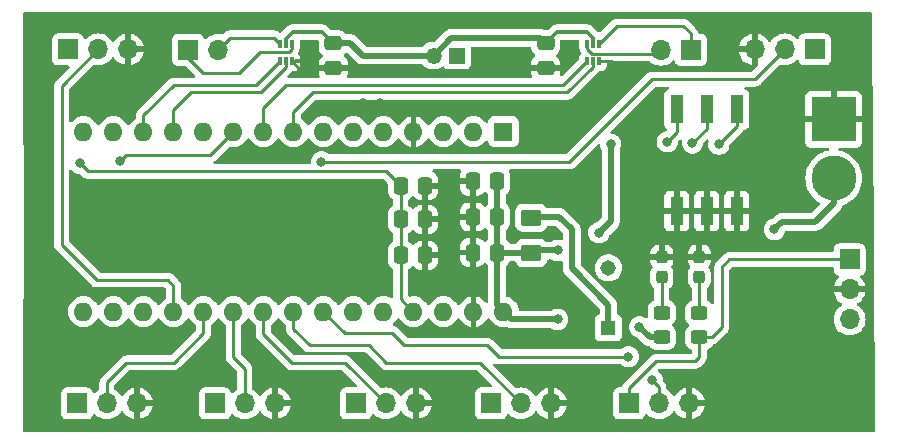
<source format=gbr>
%TF.GenerationSoftware,KiCad,Pcbnew,8.0.5*%
%TF.CreationDate,2024-09-28T12:56:33-04:00*%
%TF.ProjectId,luytenPCB,6c757974-656e-4504-9342-2e6b69636164,rev?*%
%TF.SameCoordinates,Original*%
%TF.FileFunction,Copper,L1,Top*%
%TF.FilePolarity,Positive*%
%FSLAX46Y46*%
G04 Gerber Fmt 4.6, Leading zero omitted, Abs format (unit mm)*
G04 Created by KiCad (PCBNEW 8.0.5) date 2024-09-28 12:56:33*
%MOMM*%
%LPD*%
G01*
G04 APERTURE LIST*
G04 Aperture macros list*
%AMRoundRect*
0 Rectangle with rounded corners*
0 $1 Rounding radius*
0 $2 $3 $4 $5 $6 $7 $8 $9 X,Y pos of 4 corners*
0 Add a 4 corners polygon primitive as box body*
4,1,4,$2,$3,$4,$5,$6,$7,$8,$9,$2,$3,0*
0 Add four circle primitives for the rounded corners*
1,1,$1+$1,$2,$3*
1,1,$1+$1,$4,$5*
1,1,$1+$1,$6,$7*
1,1,$1+$1,$8,$9*
0 Add four rect primitives between the rounded corners*
20,1,$1+$1,$2,$3,$4,$5,0*
20,1,$1+$1,$4,$5,$6,$7,0*
20,1,$1+$1,$6,$7,$8,$9,0*
20,1,$1+$1,$8,$9,$2,$3,0*%
G04 Aperture macros list end*
%TA.AperFunction,ComponentPad*%
%ADD10R,1.350000X1.350000*%
%TD*%
%TA.AperFunction,ComponentPad*%
%ADD11O,1.350000X1.350000*%
%TD*%
%TA.AperFunction,ComponentPad*%
%ADD12R,1.700000X1.700000*%
%TD*%
%TA.AperFunction,ComponentPad*%
%ADD13O,1.700000X1.700000*%
%TD*%
%TA.AperFunction,SMDPad,CuDef*%
%ADD14RoundRect,0.085000X0.085000X-0.265000X0.085000X0.265000X-0.085000X0.265000X-0.085000X-0.265000X0*%
%TD*%
%TA.AperFunction,SMDPad,CuDef*%
%ADD15RoundRect,0.250000X-0.475000X0.337500X-0.475000X-0.337500X0.475000X-0.337500X0.475000X0.337500X0*%
%TD*%
%TA.AperFunction,SMDPad,CuDef*%
%ADD16RoundRect,0.250000X-0.337500X-0.475000X0.337500X-0.475000X0.337500X0.475000X-0.337500X0.475000X0*%
%TD*%
%TA.AperFunction,SMDPad,CuDef*%
%ADD17RoundRect,0.237500X-0.237500X0.300000X-0.237500X-0.300000X0.237500X-0.300000X0.237500X0.300000X0*%
%TD*%
%TA.AperFunction,ComponentPad*%
%ADD18R,1.600000X1.600000*%
%TD*%
%TA.AperFunction,ComponentPad*%
%ADD19O,1.600000X1.600000*%
%TD*%
%TA.AperFunction,SMDPad,CuDef*%
%ADD20RoundRect,0.250000X0.450000X-0.325000X0.450000X0.325000X-0.450000X0.325000X-0.450000X-0.325000X0*%
%TD*%
%TA.AperFunction,SMDPad,CuDef*%
%ADD21R,1.120000X2.440000*%
%TD*%
%TA.AperFunction,SMDPad,CuDef*%
%ADD22RoundRect,0.250000X0.337500X0.475000X-0.337500X0.475000X-0.337500X-0.475000X0.337500X-0.475000X0*%
%TD*%
%TA.AperFunction,SMDPad,CuDef*%
%ADD23RoundRect,0.250001X-0.624999X0.462499X-0.624999X-0.462499X0.624999X-0.462499X0.624999X0.462499X0*%
%TD*%
%TA.AperFunction,ComponentPad*%
%ADD24R,3.800000X3.800000*%
%TD*%
%TA.AperFunction,ComponentPad*%
%ADD25C,3.800000*%
%TD*%
%TA.AperFunction,ComponentPad*%
%ADD26R,1.308000X1.308000*%
%TD*%
%TA.AperFunction,ComponentPad*%
%ADD27C,1.308000*%
%TD*%
%TA.AperFunction,ViaPad*%
%ADD28C,0.800000*%
%TD*%
%TA.AperFunction,Conductor*%
%ADD29C,0.500000*%
%TD*%
%TA.AperFunction,Conductor*%
%ADD30C,0.250000*%
%TD*%
%TA.AperFunction,Conductor*%
%ADD31C,0.300000*%
%TD*%
G04 APERTURE END LIST*
D10*
%TO.P,R3,1*%
%TO.N,ArduinoVIN*%
X83000000Y-31000000D03*
D11*
%TO.P,R3,2*%
%TO.N,Net-(IC3-VM)*%
X81000000Y-31000000D03*
%TD*%
D12*
%TO.P,J13,1,Pin_1*%
%TO.N,Net-(IC4-OUT2)*%
X60225000Y-30500000D03*
D13*
%TO.P,J13,2,Pin_2*%
%TO.N,Net-(IC4-OUT1)*%
X62765000Y-30500000D03*
%TD*%
D12*
%TO.P,J12,1,Pin_1*%
%TO.N,Net-(IC3-OUT2)*%
X102775000Y-30500000D03*
D13*
%TO.P,J12,2,Pin_2*%
%TO.N,Net-(IC3-OUT1)*%
X100235000Y-30500000D03*
%TD*%
D14*
%TO.P,IC4,1,IN1*%
%TO.N,MDC2_1*%
X68000000Y-31500000D03*
%TO.P,IC4,2,IN2*%
%TO.N,MDC2_2*%
X68500000Y-31500000D03*
%TO.P,IC4,3,GND*%
%TO.N,GND*%
X69000000Y-31500000D03*
%TO.P,IC4,4,OUT2*%
%TO.N,Net-(IC4-OUT2)*%
X69000000Y-30000000D03*
%TO.P,IC4,5,VM*%
%TO.N,Net-(IC3-VM)*%
X68500000Y-30000000D03*
%TO.P,IC4,6,OUT1*%
%TO.N,Net-(IC4-OUT1)*%
X68000000Y-30000000D03*
%TD*%
%TO.P,IC3,1,IN1*%
%TO.N,MDC1_1*%
X94000000Y-31500000D03*
%TO.P,IC3,2,IN2*%
%TO.N,MDC1_2*%
X94500000Y-31500000D03*
%TO.P,IC3,3,GND*%
%TO.N,GND*%
X95000000Y-31500000D03*
%TO.P,IC3,4,OUT2*%
%TO.N,Net-(IC3-OUT2)*%
X95000000Y-30000000D03*
%TO.P,IC3,5,VM*%
%TO.N,Net-(IC3-VM)*%
X94500000Y-30000000D03*
%TO.P,IC3,6,OUT1*%
%TO.N,Net-(IC3-OUT1)*%
X94000000Y-30000000D03*
%TD*%
D15*
%TO.P,C12,2*%
%TO.N,GND*%
X72500000Y-32037500D03*
%TO.P,C12,1*%
%TO.N,Net-(IC3-VM)*%
X72500000Y-29962500D03*
%TD*%
%TO.P,C11,1*%
%TO.N,Net-(IC3-VM)*%
X90500000Y-29962500D03*
%TO.P,C11,2*%
%TO.N,GND*%
X90500000Y-32037500D03*
%TD*%
D16*
%TO.P,C6,1*%
%TO.N,Arduino5V*%
X78210500Y-47904400D03*
%TO.P,C6,2*%
%TO.N,GND*%
X80285500Y-47904400D03*
%TD*%
D17*
%TO.P,D2,2,A*%
%TO.N,Net-(D2-A)*%
X100330000Y-49757500D03*
%TO.P,D2,1,K*%
%TO.N,GND*%
X100330000Y-48032500D03*
%TD*%
D18*
%TO.P,A1,1,D1/TX*%
%TO.N,unconnected-(A1-D1{slash}TX-Pad1)*%
X86918800Y-37439600D03*
D19*
%TO.P,A1,2,D0/RX*%
%TO.N,unconnected-(A1-D0{slash}RX-Pad2)*%
X84378800Y-37439600D03*
%TO.P,A1,3,~{RESET}*%
%TO.N,unconnected-(A1-~{RESET}-Pad3)*%
X81838800Y-37439600D03*
%TO.P,A1,4,GND*%
%TO.N,GND*%
X79298800Y-37439600D03*
%TO.P,A1,5,D2*%
%TO.N,PS1*%
X76758800Y-37439600D03*
%TO.P,A1,6,D3*%
%TO.N,PS2*%
X74218800Y-37439600D03*
%TO.P,A1,7,D4*%
%TO.N,PS3*%
X71678800Y-37439600D03*
%TO.P,A1,8,D5*%
%TO.N,MDC1_2*%
X69138800Y-37439600D03*
%TO.P,A1,9,D6*%
%TO.N,MDC1_1*%
X66598800Y-37439600D03*
%TO.P,A1,10,D7*%
%TO.N,START_SIGNAL*%
X64058800Y-37439600D03*
%TO.P,A1,11,D8*%
%TO.N,unconnected-(A1-D8-Pad11)*%
X61518800Y-37439600D03*
%TO.P,A1,12,D9*%
%TO.N,MDC2_2*%
X58978800Y-37439600D03*
%TO.P,A1,13,D10*%
%TO.N,MDC2_1*%
X56438800Y-37439600D03*
%TO.P,A1,14,D11*%
%TO.N,unconnected-(A1-D11-Pad14)*%
X53898800Y-37439600D03*
%TO.P,A1,15,D12*%
%TO.N,unconnected-(A1-D12-Pad15)*%
X51358800Y-37439600D03*
%TO.P,A1,16,D13*%
%TO.N,unconnected-(A1-D13-Pad16)*%
X51358800Y-52679600D03*
%TO.P,A1,17,3V3*%
%TO.N,unconnected-(A1-3V3-Pad17)*%
X53898800Y-52679600D03*
%TO.P,A1,18,AREF*%
%TO.N,unconnected-(A1-AREF-Pad18)*%
X56438800Y-52679600D03*
%TO.P,A1,19,A0*%
%TO.N,RF_INT*%
X58978800Y-52679600D03*
%TO.P,A1,20,A1*%
%TO.N,DIST_R_INT*%
X61518800Y-52679600D03*
%TO.P,A1,21,A2*%
%TO.N,DIST_RM_INT*%
X64058800Y-52679600D03*
%TO.P,A1,22,A3*%
%TO.N,DIST_C_INT*%
X66598800Y-52679600D03*
%TO.P,A1,23,A4*%
%TO.N,DIST_LM_INT*%
X69138800Y-52679600D03*
%TO.P,A1,24,A5*%
%TO.N,DIST_L_INT*%
X71678800Y-52679600D03*
%TO.P,A1,25,A6*%
%TO.N,LF_INT*%
X74218800Y-52679600D03*
%TO.P,A1,26,A7*%
%TO.N,unconnected-(A1-A7-Pad26)*%
X76758800Y-52679600D03*
%TO.P,A1,27,+5V*%
%TO.N,Arduino5V*%
X79298800Y-52679600D03*
%TO.P,A1,28,~{RESET}*%
%TO.N,unconnected-(A1-~{RESET}-Pad28)*%
X81838800Y-52679600D03*
%TO.P,A1,29,GND*%
%TO.N,GND*%
X84378800Y-52679600D03*
%TO.P,A1,30,VIN*%
%TO.N,ArduinoVIN*%
X86918800Y-52679600D03*
%TD*%
D20*
%TO.P,R1,1*%
%TO.N,Arduino5V*%
X103505000Y-54837500D03*
%TO.P,R1,2*%
%TO.N,Net-(D1-A)*%
X103505000Y-52787500D03*
%TD*%
D21*
%TO.P,SW2,1*%
%TO.N,GND*%
X101600000Y-44170000D03*
%TO.P,SW2,2*%
X104140000Y-44170000D03*
%TO.P,SW2,3*%
X106680000Y-44170000D03*
%TO.P,SW2,4*%
%TO.N,PS3*%
X106680000Y-35560000D03*
%TO.P,SW2,5*%
%TO.N,PS2*%
X104140000Y-35560000D03*
%TO.P,SW2,6*%
%TO.N,PS1*%
X101600000Y-35560000D03*
%TD*%
D12*
%TO.P,J7,1,Pin_1*%
%TO.N,Arduino5V*%
X85852000Y-60452000D03*
D13*
%TO.P,J7,2,Pin_2*%
%TO.N,DIST_LM_INT*%
X88392000Y-60452000D03*
%TO.P,J7,3,Pin_3*%
%TO.N,GND*%
X90932000Y-60452000D03*
%TD*%
D12*
%TO.P,J10,1,Pin_1*%
%TO.N,Arduino5V*%
X116225548Y-48260000D03*
D13*
%TO.P,J10,2,Pin_2*%
%TO.N,GND*%
X116225548Y-50800000D03*
%TO.P,J10,3,Pin_3*%
%TO.N,START_SIGNAL*%
X116225548Y-53340000D03*
%TD*%
D12*
%TO.P,J8,1,Pin_1*%
%TO.N,Arduino5V*%
X50800000Y-60452000D03*
D13*
%TO.P,J8,2,Pin_2*%
%TO.N,DIST_R_INT*%
X53340000Y-60452000D03*
%TO.P,J8,3,Pin_3*%
%TO.N,GND*%
X55880000Y-60452000D03*
%TD*%
D22*
%TO.P,C3,1*%
%TO.N,ArduinoVIN*%
X86387065Y-41654223D03*
%TO.P,C3,2*%
%TO.N,GND*%
X84312065Y-41654223D03*
%TD*%
D17*
%TO.P,D1,1,K*%
%TO.N,GND*%
X103505000Y-48032500D03*
%TO.P,D1,2,A*%
%TO.N,Net-(D1-A)*%
X103505000Y-49757500D03*
%TD*%
D23*
%TO.P,F1,1*%
%TO.N,Net-(SW1-A)*%
X89281000Y-44740500D03*
%TO.P,F1,2*%
%TO.N,ArduinoVIN*%
X89281000Y-47715500D03*
%TD*%
D12*
%TO.P,J6,1,Pin_1*%
%TO.N,Arduino5V*%
X97551000Y-60452000D03*
D13*
%TO.P,J6,2,Pin_2*%
%TO.N,DIST_L_INT*%
X100091000Y-60452000D03*
%TO.P,J6,3,Pin_3*%
%TO.N,GND*%
X102631000Y-60452000D03*
%TD*%
D20*
%TO.P,R2,1*%
%TO.N,ArduinoVIN*%
X100330000Y-54837500D03*
%TO.P,R2,2*%
%TO.N,Net-(D2-A)*%
X100330000Y-52787500D03*
%TD*%
D16*
%TO.P,C4,1*%
%TO.N,Arduino5V*%
X78210500Y-42011600D03*
%TO.P,C4,2*%
%TO.N,GND*%
X80285500Y-42011600D03*
%TD*%
%TO.P,C5,1*%
%TO.N,Arduino5V*%
X78210500Y-44856400D03*
%TO.P,C5,2*%
%TO.N,GND*%
X80285500Y-44856400D03*
%TD*%
D22*
%TO.P,C1,1*%
%TO.N,ArduinoVIN*%
X86387065Y-47674223D03*
%TO.P,C1,2*%
%TO.N,GND*%
X84312065Y-47674223D03*
%TD*%
D12*
%TO.P,J4,1,Pin_1*%
%TO.N,Arduino5V*%
X50053000Y-30480000D03*
D13*
%TO.P,J4,2,Pin_2*%
%TO.N,RF_INT*%
X52593000Y-30480000D03*
%TO.P,J4,3,Pin_3*%
%TO.N,GND*%
X55133000Y-30480000D03*
%TD*%
D12*
%TO.P,J5,1,Pin_1*%
%TO.N,Arduino5V*%
X113269000Y-30480000D03*
D13*
%TO.P,J5,2,Pin_2*%
%TO.N,LF_INT*%
X110729000Y-30480000D03*
%TO.P,J5,3,Pin_3*%
%TO.N,GND*%
X108189000Y-30480000D03*
%TD*%
D24*
%TO.P,J1,1,Pin_1*%
%TO.N,GND*%
X114879891Y-36399162D03*
D25*
%TO.P,J1,2,Pin_2*%
%TO.N,Net-(J1-Pin_2)*%
X114879891Y-41399162D03*
%TD*%
D12*
%TO.P,J9,1,Pin_1*%
%TO.N,Arduino5V*%
X62484000Y-60452000D03*
D13*
%TO.P,J9,2,Pin_2*%
%TO.N,DIST_RM_INT*%
X65024000Y-60452000D03*
%TO.P,J9,3,Pin_3*%
%TO.N,GND*%
X67564000Y-60452000D03*
%TD*%
D22*
%TO.P,C2,1*%
%TO.N,ArduinoVIN*%
X86387065Y-44664223D03*
%TO.P,C2,2*%
%TO.N,GND*%
X84312065Y-44664223D03*
%TD*%
D26*
%TO.P,SW1,1,A*%
%TO.N,Net-(SW1-A)*%
X95802700Y-54051200D03*
D27*
%TO.P,SW1,3,B*%
%TO.N,Net-(J1-Pin_2)*%
X95802700Y-48971200D03*
%TD*%
D12*
%TO.P,J11,1,Pin_1*%
%TO.N,Arduino5V*%
X74422000Y-60452000D03*
D13*
%TO.P,J11,2,Pin_2*%
%TO.N,DIST_C_INT*%
X76962000Y-60452000D03*
%TO.P,J11,3,Pin_3*%
%TO.N,GND*%
X79502000Y-60452000D03*
%TD*%
D28*
%TO.N,GND*%
X97000000Y-32500000D03*
X92500000Y-31000000D03*
X75000000Y-35000000D03*
X70500000Y-31000000D03*
X76500000Y-35000000D03*
%TO.N,ArduinoVIN*%
X95000000Y-46000000D03*
X91500000Y-47500000D03*
X96000000Y-38500000D03*
%TO.N,LF_INT*%
X71500000Y-40000000D03*
%TO.N,DIST_L_INT*%
X97500000Y-56500000D03*
X99500000Y-58500000D03*
%TO.N,PS1*%
X100787200Y-38303200D03*
%TO.N,PS2*%
X102920800Y-38404800D03*
%TO.N,PS3*%
X105156000Y-38506400D03*
%TO.N,START_SIGNAL*%
X54457600Y-39928800D03*
%TO.N,GND*%
X73152000Y-45212000D03*
X71628000Y-45212000D03*
X108458000Y-57658000D03*
X66040000Y-42418000D03*
X58013600Y-45415200D03*
X63957200Y-46278800D03*
X66040000Y-44450000D03*
X109982000Y-57658000D03*
X113030000Y-57658000D03*
X73152000Y-43688000D03*
X110744000Y-34798000D03*
X110744000Y-33528000D03*
X111506000Y-57658000D03*
X64008000Y-42418000D03*
X66040000Y-46329600D03*
X64008000Y-44450000D03*
X110744000Y-36068000D03*
X71628000Y-43688000D03*
X58013600Y-43637200D03*
%TO.N,ArduinoVIN*%
X91500000Y-53340000D03*
X98425000Y-53975000D03*
%TO.N,Net-(J1-Pin_2)*%
X109855000Y-45720000D03*
%TO.N,Arduino5V*%
X51054000Y-40132000D03*
%TD*%
D29*
%TO.N,Net-(IC3-VM)*%
X90037500Y-29500000D02*
X82500000Y-29500000D01*
X90500000Y-29962500D02*
X90037500Y-29500000D01*
X82500000Y-29500000D02*
X81000000Y-31000000D01*
X75000000Y-31000000D02*
X81000000Y-31000000D01*
X73962500Y-29962500D02*
X75000000Y-31000000D01*
D30*
%TO.N,GND*%
X96000000Y-31500000D02*
X97000000Y-32500000D01*
X95000000Y-31500000D02*
X96000000Y-31500000D01*
D29*
%TO.N,ArduinoVIN*%
X91500000Y-47500000D02*
X89496500Y-47500000D01*
X89496500Y-47500000D02*
X89281000Y-47715500D01*
X96000000Y-45000000D02*
X95000000Y-46000000D01*
X96000000Y-38500000D02*
X96000000Y-45000000D01*
%TO.N,Net-(IC3-VM)*%
X72500000Y-29962500D02*
X73962500Y-29962500D01*
D30*
%TO.N,RF_INT*%
X52500000Y-50000000D02*
X58500000Y-50000000D01*
X49500000Y-47000000D02*
X52500000Y-50000000D01*
X49500000Y-33573000D02*
X49500000Y-47000000D01*
X58500000Y-50000000D02*
X58978800Y-50478800D01*
X52593000Y-30480000D02*
X49500000Y-33573000D01*
X58978800Y-50478800D02*
X58978800Y-52679600D01*
%TO.N,LF_INT*%
X99500000Y-33000000D02*
X92500000Y-40000000D01*
X110729000Y-30480000D02*
X108209000Y-33000000D01*
X108209000Y-33000000D02*
X99500000Y-33000000D01*
X92500000Y-40000000D02*
X71500000Y-40000000D01*
%TO.N,DIST_RM_INT*%
X65024000Y-57524000D02*
X64058800Y-56558800D01*
X64058800Y-56558800D02*
X64058800Y-52679600D01*
X65024000Y-60452000D02*
X65024000Y-57524000D01*
%TO.N,DIST_R_INT*%
X61518800Y-54481200D02*
X61518800Y-52679600D01*
X59000000Y-57000000D02*
X61518800Y-54481200D01*
X55000000Y-57000000D02*
X59000000Y-57000000D01*
%TO.N,DIST_L_INT*%
X73499200Y-54500000D02*
X71678800Y-52679600D01*
X77500000Y-54500000D02*
X73499200Y-54500000D01*
X78500000Y-55500000D02*
X77500000Y-54500000D01*
X85500000Y-55500000D02*
X78500000Y-55500000D01*
X97500000Y-56500000D02*
X86500000Y-56500000D01*
X86500000Y-56500000D02*
X85500000Y-55500000D01*
X100091000Y-59091000D02*
X99500000Y-58500000D01*
X100091000Y-60452000D02*
X100091000Y-59091000D01*
%TO.N,DIST_LM_INT*%
X69138800Y-54138800D02*
X69138800Y-52679600D01*
X77000000Y-57000000D02*
X75500000Y-55500000D01*
X75500000Y-55500000D02*
X70500000Y-55500000D01*
X84940000Y-57000000D02*
X77000000Y-57000000D01*
X70500000Y-55500000D02*
X69138800Y-54138800D01*
X88392000Y-60452000D02*
X84940000Y-57000000D01*
%TO.N,DIST_C_INT*%
X66598800Y-54598800D02*
X66598800Y-52679600D01*
X69000000Y-57000000D02*
X66598800Y-54598800D01*
X73510000Y-57000000D02*
X69000000Y-57000000D01*
X76962000Y-60452000D02*
X73510000Y-57000000D01*
%TO.N,DIST_R_INT*%
X53340000Y-58660000D02*
X55000000Y-57000000D01*
X53340000Y-60452000D02*
X53340000Y-58660000D01*
%TO.N,GND*%
X69537500Y-32037500D02*
X72500000Y-32037500D01*
X69000000Y-31500000D02*
X69537500Y-32037500D01*
D31*
%TO.N,Net-(IC3-VM)*%
X94000000Y-29000000D02*
X91462500Y-29000000D01*
X91462500Y-29000000D02*
X90500000Y-29962500D01*
X94500000Y-30000000D02*
X94500000Y-29500000D01*
X94500000Y-29500000D02*
X94000000Y-29000000D01*
D30*
%TO.N,Net-(IC3-OUT1)*%
X94392818Y-30825000D02*
X99910000Y-30825000D01*
X94000000Y-30432182D02*
X94392818Y-30825000D01*
X99910000Y-30825000D02*
X100235000Y-30500000D01*
X94000000Y-30000000D02*
X94000000Y-30432182D01*
%TO.N,Net-(IC3-OUT2)*%
X102160447Y-28500000D02*
X102775000Y-29114553D01*
X96500000Y-28500000D02*
X102160447Y-28500000D01*
X95000000Y-30000000D02*
X96500000Y-28500000D01*
X102775000Y-29114553D02*
X102775000Y-30500000D01*
%TO.N,MDC1_2*%
X70791346Y-34097414D02*
X69138800Y-35749960D01*
X92334768Y-34097414D02*
X70791346Y-34097414D01*
X69138800Y-35749960D02*
X69138800Y-37439600D01*
X94500000Y-31932182D02*
X92334768Y-34097414D01*
X94500000Y-31500000D02*
X94500000Y-31932182D01*
%TO.N,MDC1_1*%
X66598800Y-35401200D02*
X66598800Y-37439600D01*
X68500000Y-33500000D02*
X66598800Y-35401200D01*
X94000000Y-31500000D02*
X92000000Y-33500000D01*
X92000000Y-33500000D02*
X68500000Y-33500000D01*
D31*
%TO.N,Net-(IC3-VM)*%
X71537500Y-29000000D02*
X72500000Y-29962500D01*
X69067818Y-29000000D02*
X71537500Y-29000000D01*
X68500000Y-29567818D02*
X69067818Y-29000000D01*
X68500000Y-30000000D02*
X68500000Y-29567818D01*
D30*
%TO.N,Net-(IC4-OUT2)*%
X64500000Y-32500000D02*
X61500000Y-32500000D01*
X68757182Y-30675000D02*
X66325000Y-30675000D01*
X60225000Y-31225000D02*
X60225000Y-30500000D01*
X69000000Y-30432182D02*
X68757182Y-30675000D01*
X69000000Y-30000000D02*
X69000000Y-30432182D01*
X66325000Y-30675000D02*
X64500000Y-32500000D01*
X61500000Y-32500000D02*
X60225000Y-31225000D01*
%TO.N,Net-(IC4-OUT1)*%
X63765000Y-29500000D02*
X62765000Y-30500000D01*
X67500000Y-29500000D02*
X63765000Y-29500000D01*
X68000000Y-30000000D02*
X67500000Y-29500000D01*
%TO.N,MDC2_2*%
X58978800Y-35602683D02*
X58978800Y-37439600D01*
X60503612Y-34077871D02*
X58978800Y-35602683D01*
X66354311Y-34077871D02*
X60503612Y-34077871D01*
X68500000Y-31932182D02*
X66354311Y-34077871D01*
X68500000Y-31500000D02*
X68500000Y-31932182D01*
%TO.N,MDC2_1*%
X68000000Y-31500000D02*
X66000000Y-33500000D01*
X66000000Y-33500000D02*
X59000000Y-33500000D01*
X59000000Y-33500000D02*
X56438800Y-36061200D01*
X56438800Y-36061200D02*
X56438800Y-37439600D01*
%TO.N,PS1*%
X101600000Y-37490400D02*
X101600000Y-35560000D01*
X100787200Y-38303200D02*
X101600000Y-37490400D01*
%TO.N,PS2*%
X102920800Y-38404800D02*
X104140000Y-37185600D01*
X104140000Y-37185600D02*
X104140000Y-35560000D01*
%TO.N,PS3*%
X105156000Y-38506400D02*
X106680000Y-36982400D01*
X106680000Y-36982400D02*
X106680000Y-35560000D01*
%TO.N,START_SIGNAL*%
X54979400Y-39407000D02*
X54457600Y-39928800D01*
X64058800Y-37439600D02*
X62091400Y-39407000D01*
X62091400Y-39407000D02*
X54979400Y-39407000D01*
%TO.N,GND*%
X84378800Y-47740958D02*
X84312065Y-47674223D01*
X84119888Y-44856400D02*
X84312065Y-44664223D01*
X84081888Y-47904400D02*
X84312065Y-47674223D01*
X80285500Y-44856400D02*
X80285500Y-47904400D01*
X83954688Y-42011600D02*
X84312065Y-41654223D01*
X84312065Y-41654223D02*
X84312065Y-44664223D01*
X84312065Y-44664223D02*
X84312065Y-47674223D01*
X80285500Y-42011600D02*
X80285500Y-44856400D01*
X84378800Y-52679600D02*
X84378800Y-47740958D01*
D29*
%TO.N,ArduinoVIN*%
X87579200Y-53340000D02*
X86918800Y-52679600D01*
X100330000Y-54837500D02*
X99287500Y-54837500D01*
X86387065Y-52147865D02*
X86918800Y-52679600D01*
X86387065Y-44664223D02*
X86387065Y-41654223D01*
X89239723Y-47674223D02*
X86387065Y-47674223D01*
X99287500Y-54837500D02*
X98425000Y-53975000D01*
X89281000Y-47715500D02*
X89239723Y-47674223D01*
X86387065Y-47674223D02*
X86387065Y-44664223D01*
X91500000Y-53340000D02*
X87579200Y-53340000D01*
X86387065Y-47674223D02*
X86387065Y-52147865D01*
%TO.N,Net-(J1-Pin_2)*%
X110490000Y-45085000D02*
X113284000Y-45085000D01*
X109855000Y-45720000D02*
X110490000Y-45085000D01*
X113284000Y-45085000D02*
X114879891Y-43489109D01*
X114879891Y-43489109D02*
X114879891Y-41399162D01*
D30*
%TO.N,Net-(D2-A)*%
X100330000Y-49757500D02*
X100330000Y-52787500D01*
D29*
%TO.N,Net-(SW1-A)*%
X92710000Y-45720000D02*
X92710000Y-49022000D01*
X95802700Y-52114700D02*
X95802700Y-54051200D01*
X92710000Y-49022000D02*
X95802700Y-52114700D01*
X91640000Y-44650000D02*
X92710000Y-45720000D01*
X89535000Y-44650000D02*
X91640000Y-44650000D01*
D30*
%TO.N,Net-(D1-A)*%
X103505000Y-49757500D02*
X103505000Y-52787500D01*
%TO.N,Arduino5V*%
X103505000Y-56515000D02*
X103505000Y-54837500D01*
X76991300Y-40792400D02*
X78210500Y-42011600D01*
X97551000Y-59167000D02*
X99822000Y-56896000D01*
X103124000Y-56896000D02*
X103505000Y-56515000D01*
X106045000Y-48260000D02*
X105410000Y-48895000D01*
X105410000Y-53975000D02*
X104547500Y-54837500D01*
X97551000Y-60452000D02*
X97551000Y-59167000D01*
X78210500Y-47904400D02*
X78210500Y-51591300D01*
X103505000Y-54837500D02*
X104547500Y-54837500D01*
X51714400Y-40792400D02*
X76991300Y-40792400D01*
X78210500Y-44856400D02*
X78210500Y-47904400D01*
X116225548Y-48260000D02*
X106045000Y-48260000D01*
X78210500Y-51591300D02*
X79298800Y-52679600D01*
X51054000Y-40132000D02*
X51714400Y-40792400D01*
X99822000Y-56896000D02*
X103124000Y-56896000D01*
X105410000Y-48895000D02*
X105410000Y-53975000D01*
X78210500Y-42011600D02*
X78210500Y-44856400D01*
%TD*%
%TA.AperFunction,Conductor*%
%TO.N,GND*%
G36*
X83279775Y-40645185D02*
G01*
X83325530Y-40697989D01*
X83335474Y-40767147D01*
X83318274Y-40814597D01*
X83290211Y-40860092D01*
X83290206Y-40860103D01*
X83235059Y-41026525D01*
X83235058Y-41026532D01*
X83224565Y-41129236D01*
X83224565Y-41404223D01*
X84438065Y-41404223D01*
X84505104Y-41423908D01*
X84550859Y-41476712D01*
X84562065Y-41528223D01*
X84562065Y-42879222D01*
X84699537Y-42879222D01*
X84699551Y-42879221D01*
X84802262Y-42868728D01*
X84968684Y-42813581D01*
X84968689Y-42813579D01*
X85117910Y-42721538D01*
X85241883Y-42597565D01*
X85243730Y-42594571D01*
X85245534Y-42592947D01*
X85246363Y-42591900D01*
X85246541Y-42592041D01*
X85295675Y-42547844D01*
X85364638Y-42536619D01*
X85428721Y-42564459D01*
X85454808Y-42594564D01*
X85456853Y-42597879D01*
X85456854Y-42597880D01*
X85580910Y-42721936D01*
X85586578Y-42726418D01*
X85585135Y-42728242D01*
X85624385Y-42771877D01*
X85636565Y-42825471D01*
X85636565Y-43492975D01*
X85616880Y-43560014D01*
X85585567Y-43590754D01*
X85586576Y-43592030D01*
X85580908Y-43596511D01*
X85456853Y-43720566D01*
X85456848Y-43720572D01*
X85454806Y-43723884D01*
X85452812Y-43725676D01*
X85452372Y-43726234D01*
X85452276Y-43726158D01*
X85402856Y-43770606D01*
X85333893Y-43781825D01*
X85269812Y-43753978D01*
X85243733Y-43723879D01*
X85241884Y-43720882D01*
X85241881Y-43720878D01*
X85117910Y-43596907D01*
X84968689Y-43504866D01*
X84968684Y-43504864D01*
X84802262Y-43449717D01*
X84802255Y-43449716D01*
X84699551Y-43439223D01*
X84562065Y-43439223D01*
X84562065Y-45889222D01*
X84699537Y-45889222D01*
X84699551Y-45889221D01*
X84802262Y-45878728D01*
X84968684Y-45823581D01*
X84968689Y-45823579D01*
X85117910Y-45731538D01*
X85241883Y-45607565D01*
X85243730Y-45604571D01*
X85245534Y-45602947D01*
X85246363Y-45601900D01*
X85246541Y-45602041D01*
X85295675Y-45557844D01*
X85364638Y-45546619D01*
X85428721Y-45574459D01*
X85454808Y-45604564D01*
X85456853Y-45607879D01*
X85456854Y-45607880D01*
X85580910Y-45731936D01*
X85586578Y-45736418D01*
X85585135Y-45738242D01*
X85624385Y-45781877D01*
X85636565Y-45835471D01*
X85636565Y-46502975D01*
X85616880Y-46570014D01*
X85585567Y-46600754D01*
X85586576Y-46602030D01*
X85580908Y-46606511D01*
X85456853Y-46730566D01*
X85456848Y-46730572D01*
X85454806Y-46733884D01*
X85452812Y-46735676D01*
X85452372Y-46736234D01*
X85452276Y-46736158D01*
X85402856Y-46780606D01*
X85333893Y-46791825D01*
X85269812Y-46763978D01*
X85243733Y-46733879D01*
X85241884Y-46730882D01*
X85241881Y-46730878D01*
X85117910Y-46606907D01*
X84968689Y-46514866D01*
X84968684Y-46514864D01*
X84802262Y-46459717D01*
X84802255Y-46459716D01*
X84699551Y-46449223D01*
X84562065Y-46449223D01*
X84562065Y-48899222D01*
X84699537Y-48899222D01*
X84699551Y-48899221D01*
X84802262Y-48888728D01*
X84968684Y-48833581D01*
X84968689Y-48833579D01*
X85117910Y-48741538D01*
X85241883Y-48617565D01*
X85243730Y-48614571D01*
X85245534Y-48612947D01*
X85246363Y-48611900D01*
X85246541Y-48612041D01*
X85295675Y-48567844D01*
X85364638Y-48556619D01*
X85428721Y-48584459D01*
X85454808Y-48614564D01*
X85456853Y-48617879D01*
X85456854Y-48617880D01*
X85580910Y-48741936D01*
X85586578Y-48746418D01*
X85585135Y-48748242D01*
X85624385Y-48791877D01*
X85636565Y-48845471D01*
X85636565Y-51816116D01*
X85616880Y-51883155D01*
X85564076Y-51928910D01*
X85494918Y-51938854D01*
X85431362Y-51909829D01*
X85410991Y-51887240D01*
X85378461Y-51840783D01*
X85217620Y-51679942D01*
X85031282Y-51549465D01*
X84825128Y-51453334D01*
X84628800Y-51400727D01*
X84628800Y-52246588D01*
X84571793Y-52213675D01*
X84444626Y-52179600D01*
X84312974Y-52179600D01*
X84185807Y-52213675D01*
X84128800Y-52246588D01*
X84128800Y-51400727D01*
X83932471Y-51453334D01*
X83726317Y-51549465D01*
X83539979Y-51679942D01*
X83379142Y-51840779D01*
X83248667Y-52027115D01*
X83221457Y-52085467D01*
X83175284Y-52137906D01*
X83108090Y-52157057D01*
X83041209Y-52136841D01*
X82996693Y-52085465D01*
X82987661Y-52066097D01*
X82969368Y-52026866D01*
X82859382Y-51869788D01*
X82838845Y-51840458D01*
X82677941Y-51679554D01*
X82491534Y-51549032D01*
X82491532Y-51549031D01*
X82285297Y-51452861D01*
X82285288Y-51452858D01*
X82065497Y-51393966D01*
X82065493Y-51393965D01*
X82065492Y-51393965D01*
X82065491Y-51393964D01*
X82065486Y-51393964D01*
X81838802Y-51374132D01*
X81838798Y-51374132D01*
X81612113Y-51393964D01*
X81612102Y-51393966D01*
X81392311Y-51452858D01*
X81392302Y-51452861D01*
X81186067Y-51549031D01*
X81186065Y-51549032D01*
X80999658Y-51679554D01*
X80838754Y-51840458D01*
X80708232Y-52026865D01*
X80708231Y-52026867D01*
X80681182Y-52084875D01*
X80635009Y-52137314D01*
X80567816Y-52156466D01*
X80500935Y-52136250D01*
X80456418Y-52084875D01*
X80447662Y-52066097D01*
X80429368Y-52026866D01*
X80319382Y-51869788D01*
X80298845Y-51840458D01*
X80137941Y-51679554D01*
X79951534Y-51549032D01*
X79951532Y-51549031D01*
X79745297Y-51452861D01*
X79745288Y-51452858D01*
X79525497Y-51393966D01*
X79525493Y-51393965D01*
X79525492Y-51393965D01*
X79525491Y-51393964D01*
X79525486Y-51393964D01*
X79298802Y-51374132D01*
X79298799Y-51374132D01*
X79072113Y-51393964D01*
X79072096Y-51393967D01*
X79003749Y-51412280D01*
X78933899Y-51410616D01*
X78883977Y-51380186D01*
X78872319Y-51368528D01*
X78838834Y-51307205D01*
X78836000Y-51280847D01*
X78836000Y-49152747D01*
X78855685Y-49085708D01*
X78894901Y-49047210D01*
X79016656Y-48972112D01*
X79140712Y-48848056D01*
X79142752Y-48844747D01*
X79144745Y-48842955D01*
X79145193Y-48842389D01*
X79145289Y-48842465D01*
X79194694Y-48798023D01*
X79263656Y-48786795D01*
X79327740Y-48814634D01*
X79353829Y-48844739D01*
X79355681Y-48847741D01*
X79355683Y-48847744D01*
X79479654Y-48971715D01*
X79628875Y-49063756D01*
X79628880Y-49063758D01*
X79795302Y-49118905D01*
X79795309Y-49118906D01*
X79898019Y-49129399D01*
X80035499Y-49129399D01*
X80535500Y-49129399D01*
X80672972Y-49129399D01*
X80672986Y-49129398D01*
X80775697Y-49118905D01*
X80942119Y-49063758D01*
X80942124Y-49063756D01*
X81091345Y-48971715D01*
X81215315Y-48847745D01*
X81307356Y-48698524D01*
X81307358Y-48698519D01*
X81362505Y-48532097D01*
X81362506Y-48532090D01*
X81372999Y-48429386D01*
X81373000Y-48429373D01*
X81373000Y-48199209D01*
X83224566Y-48199209D01*
X83235059Y-48301920D01*
X83290206Y-48468342D01*
X83290208Y-48468347D01*
X83382249Y-48617568D01*
X83506219Y-48741538D01*
X83655440Y-48833579D01*
X83655445Y-48833581D01*
X83821867Y-48888728D01*
X83821874Y-48888729D01*
X83924584Y-48899222D01*
X84062064Y-48899222D01*
X84062065Y-48899221D01*
X84062065Y-47924223D01*
X83224566Y-47924223D01*
X83224566Y-48199209D01*
X81373000Y-48199209D01*
X81373000Y-48154400D01*
X80535500Y-48154400D01*
X80535500Y-49129399D01*
X80035499Y-49129399D01*
X80035500Y-49129398D01*
X80035500Y-47654400D01*
X80535500Y-47654400D01*
X81372999Y-47654400D01*
X81372999Y-47379428D01*
X81372998Y-47379413D01*
X81362505Y-47276702D01*
X81320267Y-47149236D01*
X83224565Y-47149236D01*
X83224565Y-47424223D01*
X84062065Y-47424223D01*
X84062065Y-46449223D01*
X83924592Y-46449223D01*
X83924577Y-46449224D01*
X83821867Y-46459717D01*
X83655445Y-46514864D01*
X83655440Y-46514866D01*
X83506219Y-46606907D01*
X83382249Y-46730877D01*
X83290208Y-46880098D01*
X83290206Y-46880103D01*
X83235059Y-47046525D01*
X83235058Y-47046532D01*
X83224565Y-47149236D01*
X81320267Y-47149236D01*
X81307358Y-47110280D01*
X81307356Y-47110275D01*
X81215315Y-46961054D01*
X81091345Y-46837084D01*
X80942124Y-46745043D01*
X80942119Y-46745041D01*
X80775697Y-46689894D01*
X80775690Y-46689893D01*
X80672986Y-46679400D01*
X80535500Y-46679400D01*
X80535500Y-47654400D01*
X80035500Y-47654400D01*
X80035500Y-46679400D01*
X79898027Y-46679400D01*
X79898012Y-46679401D01*
X79795302Y-46689894D01*
X79628880Y-46745041D01*
X79628875Y-46745043D01*
X79479654Y-46837084D01*
X79355683Y-46961055D01*
X79355679Y-46961060D01*
X79353826Y-46964065D01*
X79352018Y-46965690D01*
X79351202Y-46966723D01*
X79351025Y-46966583D01*
X79301874Y-47010785D01*
X79232911Y-47022001D01*
X79168831Y-46994152D01*
X79142753Y-46964053D01*
X79142737Y-46964028D01*
X79140712Y-46960744D01*
X79016656Y-46836688D01*
X78894902Y-46761590D01*
X78848179Y-46709643D01*
X78836000Y-46656052D01*
X78836000Y-46104747D01*
X78855685Y-46037708D01*
X78894901Y-45999210D01*
X79016656Y-45924112D01*
X79140712Y-45800056D01*
X79142752Y-45796747D01*
X79144745Y-45794955D01*
X79145193Y-45794389D01*
X79145289Y-45794465D01*
X79194694Y-45750023D01*
X79263656Y-45738795D01*
X79327740Y-45766634D01*
X79353829Y-45796739D01*
X79355681Y-45799741D01*
X79355683Y-45799744D01*
X79479654Y-45923715D01*
X79628875Y-46015756D01*
X79628880Y-46015758D01*
X79795302Y-46070905D01*
X79795309Y-46070906D01*
X79898019Y-46081399D01*
X80035499Y-46081399D01*
X80535500Y-46081399D01*
X80672972Y-46081399D01*
X80672986Y-46081398D01*
X80775697Y-46070905D01*
X80942119Y-46015758D01*
X80942124Y-46015756D01*
X81091345Y-45923715D01*
X81215315Y-45799745D01*
X81307356Y-45650524D01*
X81307358Y-45650519D01*
X81362505Y-45484097D01*
X81362506Y-45484090D01*
X81372999Y-45381386D01*
X81373000Y-45381373D01*
X81373000Y-45189209D01*
X83224566Y-45189209D01*
X83235059Y-45291920D01*
X83290206Y-45458342D01*
X83290208Y-45458347D01*
X83382249Y-45607568D01*
X83506219Y-45731538D01*
X83655440Y-45823579D01*
X83655445Y-45823581D01*
X83821867Y-45878728D01*
X83821874Y-45878729D01*
X83924584Y-45889222D01*
X84062064Y-45889222D01*
X84062065Y-45889221D01*
X84062065Y-44914223D01*
X83224566Y-44914223D01*
X83224566Y-45189209D01*
X81373000Y-45189209D01*
X81373000Y-45106400D01*
X80535500Y-45106400D01*
X80535500Y-46081399D01*
X80035499Y-46081399D01*
X80035500Y-46081398D01*
X80035500Y-44606400D01*
X80535500Y-44606400D01*
X81372999Y-44606400D01*
X81372999Y-44331428D01*
X81372998Y-44331413D01*
X81362505Y-44228702D01*
X81332859Y-44139236D01*
X83224565Y-44139236D01*
X83224565Y-44414223D01*
X84062065Y-44414223D01*
X84062065Y-43439223D01*
X83924592Y-43439223D01*
X83924577Y-43439224D01*
X83821867Y-43449717D01*
X83655445Y-43504864D01*
X83655440Y-43504866D01*
X83506219Y-43596907D01*
X83382249Y-43720877D01*
X83290208Y-43870098D01*
X83290206Y-43870103D01*
X83235059Y-44036525D01*
X83235058Y-44036532D01*
X83224565Y-44139236D01*
X81332859Y-44139236D01*
X81307358Y-44062280D01*
X81307356Y-44062275D01*
X81215315Y-43913054D01*
X81091345Y-43789084D01*
X80942124Y-43697043D01*
X80942119Y-43697041D01*
X80775697Y-43641894D01*
X80775690Y-43641893D01*
X80672986Y-43631400D01*
X80535500Y-43631400D01*
X80535500Y-44606400D01*
X80035500Y-44606400D01*
X80035500Y-43631400D01*
X79898027Y-43631400D01*
X79898012Y-43631401D01*
X79795302Y-43641894D01*
X79628880Y-43697041D01*
X79628875Y-43697043D01*
X79479654Y-43789084D01*
X79355683Y-43913055D01*
X79355679Y-43913060D01*
X79353826Y-43916065D01*
X79352018Y-43917690D01*
X79351202Y-43918723D01*
X79351025Y-43918583D01*
X79301874Y-43962785D01*
X79232911Y-43974001D01*
X79168831Y-43946152D01*
X79142753Y-43916053D01*
X79142737Y-43916028D01*
X79140712Y-43912744D01*
X79016656Y-43788688D01*
X78894902Y-43713590D01*
X78848179Y-43661643D01*
X78836000Y-43608052D01*
X78836000Y-43259947D01*
X78855685Y-43192908D01*
X78894901Y-43154410D01*
X79016656Y-43079312D01*
X79140712Y-42955256D01*
X79142752Y-42951947D01*
X79144745Y-42950155D01*
X79145193Y-42949589D01*
X79145289Y-42949665D01*
X79194694Y-42905223D01*
X79263656Y-42893995D01*
X79327740Y-42921834D01*
X79353829Y-42951939D01*
X79355681Y-42954941D01*
X79355683Y-42954944D01*
X79479654Y-43078915D01*
X79628875Y-43170956D01*
X79628880Y-43170958D01*
X79795302Y-43226105D01*
X79795309Y-43226106D01*
X79898019Y-43236599D01*
X80035499Y-43236599D01*
X80535500Y-43236599D01*
X80672972Y-43236599D01*
X80672986Y-43236598D01*
X80775697Y-43226105D01*
X80942119Y-43170958D01*
X80942124Y-43170956D01*
X81091345Y-43078915D01*
X81215315Y-42954945D01*
X81307356Y-42805724D01*
X81307358Y-42805719D01*
X81362505Y-42639297D01*
X81362506Y-42639290D01*
X81372999Y-42536586D01*
X81373000Y-42536573D01*
X81373000Y-42261600D01*
X80535500Y-42261600D01*
X80535500Y-43236599D01*
X80035499Y-43236599D01*
X80035500Y-43236598D01*
X80035500Y-42179209D01*
X83224566Y-42179209D01*
X83235059Y-42281920D01*
X83290206Y-42448342D01*
X83290208Y-42448347D01*
X83382249Y-42597568D01*
X83506219Y-42721538D01*
X83655440Y-42813579D01*
X83655445Y-42813581D01*
X83821867Y-42868728D01*
X83821874Y-42868729D01*
X83924584Y-42879222D01*
X84062064Y-42879222D01*
X84062065Y-42879221D01*
X84062065Y-41904223D01*
X83224566Y-41904223D01*
X83224566Y-42179209D01*
X80035500Y-42179209D01*
X80035500Y-41885600D01*
X80055185Y-41818561D01*
X80107989Y-41772806D01*
X80159500Y-41761600D01*
X81372999Y-41761600D01*
X81372999Y-41486628D01*
X81372998Y-41486613D01*
X81362505Y-41383902D01*
X81307358Y-41217480D01*
X81307356Y-41217475D01*
X81215315Y-41068254D01*
X81091345Y-40944284D01*
X80946656Y-40855039D01*
X80899932Y-40803091D01*
X80888709Y-40734128D01*
X80916553Y-40670046D01*
X80974622Y-40631190D01*
X81011753Y-40625500D01*
X83212736Y-40625500D01*
X83279775Y-40645185D01*
G37*
%TD.AperFunction*%
%TA.AperFunction,Conductor*%
G36*
X50330703Y-40675890D02*
G01*
X50341646Y-40686627D01*
X50355996Y-40702564D01*
X50448129Y-40804888D01*
X50601265Y-40916148D01*
X50601270Y-40916151D01*
X50774192Y-40993142D01*
X50774197Y-40993144D01*
X50959354Y-41032500D01*
X51018547Y-41032500D01*
X51085586Y-41052185D01*
X51106228Y-41068819D01*
X51315663Y-41278255D01*
X51315667Y-41278258D01*
X51418110Y-41346709D01*
X51418111Y-41346709D01*
X51418115Y-41346712D01*
X51484796Y-41374331D01*
X51484798Y-41374333D01*
X51531943Y-41393861D01*
X51531948Y-41393863D01*
X51551997Y-41397851D01*
X51584031Y-41404223D01*
X51652792Y-41417901D01*
X51652794Y-41417901D01*
X51782121Y-41417901D01*
X51782141Y-41417900D01*
X76680848Y-41417900D01*
X76747887Y-41437585D01*
X76768529Y-41454219D01*
X77086181Y-41771871D01*
X77119666Y-41833194D01*
X77122500Y-41859552D01*
X77122500Y-42536601D01*
X77122501Y-42536619D01*
X77133000Y-42639396D01*
X77133001Y-42639399D01*
X77188185Y-42805931D01*
X77188187Y-42805936D01*
X77200236Y-42825471D01*
X77280288Y-42955256D01*
X77404344Y-43079312D01*
X77526097Y-43154409D01*
X77572821Y-43206355D01*
X77585000Y-43259947D01*
X77585000Y-43608052D01*
X77565315Y-43675091D01*
X77526098Y-43713589D01*
X77505722Y-43726158D01*
X77404342Y-43788689D01*
X77280289Y-43912742D01*
X77188187Y-44062063D01*
X77188185Y-44062068D01*
X77167264Y-44125203D01*
X77133001Y-44228603D01*
X77133001Y-44228604D01*
X77133000Y-44228604D01*
X77122500Y-44331383D01*
X77122500Y-45381401D01*
X77122501Y-45381419D01*
X77133000Y-45484196D01*
X77133001Y-45484199D01*
X77188185Y-45650731D01*
X77188187Y-45650736D01*
X77201090Y-45671655D01*
X77280288Y-45800056D01*
X77404344Y-45924112D01*
X77526097Y-45999209D01*
X77572821Y-46051155D01*
X77585000Y-46104747D01*
X77585000Y-46656052D01*
X77565315Y-46723091D01*
X77526098Y-46761589D01*
X77489206Y-46784345D01*
X77404342Y-46836689D01*
X77280289Y-46960742D01*
X77188187Y-47110063D01*
X77188185Y-47110068D01*
X77164202Y-47182444D01*
X77133001Y-47276603D01*
X77133001Y-47276604D01*
X77133000Y-47276604D01*
X77122500Y-47379383D01*
X77122500Y-48429401D01*
X77122501Y-48429419D01*
X77133000Y-48532196D01*
X77133001Y-48532199D01*
X77188185Y-48698731D01*
X77188187Y-48698736D01*
X77214588Y-48741538D01*
X77280288Y-48848056D01*
X77404344Y-48972112D01*
X77526097Y-49047209D01*
X77572821Y-49099155D01*
X77585000Y-49152747D01*
X77585000Y-51435279D01*
X77565315Y-51502318D01*
X77512511Y-51548073D01*
X77443353Y-51558017D01*
X77408595Y-51547661D01*
X77232209Y-51465411D01*
X77205296Y-51452861D01*
X77205292Y-51452860D01*
X77205288Y-51452858D01*
X76985497Y-51393966D01*
X76985493Y-51393965D01*
X76985492Y-51393965D01*
X76985491Y-51393964D01*
X76985486Y-51393964D01*
X76758802Y-51374132D01*
X76758798Y-51374132D01*
X76532113Y-51393964D01*
X76532102Y-51393966D01*
X76312311Y-51452858D01*
X76312302Y-51452861D01*
X76106067Y-51549031D01*
X76106065Y-51549032D01*
X75919658Y-51679554D01*
X75758754Y-51840458D01*
X75628232Y-52026865D01*
X75628231Y-52026867D01*
X75601182Y-52084875D01*
X75555009Y-52137314D01*
X75487816Y-52156466D01*
X75420935Y-52136250D01*
X75376418Y-52084875D01*
X75367662Y-52066097D01*
X75349368Y-52026866D01*
X75239382Y-51869788D01*
X75218845Y-51840458D01*
X75057941Y-51679554D01*
X74871534Y-51549032D01*
X74871532Y-51549031D01*
X74665297Y-51452861D01*
X74665288Y-51452858D01*
X74445497Y-51393966D01*
X74445493Y-51393965D01*
X74445492Y-51393965D01*
X74445491Y-51393964D01*
X74445486Y-51393964D01*
X74218802Y-51374132D01*
X74218798Y-51374132D01*
X73992113Y-51393964D01*
X73992102Y-51393966D01*
X73772311Y-51452858D01*
X73772302Y-51452861D01*
X73566067Y-51549031D01*
X73566065Y-51549032D01*
X73379658Y-51679554D01*
X73218754Y-51840458D01*
X73088232Y-52026865D01*
X73088231Y-52026867D01*
X73061182Y-52084875D01*
X73015009Y-52137314D01*
X72947816Y-52156466D01*
X72880935Y-52136250D01*
X72836418Y-52084875D01*
X72827662Y-52066097D01*
X72809368Y-52026866D01*
X72699382Y-51869788D01*
X72678845Y-51840458D01*
X72517941Y-51679554D01*
X72331534Y-51549032D01*
X72331532Y-51549031D01*
X72125297Y-51452861D01*
X72125288Y-51452858D01*
X71905497Y-51393966D01*
X71905493Y-51393965D01*
X71905492Y-51393965D01*
X71905491Y-51393964D01*
X71905486Y-51393964D01*
X71678802Y-51374132D01*
X71678798Y-51374132D01*
X71452113Y-51393964D01*
X71452102Y-51393966D01*
X71232311Y-51452858D01*
X71232302Y-51452861D01*
X71026067Y-51549031D01*
X71026065Y-51549032D01*
X70839658Y-51679554D01*
X70678754Y-51840458D01*
X70548232Y-52026865D01*
X70548231Y-52026867D01*
X70521182Y-52084875D01*
X70475009Y-52137314D01*
X70407816Y-52156466D01*
X70340935Y-52136250D01*
X70296418Y-52084875D01*
X70287662Y-52066097D01*
X70269368Y-52026866D01*
X70159382Y-51869788D01*
X70138845Y-51840458D01*
X69977941Y-51679554D01*
X69791534Y-51549032D01*
X69791532Y-51549031D01*
X69585297Y-51452861D01*
X69585288Y-51452858D01*
X69365497Y-51393966D01*
X69365493Y-51393965D01*
X69365492Y-51393965D01*
X69365491Y-51393964D01*
X69365486Y-51393964D01*
X69138802Y-51374132D01*
X69138798Y-51374132D01*
X68912113Y-51393964D01*
X68912102Y-51393966D01*
X68692311Y-51452858D01*
X68692302Y-51452861D01*
X68486067Y-51549031D01*
X68486065Y-51549032D01*
X68299658Y-51679554D01*
X68138754Y-51840458D01*
X68008232Y-52026865D01*
X68008231Y-52026867D01*
X67981182Y-52084875D01*
X67935009Y-52137314D01*
X67867816Y-52156466D01*
X67800935Y-52136250D01*
X67756418Y-52084875D01*
X67747662Y-52066097D01*
X67729368Y-52026866D01*
X67619382Y-51869788D01*
X67598845Y-51840458D01*
X67437941Y-51679554D01*
X67251534Y-51549032D01*
X67251532Y-51549031D01*
X67045297Y-51452861D01*
X67045288Y-51452858D01*
X66825497Y-51393966D01*
X66825493Y-51393965D01*
X66825492Y-51393965D01*
X66825491Y-51393964D01*
X66825486Y-51393964D01*
X66598802Y-51374132D01*
X66598798Y-51374132D01*
X66372113Y-51393964D01*
X66372102Y-51393966D01*
X66152311Y-51452858D01*
X66152302Y-51452861D01*
X65946067Y-51549031D01*
X65946065Y-51549032D01*
X65759658Y-51679554D01*
X65598754Y-51840458D01*
X65468232Y-52026865D01*
X65468231Y-52026867D01*
X65441182Y-52084875D01*
X65395009Y-52137314D01*
X65327816Y-52156466D01*
X65260935Y-52136250D01*
X65216418Y-52084875D01*
X65207662Y-52066097D01*
X65189368Y-52026866D01*
X65079382Y-51869788D01*
X65058845Y-51840458D01*
X64897941Y-51679554D01*
X64711534Y-51549032D01*
X64711532Y-51549031D01*
X64505297Y-51452861D01*
X64505288Y-51452858D01*
X64285497Y-51393966D01*
X64285493Y-51393965D01*
X64285492Y-51393965D01*
X64285491Y-51393964D01*
X64285486Y-51393964D01*
X64058802Y-51374132D01*
X64058798Y-51374132D01*
X63832113Y-51393964D01*
X63832102Y-51393966D01*
X63612311Y-51452858D01*
X63612302Y-51452861D01*
X63406067Y-51549031D01*
X63406065Y-51549032D01*
X63219658Y-51679554D01*
X63058754Y-51840458D01*
X62928232Y-52026865D01*
X62928231Y-52026867D01*
X62901182Y-52084875D01*
X62855009Y-52137314D01*
X62787816Y-52156466D01*
X62720935Y-52136250D01*
X62676418Y-52084875D01*
X62667662Y-52066097D01*
X62649368Y-52026866D01*
X62539382Y-51869788D01*
X62518845Y-51840458D01*
X62357941Y-51679554D01*
X62171534Y-51549032D01*
X62171532Y-51549031D01*
X61965297Y-51452861D01*
X61965288Y-51452858D01*
X61745497Y-51393966D01*
X61745493Y-51393965D01*
X61745492Y-51393965D01*
X61745491Y-51393964D01*
X61745486Y-51393964D01*
X61518802Y-51374132D01*
X61518798Y-51374132D01*
X61292113Y-51393964D01*
X61292102Y-51393966D01*
X61072311Y-51452858D01*
X61072302Y-51452861D01*
X60866067Y-51549031D01*
X60866065Y-51549032D01*
X60679658Y-51679554D01*
X60518754Y-51840458D01*
X60388232Y-52026865D01*
X60388231Y-52026867D01*
X60361182Y-52084875D01*
X60315009Y-52137314D01*
X60247816Y-52156466D01*
X60180935Y-52136250D01*
X60136418Y-52084875D01*
X60127662Y-52066097D01*
X60109368Y-52026866D01*
X59999382Y-51869788D01*
X59978845Y-51840458D01*
X59817940Y-51679553D01*
X59657177Y-51566986D01*
X59613552Y-51512409D01*
X59604300Y-51465411D01*
X59604300Y-50417193D01*
X59604299Y-50417189D01*
X59580264Y-50296355D01*
X59580263Y-50296348D01*
X59533111Y-50182514D01*
X59533110Y-50182513D01*
X59533107Y-50182507D01*
X59464659Y-50080068D01*
X59464658Y-50080067D01*
X59377533Y-49992942D01*
X59377532Y-49992941D01*
X58992927Y-49608337D01*
X58992925Y-49608334D01*
X58992925Y-49608335D01*
X58985858Y-49601268D01*
X58985858Y-49601267D01*
X58898733Y-49514142D01*
X58898732Y-49514141D01*
X58898731Y-49514140D01*
X58847509Y-49479915D01*
X58796287Y-49445689D01*
X58796286Y-49445688D01*
X58796283Y-49445686D01*
X58796280Y-49445685D01*
X58715792Y-49412347D01*
X58682454Y-49398538D01*
X58682455Y-49398538D01*
X58682452Y-49398537D01*
X58682448Y-49398536D01*
X58682444Y-49398535D01*
X58593575Y-49380857D01*
X58593566Y-49380857D01*
X58561607Y-49374500D01*
X58561606Y-49374500D01*
X52810453Y-49374500D01*
X52743414Y-49354815D01*
X52722772Y-49338181D01*
X50161819Y-46777228D01*
X50128334Y-46715905D01*
X50125500Y-46689547D01*
X50125500Y-40769603D01*
X50145185Y-40702564D01*
X50197989Y-40656809D01*
X50267147Y-40646865D01*
X50330703Y-40675890D01*
G37*
%TD.AperFunction*%
%TA.AperFunction,Conductor*%
G36*
X71217539Y-29670185D02*
G01*
X71263294Y-29722989D01*
X71274500Y-29774500D01*
X71274500Y-30350001D01*
X71274501Y-30350019D01*
X71285000Y-30452796D01*
X71285001Y-30452799D01*
X71315828Y-30545826D01*
X71340186Y-30619334D01*
X71432288Y-30768656D01*
X71556344Y-30892712D01*
X71559628Y-30894737D01*
X71559653Y-30894753D01*
X71561445Y-30896746D01*
X71562011Y-30897193D01*
X71561934Y-30897289D01*
X71606379Y-30946699D01*
X71617603Y-31015661D01*
X71589761Y-31079744D01*
X71559665Y-31105826D01*
X71556660Y-31107679D01*
X71556655Y-31107683D01*
X71432684Y-31231654D01*
X71340643Y-31380875D01*
X71340641Y-31380880D01*
X71285494Y-31547302D01*
X71285493Y-31547309D01*
X71275000Y-31650013D01*
X71275000Y-31787500D01*
X73724999Y-31787500D01*
X73724999Y-31650028D01*
X73724998Y-31650013D01*
X73714505Y-31547302D01*
X73659358Y-31380880D01*
X73659356Y-31380875D01*
X73567315Y-31231654D01*
X73443344Y-31107683D01*
X73443341Y-31107681D01*
X73440339Y-31105829D01*
X73438713Y-31104021D01*
X73437677Y-31103202D01*
X73437817Y-31103024D01*
X73393617Y-31053880D01*
X73382397Y-30984917D01*
X73410243Y-30920836D01*
X73440344Y-30894754D01*
X73443656Y-30892712D01*
X73549822Y-30786545D01*
X73611141Y-30753063D01*
X73680833Y-30758047D01*
X73725178Y-30786546D01*
X74417049Y-31478416D01*
X74521584Y-31582951D01*
X74521587Y-31582953D01*
X74521588Y-31582954D01*
X74644494Y-31665077D01*
X74644497Y-31665078D01*
X74644505Y-31665084D01*
X74666112Y-31674033D01*
X74666114Y-31674035D01*
X74666115Y-31674035D01*
X74781088Y-31721659D01*
X74897241Y-31744763D01*
X74916468Y-31748587D01*
X74926081Y-31750500D01*
X74926082Y-31750500D01*
X74926083Y-31750500D01*
X75073918Y-31750500D01*
X80031980Y-31750500D01*
X80099019Y-31770185D01*
X80122651Y-31792053D01*
X80123712Y-31791087D01*
X80127573Y-31795322D01*
X80288568Y-31942088D01*
X80288575Y-31942092D01*
X80288576Y-31942093D01*
X80473786Y-32056770D01*
X80473792Y-32056773D01*
X80482171Y-32060019D01*
X80676931Y-32135470D01*
X80891074Y-32175500D01*
X80891076Y-32175500D01*
X81108924Y-32175500D01*
X81108926Y-32175500D01*
X81323069Y-32135470D01*
X81526210Y-32056772D01*
X81711432Y-31942088D01*
X81722407Y-31932082D01*
X81785207Y-31901463D01*
X81854594Y-31909657D01*
X81905214Y-31949405D01*
X81967452Y-32032544D01*
X81967455Y-32032547D01*
X82082664Y-32118793D01*
X82082671Y-32118797D01*
X82217517Y-32169091D01*
X82217516Y-32169091D01*
X82224444Y-32169835D01*
X82277127Y-32175500D01*
X83722872Y-32175499D01*
X83782483Y-32169091D01*
X83917331Y-32118796D01*
X84032546Y-32032546D01*
X84118796Y-31917331D01*
X84169091Y-31782483D01*
X84175500Y-31722873D01*
X84175499Y-30374499D01*
X84195184Y-30307461D01*
X84247987Y-30261706D01*
X84299499Y-30250500D01*
X89152357Y-30250500D01*
X89219396Y-30270185D01*
X89265151Y-30322989D01*
X89275715Y-30361898D01*
X89285001Y-30452797D01*
X89285001Y-30452799D01*
X89315828Y-30545826D01*
X89340186Y-30619334D01*
X89432288Y-30768656D01*
X89556344Y-30892712D01*
X89559628Y-30894737D01*
X89559653Y-30894753D01*
X89561445Y-30896746D01*
X89562011Y-30897193D01*
X89561934Y-30897289D01*
X89606379Y-30946699D01*
X89617603Y-31015661D01*
X89589761Y-31079744D01*
X89559665Y-31105826D01*
X89556660Y-31107679D01*
X89556655Y-31107683D01*
X89432684Y-31231654D01*
X89340643Y-31380875D01*
X89340641Y-31380880D01*
X89285494Y-31547302D01*
X89285493Y-31547309D01*
X89275000Y-31650013D01*
X89275000Y-31787500D01*
X91724999Y-31787500D01*
X91724999Y-31650028D01*
X91724998Y-31650013D01*
X91714505Y-31547302D01*
X91659358Y-31380880D01*
X91659356Y-31380875D01*
X91567315Y-31231654D01*
X91443344Y-31107683D01*
X91443341Y-31107681D01*
X91440339Y-31105829D01*
X91438713Y-31104021D01*
X91437677Y-31103202D01*
X91437817Y-31103024D01*
X91393617Y-31053880D01*
X91382397Y-30984917D01*
X91410243Y-30920836D01*
X91440344Y-30894754D01*
X91443656Y-30892712D01*
X91567712Y-30768656D01*
X91659814Y-30619334D01*
X91714999Y-30452797D01*
X91725500Y-30350009D01*
X91725499Y-29774499D01*
X91745183Y-29707461D01*
X91797987Y-29661706D01*
X91849499Y-29650500D01*
X93205500Y-29650500D01*
X93272539Y-29670185D01*
X93318294Y-29722989D01*
X93329500Y-29774500D01*
X93329500Y-30303372D01*
X93342817Y-30404528D01*
X93344571Y-30417846D01*
X93359048Y-30452796D01*
X93368415Y-30475410D01*
X93375472Y-30498676D01*
X93376784Y-30505275D01*
X93394549Y-30594585D01*
X93398537Y-30614634D01*
X93400483Y-30619331D01*
X93412347Y-30647974D01*
X93412347Y-30647975D01*
X93445685Y-30728463D01*
X93445690Y-30728472D01*
X93452167Y-30738165D01*
X93473046Y-30804842D01*
X93454562Y-30872222D01*
X93447443Y-30882542D01*
X93403566Y-30939724D01*
X93403565Y-30939725D01*
X93344572Y-31082150D01*
X93344571Y-31082154D01*
X93329500Y-31196619D01*
X93329500Y-31234547D01*
X93309815Y-31301586D01*
X93293181Y-31322228D01*
X91899505Y-32715903D01*
X91838182Y-32749388D01*
X91768490Y-32744404D01*
X91712557Y-32702532D01*
X91688140Y-32637068D01*
X91694119Y-32589216D01*
X91714504Y-32527699D01*
X91714506Y-32527690D01*
X91724999Y-32424986D01*
X91725000Y-32424973D01*
X91725000Y-32287500D01*
X89275001Y-32287500D01*
X89275001Y-32424986D01*
X89285494Y-32527697D01*
X89340641Y-32694118D01*
X89342496Y-32698096D01*
X89352987Y-32767174D01*
X89324467Y-32830957D01*
X89265990Y-32869196D01*
X89230113Y-32874500D01*
X73769887Y-32874500D01*
X73702848Y-32854815D01*
X73657093Y-32802011D01*
X73647149Y-32732853D01*
X73657504Y-32698096D01*
X73659358Y-32694118D01*
X73714505Y-32527697D01*
X73714506Y-32527690D01*
X73724999Y-32424986D01*
X73725000Y-32424973D01*
X73725000Y-32287500D01*
X71275001Y-32287500D01*
X71275001Y-32424986D01*
X71285494Y-32527697D01*
X71340641Y-32694118D01*
X71342496Y-32698096D01*
X71352987Y-32767174D01*
X71324467Y-32830957D01*
X71265990Y-32869196D01*
X71230113Y-32874500D01*
X68741635Y-32874500D01*
X68674596Y-32854815D01*
X68628841Y-32802011D01*
X68618897Y-32732853D01*
X68647922Y-32669297D01*
X68653954Y-32662819D01*
X68982877Y-32333896D01*
X69044200Y-32300411D01*
X69113892Y-32305395D01*
X69152318Y-32328350D01*
X69170000Y-32343857D01*
X69237707Y-32334944D01*
X69237719Y-32334941D01*
X69380019Y-32275999D01*
X69380020Y-32275999D01*
X69502226Y-32182226D01*
X69595999Y-32060020D01*
X69595999Y-32060019D01*
X69654941Y-31917719D01*
X69654943Y-31917714D01*
X69670000Y-31803344D01*
X69670000Y-31670000D01*
X69294500Y-31670000D01*
X69227461Y-31650315D01*
X69181706Y-31597511D01*
X69170500Y-31546001D01*
X69170499Y-31454001D01*
X69190183Y-31386962D01*
X69242986Y-31341206D01*
X69294499Y-31330000D01*
X69670000Y-31330000D01*
X69670000Y-31196655D01*
X69654943Y-31082285D01*
X69654941Y-31082280D01*
X69595999Y-30939980D01*
X69595999Y-30939979D01*
X69552263Y-30882982D01*
X69527069Y-30817813D01*
X69541107Y-30749368D01*
X69547527Y-30738621D01*
X69554312Y-30728467D01*
X69587021Y-30649500D01*
X69601463Y-30614634D01*
X69605451Y-30594584D01*
X69624531Y-30498662D01*
X69631582Y-30475417D01*
X69655429Y-30417846D01*
X69670500Y-30303373D01*
X69670499Y-29774499D01*
X69690183Y-29707461D01*
X69742987Y-29661706D01*
X69794499Y-29650500D01*
X71150500Y-29650500D01*
X71217539Y-29670185D01*
G37*
%TD.AperFunction*%
%TA.AperFunction,Conductor*%
G36*
X118054816Y-27324685D02*
G01*
X118100571Y-27377489D01*
X118111774Y-27428121D01*
X118142696Y-31788143D01*
X118167937Y-35347146D01*
X118355599Y-61807659D01*
X118362213Y-62740121D01*
X118343004Y-62807298D01*
X118290526Y-62853426D01*
X118238216Y-62865000D01*
X46352000Y-62865000D01*
X46284961Y-62845315D01*
X46239206Y-62792511D01*
X46228000Y-62741000D01*
X46228000Y-51674700D01*
X46247685Y-51607661D01*
X46268326Y-51583187D01*
X46291500Y-51562000D01*
X46291500Y-38608000D01*
X46268327Y-38586813D01*
X46232134Y-38527049D01*
X46228000Y-38495299D01*
X46228000Y-29582135D01*
X48702500Y-29582135D01*
X48702500Y-31377870D01*
X48702501Y-31377876D01*
X48708908Y-31437483D01*
X48759202Y-31572328D01*
X48759206Y-31572335D01*
X48845452Y-31687544D01*
X48845455Y-31687547D01*
X48960664Y-31773793D01*
X48960671Y-31773797D01*
X49095517Y-31824091D01*
X49095516Y-31824091D01*
X49102444Y-31824835D01*
X49155127Y-31830500D01*
X50058547Y-31830499D01*
X50125586Y-31850183D01*
X50171341Y-31902987D01*
X50181285Y-31972146D01*
X50152260Y-32035702D01*
X50146228Y-32042180D01*
X49101269Y-33087140D01*
X49014144Y-33174264D01*
X49014138Y-33174272D01*
X48945690Y-33276708D01*
X48945688Y-33276713D01*
X48928774Y-33317548D01*
X48898538Y-33390544D01*
X48898535Y-33390556D01*
X48874500Y-33511389D01*
X48874500Y-47061611D01*
X48898535Y-47182444D01*
X48898540Y-47182461D01*
X48945685Y-47296280D01*
X48945690Y-47296289D01*
X48979914Y-47347507D01*
X48979915Y-47347509D01*
X49014140Y-47398731D01*
X49014141Y-47398732D01*
X49014142Y-47398733D01*
X49101267Y-47485858D01*
X49101268Y-47485858D01*
X49108335Y-47492925D01*
X49108334Y-47492925D01*
X49108338Y-47492928D01*
X52101263Y-50485855D01*
X52101267Y-50485858D01*
X52203710Y-50554309D01*
X52203711Y-50554309D01*
X52203715Y-50554312D01*
X52270396Y-50581931D01*
X52270398Y-50581933D01*
X52317543Y-50601461D01*
X52317548Y-50601463D01*
X52337597Y-50605451D01*
X52371196Y-50612134D01*
X52438392Y-50625501D01*
X52438394Y-50625501D01*
X52567721Y-50625501D01*
X52567741Y-50625500D01*
X58189548Y-50625500D01*
X58256587Y-50645185D01*
X58277229Y-50661819D01*
X58316981Y-50701571D01*
X58350466Y-50762894D01*
X58353300Y-50789252D01*
X58353300Y-51465411D01*
X58333615Y-51532450D01*
X58300423Y-51566986D01*
X58139659Y-51679553D01*
X57978754Y-51840458D01*
X57848232Y-52026865D01*
X57848231Y-52026867D01*
X57821182Y-52084875D01*
X57775009Y-52137314D01*
X57707816Y-52156466D01*
X57640935Y-52136250D01*
X57596418Y-52084875D01*
X57587662Y-52066097D01*
X57569368Y-52026866D01*
X57459382Y-51869788D01*
X57438845Y-51840458D01*
X57277941Y-51679554D01*
X57091534Y-51549032D01*
X57091532Y-51549031D01*
X56885297Y-51452861D01*
X56885288Y-51452858D01*
X56665497Y-51393966D01*
X56665493Y-51393965D01*
X56665492Y-51393965D01*
X56665491Y-51393964D01*
X56665486Y-51393964D01*
X56438802Y-51374132D01*
X56438798Y-51374132D01*
X56212113Y-51393964D01*
X56212102Y-51393966D01*
X55992311Y-51452858D01*
X55992302Y-51452861D01*
X55786067Y-51549031D01*
X55786065Y-51549032D01*
X55599658Y-51679554D01*
X55438754Y-51840458D01*
X55308232Y-52026865D01*
X55308231Y-52026867D01*
X55281182Y-52084875D01*
X55235009Y-52137314D01*
X55167816Y-52156466D01*
X55100935Y-52136250D01*
X55056418Y-52084875D01*
X55047662Y-52066097D01*
X55029368Y-52026866D01*
X54919382Y-51869788D01*
X54898845Y-51840458D01*
X54737941Y-51679554D01*
X54551534Y-51549032D01*
X54551532Y-51549031D01*
X54345297Y-51452861D01*
X54345288Y-51452858D01*
X54125497Y-51393966D01*
X54125493Y-51393965D01*
X54125492Y-51393965D01*
X54125491Y-51393964D01*
X54125486Y-51393964D01*
X53898802Y-51374132D01*
X53898798Y-51374132D01*
X53672113Y-51393964D01*
X53672102Y-51393966D01*
X53452311Y-51452858D01*
X53452302Y-51452861D01*
X53246067Y-51549031D01*
X53246065Y-51549032D01*
X53059658Y-51679554D01*
X52898754Y-51840458D01*
X52768232Y-52026865D01*
X52768231Y-52026867D01*
X52741182Y-52084875D01*
X52695009Y-52137314D01*
X52627816Y-52156466D01*
X52560935Y-52136250D01*
X52516418Y-52084875D01*
X52507662Y-52066097D01*
X52489368Y-52026866D01*
X52379382Y-51869788D01*
X52358845Y-51840458D01*
X52197941Y-51679554D01*
X52011534Y-51549032D01*
X52011532Y-51549031D01*
X51805297Y-51452861D01*
X51805288Y-51452858D01*
X51585497Y-51393966D01*
X51585493Y-51393965D01*
X51585492Y-51393965D01*
X51585491Y-51393964D01*
X51585486Y-51393964D01*
X51358802Y-51374132D01*
X51358798Y-51374132D01*
X51132113Y-51393964D01*
X51132102Y-51393966D01*
X50912311Y-51452858D01*
X50912302Y-51452861D01*
X50706067Y-51549031D01*
X50706065Y-51549032D01*
X50519658Y-51679554D01*
X50358754Y-51840458D01*
X50228232Y-52026865D01*
X50228231Y-52026867D01*
X50132061Y-52233102D01*
X50132058Y-52233111D01*
X50073166Y-52452902D01*
X50073164Y-52452913D01*
X50053332Y-52679598D01*
X50053332Y-52679601D01*
X50073164Y-52906286D01*
X50073166Y-52906297D01*
X50132058Y-53126088D01*
X50132061Y-53126097D01*
X50228231Y-53332332D01*
X50228232Y-53332334D01*
X50358754Y-53518741D01*
X50519658Y-53679645D01*
X50562572Y-53709693D01*
X50706066Y-53810168D01*
X50912304Y-53906339D01*
X50912309Y-53906340D01*
X50912311Y-53906341D01*
X50934726Y-53912347D01*
X51132108Y-53965235D01*
X51289591Y-53979013D01*
X51358798Y-53985068D01*
X51358800Y-53985068D01*
X51358802Y-53985068D01*
X51417699Y-53979915D01*
X51585492Y-53965235D01*
X51805296Y-53906339D01*
X52011534Y-53810168D01*
X52197939Y-53679647D01*
X52358847Y-53518739D01*
X52489368Y-53332334D01*
X52516418Y-53274324D01*
X52562590Y-53221885D01*
X52629783Y-53202733D01*
X52696665Y-53222948D01*
X52741182Y-53274325D01*
X52768229Y-53332328D01*
X52768232Y-53332334D01*
X52898754Y-53518741D01*
X53059658Y-53679645D01*
X53102572Y-53709693D01*
X53246066Y-53810168D01*
X53452304Y-53906339D01*
X53452309Y-53906340D01*
X53452311Y-53906341D01*
X53474726Y-53912347D01*
X53672108Y-53965235D01*
X53829591Y-53979013D01*
X53898798Y-53985068D01*
X53898800Y-53985068D01*
X53898802Y-53985068D01*
X53957699Y-53979915D01*
X54125492Y-53965235D01*
X54345296Y-53906339D01*
X54551534Y-53810168D01*
X54737939Y-53679647D01*
X54898847Y-53518739D01*
X55029368Y-53332334D01*
X55056418Y-53274324D01*
X55102590Y-53221885D01*
X55169783Y-53202733D01*
X55236665Y-53222948D01*
X55281182Y-53274325D01*
X55308229Y-53332328D01*
X55308232Y-53332334D01*
X55438754Y-53518741D01*
X55599658Y-53679645D01*
X55642572Y-53709693D01*
X55786066Y-53810168D01*
X55992304Y-53906339D01*
X55992309Y-53906340D01*
X55992311Y-53906341D01*
X56014726Y-53912347D01*
X56212108Y-53965235D01*
X56369591Y-53979013D01*
X56438798Y-53985068D01*
X56438800Y-53985068D01*
X56438802Y-53985068D01*
X56497699Y-53979915D01*
X56665492Y-53965235D01*
X56885296Y-53906339D01*
X57091534Y-53810168D01*
X57277939Y-53679647D01*
X57438847Y-53518739D01*
X57569368Y-53332334D01*
X57596418Y-53274324D01*
X57642590Y-53221885D01*
X57709783Y-53202733D01*
X57776665Y-53222948D01*
X57821182Y-53274325D01*
X57848229Y-53332328D01*
X57848232Y-53332334D01*
X57978754Y-53518741D01*
X58139658Y-53679645D01*
X58182572Y-53709693D01*
X58326066Y-53810168D01*
X58532304Y-53906339D01*
X58532309Y-53906340D01*
X58532311Y-53906341D01*
X58554726Y-53912347D01*
X58752108Y-53965235D01*
X58909591Y-53979013D01*
X58978798Y-53985068D01*
X58978800Y-53985068D01*
X58978802Y-53985068D01*
X59037699Y-53979915D01*
X59205492Y-53965235D01*
X59425296Y-53906339D01*
X59631534Y-53810168D01*
X59817939Y-53679647D01*
X59978847Y-53518739D01*
X60109368Y-53332334D01*
X60136418Y-53274324D01*
X60182590Y-53221885D01*
X60249783Y-53202733D01*
X60316665Y-53222948D01*
X60361182Y-53274325D01*
X60388229Y-53332328D01*
X60388232Y-53332334D01*
X60518754Y-53518741D01*
X60679658Y-53679645D01*
X60840423Y-53792213D01*
X60884048Y-53846789D01*
X60893300Y-53893788D01*
X60893300Y-54170748D01*
X60873615Y-54237787D01*
X60856981Y-54258429D01*
X58777229Y-56338181D01*
X58715906Y-56371666D01*
X58689548Y-56374500D01*
X55067741Y-56374500D01*
X55067721Y-56374499D01*
X55061607Y-56374499D01*
X54938394Y-56374499D01*
X54837597Y-56394548D01*
X54837592Y-56394548D01*
X54817548Y-56398536D01*
X54817545Y-56398537D01*
X54789531Y-56410142D01*
X54789528Y-56410143D01*
X54703721Y-56445684D01*
X54703708Y-56445691D01*
X54601267Y-56514141D01*
X54601263Y-56514144D01*
X53341992Y-57773417D01*
X52941269Y-58174140D01*
X52941267Y-58174142D01*
X52897704Y-58217704D01*
X52854142Y-58261266D01*
X52820414Y-58311744D01*
X52820413Y-58311743D01*
X52785692Y-58363707D01*
X52785685Y-58363719D01*
X52754756Y-58438391D01*
X52738538Y-58477543D01*
X52738538Y-58477545D01*
X52738537Y-58477548D01*
X52730315Y-58518885D01*
X52714500Y-58598396D01*
X52714500Y-59176773D01*
X52694815Y-59243812D01*
X52661623Y-59278348D01*
X52468600Y-59413503D01*
X52346673Y-59535430D01*
X52285350Y-59568914D01*
X52215658Y-59563930D01*
X52159725Y-59522058D01*
X52142810Y-59491081D01*
X52093797Y-59359671D01*
X52093793Y-59359664D01*
X52007547Y-59244455D01*
X52007544Y-59244452D01*
X51892335Y-59158206D01*
X51892328Y-59158202D01*
X51757482Y-59107908D01*
X51757483Y-59107908D01*
X51697883Y-59101501D01*
X51697881Y-59101500D01*
X51697873Y-59101500D01*
X51697864Y-59101500D01*
X49902129Y-59101500D01*
X49902123Y-59101501D01*
X49842516Y-59107908D01*
X49707671Y-59158202D01*
X49707664Y-59158206D01*
X49592455Y-59244452D01*
X49592452Y-59244455D01*
X49506206Y-59359664D01*
X49506202Y-59359671D01*
X49455908Y-59494517D01*
X49449501Y-59554116D01*
X49449500Y-59554135D01*
X49449500Y-61349870D01*
X49449501Y-61349876D01*
X49455908Y-61409483D01*
X49506202Y-61544328D01*
X49506206Y-61544335D01*
X49592452Y-61659544D01*
X49592455Y-61659547D01*
X49707664Y-61745793D01*
X49707671Y-61745797D01*
X49842517Y-61796091D01*
X49842516Y-61796091D01*
X49849444Y-61796835D01*
X49902127Y-61802500D01*
X51697872Y-61802499D01*
X51757483Y-61796091D01*
X51892331Y-61745796D01*
X52007546Y-61659546D01*
X52093796Y-61544331D01*
X52142810Y-61412916D01*
X52184681Y-61356984D01*
X52250145Y-61332566D01*
X52318418Y-61347417D01*
X52346673Y-61368569D01*
X52468599Y-61490495D01*
X52565384Y-61558265D01*
X52662165Y-61626032D01*
X52662167Y-61626033D01*
X52662170Y-61626035D01*
X52876337Y-61725903D01*
X53104592Y-61787063D01*
X53281034Y-61802500D01*
X53339999Y-61807659D01*
X53340000Y-61807659D01*
X53340001Y-61807659D01*
X53398966Y-61802500D01*
X53575408Y-61787063D01*
X53803663Y-61725903D01*
X54017830Y-61626035D01*
X54211401Y-61490495D01*
X54378495Y-61323401D01*
X54508730Y-61137405D01*
X54563307Y-61093781D01*
X54632805Y-61086587D01*
X54695160Y-61118110D01*
X54711879Y-61137405D01*
X54841890Y-61323078D01*
X55008917Y-61490105D01*
X55202421Y-61625600D01*
X55416507Y-61725429D01*
X55416516Y-61725433D01*
X55630000Y-61782634D01*
X55630000Y-60885012D01*
X55687007Y-60917925D01*
X55814174Y-60952000D01*
X55945826Y-60952000D01*
X56072993Y-60917925D01*
X56130000Y-60885012D01*
X56130000Y-61782633D01*
X56343483Y-61725433D01*
X56343492Y-61725429D01*
X56557578Y-61625600D01*
X56751082Y-61490105D01*
X56918105Y-61323082D01*
X57053600Y-61129578D01*
X57153429Y-60915492D01*
X57153432Y-60915486D01*
X57210636Y-60702000D01*
X56313012Y-60702000D01*
X56345925Y-60644993D01*
X56380000Y-60517826D01*
X56380000Y-60386174D01*
X56345925Y-60259007D01*
X56313012Y-60202000D01*
X57210636Y-60202000D01*
X57210635Y-60201999D01*
X57153432Y-59988513D01*
X57153429Y-59988507D01*
X57053600Y-59774422D01*
X57053599Y-59774420D01*
X56918113Y-59580926D01*
X56918108Y-59580920D01*
X56751082Y-59413894D01*
X56557578Y-59278399D01*
X56343492Y-59178570D01*
X56343486Y-59178567D01*
X56130000Y-59121364D01*
X56130000Y-60018988D01*
X56072993Y-59986075D01*
X55945826Y-59952000D01*
X55814174Y-59952000D01*
X55687007Y-59986075D01*
X55630000Y-60018988D01*
X55630000Y-59121364D01*
X55629999Y-59121364D01*
X55416513Y-59178567D01*
X55416507Y-59178570D01*
X55202422Y-59278399D01*
X55202420Y-59278400D01*
X55008926Y-59413886D01*
X55008920Y-59413891D01*
X54841891Y-59580920D01*
X54841890Y-59580922D01*
X54711880Y-59766595D01*
X54657303Y-59810219D01*
X54587804Y-59817412D01*
X54525450Y-59785890D01*
X54508730Y-59766594D01*
X54378494Y-59580597D01*
X54211402Y-59413506D01*
X54211401Y-59413505D01*
X54026665Y-59284151D01*
X54018376Y-59278347D01*
X53974751Y-59223770D01*
X53965500Y-59176772D01*
X53965500Y-58970452D01*
X53985185Y-58903413D01*
X54001819Y-58882771D01*
X55222772Y-57661819D01*
X55284095Y-57628334D01*
X55310453Y-57625500D01*
X59061607Y-57625500D01*
X59122029Y-57613481D01*
X59182452Y-57601463D01*
X59182455Y-57601461D01*
X59182458Y-57601461D01*
X59215787Y-57587654D01*
X59215786Y-57587654D01*
X59215792Y-57587652D01*
X59296286Y-57554312D01*
X59347509Y-57520084D01*
X59398733Y-57485858D01*
X59485858Y-57398733D01*
X59485859Y-57398731D01*
X59492925Y-57391665D01*
X59492928Y-57391661D01*
X61917529Y-54967060D01*
X61917533Y-54967058D01*
X62004658Y-54879933D01*
X62033918Y-54836142D01*
X62056931Y-54801702D01*
X62056932Y-54801701D01*
X62067791Y-54785447D01*
X62073112Y-54777486D01*
X62120263Y-54663651D01*
X62120429Y-54662819D01*
X62120913Y-54660389D01*
X62132824Y-54600500D01*
X62144300Y-54542807D01*
X62144300Y-54419593D01*
X62144300Y-53893788D01*
X62163985Y-53826749D01*
X62197177Y-53792213D01*
X62294393Y-53724142D01*
X62357939Y-53679647D01*
X62518847Y-53518739D01*
X62649368Y-53332334D01*
X62676418Y-53274324D01*
X62722590Y-53221885D01*
X62789783Y-53202733D01*
X62856665Y-53222948D01*
X62901182Y-53274325D01*
X62928229Y-53332328D01*
X62928232Y-53332334D01*
X63058754Y-53518741D01*
X63219658Y-53679645D01*
X63380423Y-53792213D01*
X63424048Y-53846789D01*
X63433300Y-53893788D01*
X63433300Y-56620406D01*
X63449870Y-56703714D01*
X63457337Y-56741251D01*
X63504488Y-56855086D01*
X63504490Y-56855088D01*
X63504490Y-56855089D01*
X63533496Y-56898498D01*
X63533497Y-56898500D01*
X63572941Y-56957532D01*
X63572944Y-56957536D01*
X63664386Y-57048978D01*
X63664408Y-57048998D01*
X64362181Y-57746771D01*
X64395666Y-57808094D01*
X64398500Y-57834452D01*
X64398500Y-59176773D01*
X64378815Y-59243812D01*
X64345623Y-59278348D01*
X64152600Y-59413503D01*
X64030673Y-59535430D01*
X63969350Y-59568914D01*
X63899658Y-59563930D01*
X63843725Y-59522058D01*
X63826810Y-59491081D01*
X63777797Y-59359671D01*
X63777793Y-59359664D01*
X63691547Y-59244455D01*
X63691544Y-59244452D01*
X63576335Y-59158206D01*
X63576328Y-59158202D01*
X63441482Y-59107908D01*
X63441483Y-59107908D01*
X63381883Y-59101501D01*
X63381881Y-59101500D01*
X63381873Y-59101500D01*
X63381864Y-59101500D01*
X61586129Y-59101500D01*
X61586123Y-59101501D01*
X61526516Y-59107908D01*
X61391671Y-59158202D01*
X61391664Y-59158206D01*
X61276455Y-59244452D01*
X61276452Y-59244455D01*
X61190206Y-59359664D01*
X61190202Y-59359671D01*
X61139908Y-59494517D01*
X61133501Y-59554116D01*
X61133500Y-59554135D01*
X61133500Y-61349870D01*
X61133501Y-61349876D01*
X61139908Y-61409483D01*
X61190202Y-61544328D01*
X61190206Y-61544335D01*
X61276452Y-61659544D01*
X61276455Y-61659547D01*
X61391664Y-61745793D01*
X61391671Y-61745797D01*
X61526517Y-61796091D01*
X61526516Y-61796091D01*
X61533444Y-61796835D01*
X61586127Y-61802500D01*
X63381872Y-61802499D01*
X63441483Y-61796091D01*
X63576331Y-61745796D01*
X63691546Y-61659546D01*
X63777796Y-61544331D01*
X63826810Y-61412916D01*
X63868681Y-61356984D01*
X63934145Y-61332566D01*
X64002418Y-61347417D01*
X64030673Y-61368569D01*
X64152599Y-61490495D01*
X64249384Y-61558265D01*
X64346165Y-61626032D01*
X64346167Y-61626033D01*
X64346170Y-61626035D01*
X64560337Y-61725903D01*
X64788592Y-61787063D01*
X64965034Y-61802500D01*
X65023999Y-61807659D01*
X65024000Y-61807659D01*
X65024001Y-61807659D01*
X65082966Y-61802500D01*
X65259408Y-61787063D01*
X65487663Y-61725903D01*
X65701830Y-61626035D01*
X65895401Y-61490495D01*
X66062495Y-61323401D01*
X66192730Y-61137405D01*
X66247307Y-61093781D01*
X66316805Y-61086587D01*
X66379160Y-61118110D01*
X66395879Y-61137405D01*
X66525890Y-61323078D01*
X66692917Y-61490105D01*
X66886421Y-61625600D01*
X67100507Y-61725429D01*
X67100516Y-61725433D01*
X67314000Y-61782634D01*
X67314000Y-60885012D01*
X67371007Y-60917925D01*
X67498174Y-60952000D01*
X67629826Y-60952000D01*
X67756993Y-60917925D01*
X67814000Y-60885012D01*
X67814000Y-61782633D01*
X68027483Y-61725433D01*
X68027492Y-61725429D01*
X68241578Y-61625600D01*
X68435082Y-61490105D01*
X68602105Y-61323082D01*
X68737600Y-61129578D01*
X68837429Y-60915492D01*
X68837432Y-60915486D01*
X68894636Y-60702000D01*
X67997012Y-60702000D01*
X68029925Y-60644993D01*
X68064000Y-60517826D01*
X68064000Y-60386174D01*
X68029925Y-60259007D01*
X67997012Y-60202000D01*
X68894636Y-60202000D01*
X68894635Y-60201999D01*
X68837432Y-59988513D01*
X68837429Y-59988507D01*
X68737600Y-59774422D01*
X68737599Y-59774420D01*
X68602113Y-59580926D01*
X68602108Y-59580920D01*
X68435082Y-59413894D01*
X68241578Y-59278399D01*
X68027492Y-59178570D01*
X68027486Y-59178567D01*
X67814000Y-59121364D01*
X67814000Y-60018988D01*
X67756993Y-59986075D01*
X67629826Y-59952000D01*
X67498174Y-59952000D01*
X67371007Y-59986075D01*
X67314000Y-60018988D01*
X67314000Y-59121364D01*
X67313999Y-59121364D01*
X67100513Y-59178567D01*
X67100507Y-59178570D01*
X66886422Y-59278399D01*
X66886420Y-59278400D01*
X66692926Y-59413886D01*
X66692920Y-59413891D01*
X66525891Y-59580920D01*
X66525890Y-59580922D01*
X66395880Y-59766595D01*
X66341303Y-59810219D01*
X66271804Y-59817412D01*
X66209450Y-59785890D01*
X66192730Y-59766594D01*
X66062494Y-59580597D01*
X65895402Y-59413506D01*
X65895401Y-59413505D01*
X65710665Y-59284151D01*
X65702376Y-59278347D01*
X65658751Y-59223770D01*
X65649500Y-59176772D01*
X65649500Y-57462396D01*
X65647097Y-57450313D01*
X65625463Y-57341548D01*
X65601688Y-57284151D01*
X65578312Y-57227715D01*
X65578310Y-57227712D01*
X65578309Y-57227709D01*
X65554640Y-57192287D01*
X65554639Y-57192286D01*
X65509858Y-57125267D01*
X65509855Y-57125263D01*
X65419637Y-57035045D01*
X65419606Y-57035016D01*
X64720619Y-56336029D01*
X64687134Y-56274706D01*
X64684300Y-56248348D01*
X64684300Y-53893788D01*
X64703985Y-53826749D01*
X64737177Y-53792213D01*
X64834393Y-53724142D01*
X64897939Y-53679647D01*
X65058847Y-53518739D01*
X65189368Y-53332334D01*
X65216418Y-53274324D01*
X65262590Y-53221885D01*
X65329783Y-53202733D01*
X65396665Y-53222948D01*
X65441182Y-53274325D01*
X65468229Y-53332328D01*
X65468232Y-53332334D01*
X65598754Y-53518741D01*
X65759658Y-53679645D01*
X65920423Y-53792213D01*
X65964048Y-53846789D01*
X65973300Y-53893788D01*
X65973300Y-54660410D01*
X65976214Y-54675062D01*
X65997335Y-54781244D01*
X65997337Y-54781251D01*
X66005808Y-54801703D01*
X66044485Y-54895081D01*
X66044487Y-54895085D01*
X66059194Y-54917094D01*
X66059195Y-54917096D01*
X66112940Y-54997531D01*
X66112941Y-54997532D01*
X66112942Y-54997533D01*
X66200067Y-55084658D01*
X66200068Y-55084658D01*
X66207135Y-55091725D01*
X66207134Y-55091725D01*
X66207138Y-55091728D01*
X68601263Y-57485855D01*
X68601267Y-57485858D01*
X68703710Y-57554309D01*
X68703711Y-57554309D01*
X68703715Y-57554312D01*
X68770396Y-57581931D01*
X68770398Y-57581933D01*
X68817543Y-57601461D01*
X68817548Y-57601463D01*
X68837597Y-57605451D01*
X68871196Y-57612134D01*
X68938392Y-57625501D01*
X68938394Y-57625501D01*
X69067721Y-57625501D01*
X69067741Y-57625500D01*
X73199548Y-57625500D01*
X73266587Y-57645185D01*
X73287229Y-57661819D01*
X74515229Y-58889819D01*
X74548714Y-58951142D01*
X74543730Y-59020834D01*
X74501858Y-59076767D01*
X74436394Y-59101184D01*
X74427548Y-59101500D01*
X73524129Y-59101500D01*
X73524123Y-59101501D01*
X73464516Y-59107908D01*
X73329671Y-59158202D01*
X73329664Y-59158206D01*
X73214455Y-59244452D01*
X73214452Y-59244455D01*
X73128206Y-59359664D01*
X73128202Y-59359671D01*
X73077908Y-59494517D01*
X73071501Y-59554116D01*
X73071500Y-59554135D01*
X73071500Y-61349870D01*
X73071501Y-61349876D01*
X73077908Y-61409483D01*
X73128202Y-61544328D01*
X73128206Y-61544335D01*
X73214452Y-61659544D01*
X73214455Y-61659547D01*
X73329664Y-61745793D01*
X73329671Y-61745797D01*
X73464517Y-61796091D01*
X73464516Y-61796091D01*
X73471444Y-61796835D01*
X73524127Y-61802500D01*
X75319872Y-61802499D01*
X75379483Y-61796091D01*
X75514331Y-61745796D01*
X75629546Y-61659546D01*
X75715796Y-61544331D01*
X75764810Y-61412916D01*
X75806681Y-61356984D01*
X75872145Y-61332566D01*
X75940418Y-61347417D01*
X75968673Y-61368569D01*
X76090599Y-61490495D01*
X76187384Y-61558265D01*
X76284165Y-61626032D01*
X76284167Y-61626033D01*
X76284170Y-61626035D01*
X76498337Y-61725903D01*
X76726592Y-61787063D01*
X76903034Y-61802500D01*
X76961999Y-61807659D01*
X76962000Y-61807659D01*
X76962001Y-61807659D01*
X77020966Y-61802500D01*
X77197408Y-61787063D01*
X77425663Y-61725903D01*
X77639830Y-61626035D01*
X77833401Y-61490495D01*
X78000495Y-61323401D01*
X78130730Y-61137405D01*
X78185307Y-61093781D01*
X78254805Y-61086587D01*
X78317160Y-61118110D01*
X78333879Y-61137405D01*
X78463890Y-61323078D01*
X78630917Y-61490105D01*
X78824421Y-61625600D01*
X79038507Y-61725429D01*
X79038516Y-61725433D01*
X79252000Y-61782634D01*
X79252000Y-60885012D01*
X79309007Y-60917925D01*
X79436174Y-60952000D01*
X79567826Y-60952000D01*
X79694993Y-60917925D01*
X79752000Y-60885012D01*
X79752000Y-61782633D01*
X79965483Y-61725433D01*
X79965492Y-61725429D01*
X80179578Y-61625600D01*
X80373082Y-61490105D01*
X80540105Y-61323082D01*
X80675600Y-61129578D01*
X80775429Y-60915492D01*
X80775432Y-60915486D01*
X80832636Y-60702000D01*
X79935012Y-60702000D01*
X79967925Y-60644993D01*
X80002000Y-60517826D01*
X80002000Y-60386174D01*
X79967925Y-60259007D01*
X79935012Y-60202000D01*
X80832636Y-60202000D01*
X80832635Y-60201999D01*
X80775432Y-59988513D01*
X80775429Y-59988507D01*
X80675600Y-59774422D01*
X80675599Y-59774420D01*
X80540113Y-59580926D01*
X80540108Y-59580920D01*
X80373082Y-59413894D01*
X80179578Y-59278399D01*
X79965492Y-59178570D01*
X79965486Y-59178567D01*
X79752000Y-59121364D01*
X79752000Y-60018988D01*
X79694993Y-59986075D01*
X79567826Y-59952000D01*
X79436174Y-59952000D01*
X79309007Y-59986075D01*
X79252000Y-60018988D01*
X79252000Y-59121364D01*
X79251999Y-59121364D01*
X79038513Y-59178567D01*
X79038507Y-59178570D01*
X78824422Y-59278399D01*
X78824420Y-59278400D01*
X78630926Y-59413886D01*
X78630920Y-59413891D01*
X78463891Y-59580920D01*
X78463890Y-59580922D01*
X78333880Y-59766595D01*
X78279303Y-59810219D01*
X78209804Y-59817412D01*
X78147450Y-59785890D01*
X78130730Y-59766594D01*
X78000494Y-59580597D01*
X77833402Y-59413506D01*
X77833395Y-59413501D01*
X77639834Y-59277967D01*
X77639830Y-59277965D01*
X77587500Y-59253563D01*
X77425663Y-59178097D01*
X77425659Y-59178096D01*
X77425655Y-59178094D01*
X77197413Y-59116938D01*
X77197403Y-59116936D01*
X76962001Y-59096341D01*
X76961999Y-59096341D01*
X76726596Y-59116936D01*
X76726586Y-59116938D01*
X76626126Y-59143856D01*
X76556276Y-59142193D01*
X76506352Y-59111762D01*
X74000198Y-56605608D01*
X74000178Y-56605586D01*
X73908733Y-56514141D01*
X73857509Y-56479915D01*
X73806290Y-56445691D01*
X73806286Y-56445688D01*
X73806276Y-56445684D01*
X73784838Y-56436804D01*
X73720469Y-56410142D01*
X73720467Y-56410140D01*
X73692455Y-56398538D01*
X73692453Y-56398537D01*
X73692452Y-56398537D01*
X73632029Y-56386518D01*
X73571610Y-56374500D01*
X73571607Y-56374500D01*
X73571606Y-56374500D01*
X69310453Y-56374500D01*
X69243414Y-56354815D01*
X69222772Y-56338181D01*
X67260619Y-54376028D01*
X67227134Y-54314705D01*
X67224300Y-54288347D01*
X67224300Y-53893788D01*
X67243985Y-53826749D01*
X67277177Y-53792213D01*
X67374393Y-53724142D01*
X67437939Y-53679647D01*
X67598847Y-53518739D01*
X67729368Y-53332334D01*
X67756418Y-53274324D01*
X67802590Y-53221885D01*
X67869783Y-53202733D01*
X67936665Y-53222948D01*
X67981182Y-53274325D01*
X68008229Y-53332328D01*
X68008232Y-53332334D01*
X68138754Y-53518741D01*
X68299658Y-53679645D01*
X68460423Y-53792213D01*
X68504048Y-53846789D01*
X68513300Y-53893788D01*
X68513300Y-54077193D01*
X68513300Y-54200407D01*
X68513447Y-54201144D01*
X68520387Y-54236037D01*
X68536596Y-54317531D01*
X68537336Y-54321249D01*
X68537339Y-54321259D01*
X68584485Y-54435081D01*
X68584490Y-54435090D01*
X68601709Y-54460859D01*
X68601710Y-54460860D01*
X68652940Y-54537531D01*
X68652941Y-54537532D01*
X68652942Y-54537533D01*
X68740067Y-54624658D01*
X68740068Y-54624658D01*
X68747135Y-54631725D01*
X68747134Y-54631725D01*
X68747138Y-54631728D01*
X70101263Y-55985855D01*
X70101267Y-55985858D01*
X70203710Y-56054309D01*
X70203711Y-56054309D01*
X70203715Y-56054312D01*
X70248695Y-56072943D01*
X70317548Y-56101463D01*
X70337597Y-56105451D01*
X70371196Y-56112134D01*
X70438392Y-56125501D01*
X70438394Y-56125501D01*
X70567721Y-56125501D01*
X70567741Y-56125500D01*
X75189548Y-56125500D01*
X75256587Y-56145185D01*
X75277228Y-56161818D01*
X76514141Y-57398732D01*
X76514142Y-57398733D01*
X76565721Y-57450312D01*
X76601268Y-57485859D01*
X76703707Y-57554307D01*
X76703711Y-57554309D01*
X76703714Y-57554311D01*
X76817548Y-57601463D01*
X76877971Y-57613481D01*
X76938393Y-57625500D01*
X76938394Y-57625500D01*
X84629548Y-57625500D01*
X84696587Y-57645185D01*
X84717229Y-57661819D01*
X85945229Y-58889819D01*
X85978714Y-58951142D01*
X85973730Y-59020834D01*
X85931858Y-59076767D01*
X85866394Y-59101184D01*
X85857548Y-59101500D01*
X84954129Y-59101500D01*
X84954123Y-59101501D01*
X84894516Y-59107908D01*
X84759671Y-59158202D01*
X84759664Y-59158206D01*
X84644455Y-59244452D01*
X84644452Y-59244455D01*
X84558206Y-59359664D01*
X84558202Y-59359671D01*
X84507908Y-59494517D01*
X84501501Y-59554116D01*
X84501500Y-59554135D01*
X84501500Y-61349870D01*
X84501501Y-61349876D01*
X84507908Y-61409483D01*
X84558202Y-61544328D01*
X84558206Y-61544335D01*
X84644452Y-61659544D01*
X84644455Y-61659547D01*
X84759664Y-61745793D01*
X84759671Y-61745797D01*
X84894517Y-61796091D01*
X84894516Y-61796091D01*
X84901444Y-61796835D01*
X84954127Y-61802500D01*
X86749872Y-61802499D01*
X86809483Y-61796091D01*
X86944331Y-61745796D01*
X87059546Y-61659546D01*
X87145796Y-61544331D01*
X87194810Y-61412916D01*
X87236681Y-61356984D01*
X87302145Y-61332566D01*
X87370418Y-61347417D01*
X87398673Y-61368569D01*
X87520599Y-61490495D01*
X87617384Y-61558265D01*
X87714165Y-61626032D01*
X87714167Y-61626033D01*
X87714170Y-61626035D01*
X87928337Y-61725903D01*
X88156592Y-61787063D01*
X88333034Y-61802500D01*
X88391999Y-61807659D01*
X88392000Y-61807659D01*
X88392001Y-61807659D01*
X88450966Y-61802500D01*
X88627408Y-61787063D01*
X88855663Y-61725903D01*
X89069830Y-61626035D01*
X89263401Y-61490495D01*
X89430495Y-61323401D01*
X89560730Y-61137405D01*
X89615307Y-61093781D01*
X89684805Y-61086587D01*
X89747160Y-61118110D01*
X89763879Y-61137405D01*
X89893890Y-61323078D01*
X90060917Y-61490105D01*
X90254421Y-61625600D01*
X90468507Y-61725429D01*
X90468516Y-61725433D01*
X90682000Y-61782634D01*
X90682000Y-60885012D01*
X90739007Y-60917925D01*
X90866174Y-60952000D01*
X90997826Y-60952000D01*
X91124993Y-60917925D01*
X91182000Y-60885012D01*
X91182000Y-61782633D01*
X91395483Y-61725433D01*
X91395492Y-61725429D01*
X91609578Y-61625600D01*
X91803082Y-61490105D01*
X91970105Y-61323082D01*
X92105600Y-61129578D01*
X92205429Y-60915492D01*
X92205432Y-60915486D01*
X92262636Y-60702000D01*
X91365012Y-60702000D01*
X91397925Y-60644993D01*
X91432000Y-60517826D01*
X91432000Y-60386174D01*
X91397925Y-60259007D01*
X91365012Y-60202000D01*
X92262636Y-60202000D01*
X92262635Y-60201999D01*
X92205432Y-59988513D01*
X92205429Y-59988507D01*
X92105600Y-59774422D01*
X92105599Y-59774420D01*
X91970113Y-59580926D01*
X91970108Y-59580920D01*
X91943323Y-59554135D01*
X96200500Y-59554135D01*
X96200500Y-61349870D01*
X96200501Y-61349876D01*
X96206908Y-61409483D01*
X96257202Y-61544328D01*
X96257206Y-61544335D01*
X96343452Y-61659544D01*
X96343455Y-61659547D01*
X96458664Y-61745793D01*
X96458671Y-61745797D01*
X96593517Y-61796091D01*
X96593516Y-61796091D01*
X96600444Y-61796835D01*
X96653127Y-61802500D01*
X98448872Y-61802499D01*
X98508483Y-61796091D01*
X98643331Y-61745796D01*
X98758546Y-61659546D01*
X98844796Y-61544331D01*
X98893810Y-61412916D01*
X98935681Y-61356984D01*
X99001145Y-61332566D01*
X99069418Y-61347417D01*
X99097673Y-61368569D01*
X99219599Y-61490495D01*
X99316384Y-61558265D01*
X99413165Y-61626032D01*
X99413167Y-61626033D01*
X99413170Y-61626035D01*
X99627337Y-61725903D01*
X99855592Y-61787063D01*
X100032034Y-61802500D01*
X100090999Y-61807659D01*
X100091000Y-61807659D01*
X100091001Y-61807659D01*
X100149966Y-61802500D01*
X100326408Y-61787063D01*
X100554663Y-61725903D01*
X100768830Y-61626035D01*
X100962401Y-61490495D01*
X101129495Y-61323401D01*
X101259730Y-61137405D01*
X101314307Y-61093781D01*
X101383805Y-61086587D01*
X101446160Y-61118110D01*
X101462879Y-61137405D01*
X101592890Y-61323078D01*
X101759917Y-61490105D01*
X101953421Y-61625600D01*
X102167507Y-61725429D01*
X102167516Y-61725433D01*
X102381000Y-61782634D01*
X102381000Y-60885012D01*
X102438007Y-60917925D01*
X102565174Y-60952000D01*
X102696826Y-60952000D01*
X102823993Y-60917925D01*
X102881000Y-60885012D01*
X102881000Y-61782633D01*
X103094483Y-61725433D01*
X103094492Y-61725429D01*
X103308578Y-61625600D01*
X103502082Y-61490105D01*
X103669105Y-61323082D01*
X103804600Y-61129578D01*
X103904429Y-60915492D01*
X103904432Y-60915486D01*
X103961636Y-60702000D01*
X103064012Y-60702000D01*
X103096925Y-60644993D01*
X103131000Y-60517826D01*
X103131000Y-60386174D01*
X103096925Y-60259007D01*
X103064012Y-60202000D01*
X103961636Y-60202000D01*
X103961635Y-60201999D01*
X103904432Y-59988513D01*
X103904429Y-59988507D01*
X103804600Y-59774422D01*
X103804599Y-59774420D01*
X103669113Y-59580926D01*
X103669108Y-59580920D01*
X103502082Y-59413894D01*
X103308578Y-59278399D01*
X103094492Y-59178570D01*
X103094486Y-59178567D01*
X102881000Y-59121364D01*
X102881000Y-60018988D01*
X102823993Y-59986075D01*
X102696826Y-59952000D01*
X102565174Y-59952000D01*
X102438007Y-59986075D01*
X102381000Y-60018988D01*
X102381000Y-59121364D01*
X102380999Y-59121364D01*
X102167513Y-59178567D01*
X102167507Y-59178570D01*
X101953422Y-59278399D01*
X101953420Y-59278400D01*
X101759926Y-59413886D01*
X101759920Y-59413891D01*
X101592891Y-59580920D01*
X101592890Y-59580922D01*
X101462880Y-59766595D01*
X101408303Y-59810219D01*
X101338804Y-59817412D01*
X101276450Y-59785890D01*
X101259730Y-59766594D01*
X101129494Y-59580597D01*
X100962402Y-59413506D01*
X100962401Y-59413505D01*
X100777665Y-59284151D01*
X100769376Y-59278347D01*
X100725751Y-59223770D01*
X100716500Y-59176772D01*
X100716500Y-59029393D01*
X100716499Y-59029389D01*
X100692464Y-58908555D01*
X100692463Y-58908548D01*
X100645311Y-58794714D01*
X100645310Y-58794713D01*
X100645307Y-58794707D01*
X100576858Y-58692267D01*
X100576855Y-58692263D01*
X100486637Y-58602045D01*
X100486606Y-58602016D01*
X100438960Y-58554370D01*
X100405475Y-58493047D01*
X100403323Y-58479671D01*
X100385674Y-58311744D01*
X100327179Y-58131716D01*
X100232533Y-57967784D01*
X100105871Y-57827112D01*
X100031966Y-57773417D01*
X99989301Y-57718087D01*
X99983322Y-57648473D01*
X100015928Y-57586678D01*
X100017059Y-57585530D01*
X100044773Y-57557816D01*
X100106096Y-57524333D01*
X100132452Y-57521500D01*
X103185607Y-57521500D01*
X103246029Y-57509481D01*
X103306452Y-57497463D01*
X103306455Y-57497461D01*
X103306458Y-57497461D01*
X103339787Y-57483654D01*
X103339786Y-57483654D01*
X103339792Y-57483652D01*
X103420286Y-57450312D01*
X103497476Y-57398734D01*
X103522733Y-57381858D01*
X103609858Y-57294733D01*
X103609859Y-57294730D01*
X103990857Y-56913734D01*
X104000881Y-56898733D01*
X104059311Y-56811286D01*
X104106463Y-56697452D01*
X104130500Y-56576606D01*
X104130500Y-55984516D01*
X104150185Y-55917477D01*
X104202989Y-55871722D01*
X104215488Y-55866813D01*
X104274334Y-55847314D01*
X104423656Y-55755212D01*
X104547712Y-55631156D01*
X104628989Y-55499383D01*
X104680936Y-55452660D01*
X104710336Y-55442864D01*
X104729952Y-55438963D01*
X104774644Y-55420451D01*
X104843786Y-55391812D01*
X104895009Y-55357584D01*
X104946233Y-55323358D01*
X105033358Y-55236233D01*
X105033359Y-55236231D01*
X105040425Y-55229165D01*
X105040428Y-55229161D01*
X105808729Y-54460860D01*
X105808733Y-54460858D01*
X105895858Y-54373733D01*
X105964311Y-54271286D01*
X106011463Y-54157452D01*
X106030517Y-54061658D01*
X106034061Y-54043843D01*
X106034062Y-54043843D01*
X106034062Y-54043833D01*
X106035500Y-54036607D01*
X106035500Y-53913393D01*
X106035500Y-49205452D01*
X106055185Y-49138413D01*
X106071819Y-49117771D01*
X106267772Y-48921819D01*
X106329095Y-48888334D01*
X106355453Y-48885500D01*
X114751049Y-48885500D01*
X114818088Y-48905185D01*
X114863843Y-48957989D01*
X114875049Y-49009500D01*
X114875049Y-49157876D01*
X114881456Y-49217483D01*
X114931750Y-49352328D01*
X114931754Y-49352335D01*
X115018000Y-49467544D01*
X115018003Y-49467547D01*
X115133212Y-49553793D01*
X115133219Y-49553797D01*
X115133222Y-49553798D01*
X115265146Y-49603002D01*
X115321079Y-49644873D01*
X115345497Y-49710337D01*
X115330646Y-49778610D01*
X115309495Y-49806865D01*
X115187434Y-49928926D01*
X115051948Y-50122420D01*
X115051947Y-50122422D01*
X114952118Y-50336507D01*
X114952115Y-50336513D01*
X114894912Y-50549999D01*
X114894912Y-50550000D01*
X115792536Y-50550000D01*
X115759623Y-50607007D01*
X115725548Y-50734174D01*
X115725548Y-50865826D01*
X115759623Y-50992993D01*
X115792536Y-51050000D01*
X114894912Y-51050000D01*
X114952115Y-51263486D01*
X114952118Y-51263492D01*
X115051947Y-51477578D01*
X115187442Y-51671082D01*
X115354465Y-51838105D01*
X115540143Y-51968119D01*
X115583767Y-52022696D01*
X115590960Y-52092195D01*
X115559438Y-52154549D01*
X115540143Y-52171269D01*
X115354142Y-52301508D01*
X115187053Y-52468597D01*
X115051513Y-52662169D01*
X115051512Y-52662171D01*
X114951646Y-52876335D01*
X114951642Y-52876344D01*
X114890486Y-53104586D01*
X114890484Y-53104596D01*
X114869889Y-53339999D01*
X114869889Y-53340000D01*
X114890484Y-53575403D01*
X114890486Y-53575413D01*
X114951642Y-53803655D01*
X114951644Y-53803659D01*
X114951645Y-53803663D01*
X115028089Y-53967598D01*
X115049208Y-54012888D01*
X115051513Y-54017830D01*
X115187053Y-54211401D01*
X115354147Y-54378495D01*
X115412841Y-54419593D01*
X115547713Y-54514032D01*
X115547715Y-54514033D01*
X115547718Y-54514035D01*
X115761885Y-54613903D01*
X115990140Y-54675063D01*
X116178466Y-54691539D01*
X116225547Y-54695659D01*
X116225548Y-54695659D01*
X116225549Y-54695659D01*
X116264782Y-54692226D01*
X116460956Y-54675063D01*
X116689211Y-54613903D01*
X116903378Y-54514035D01*
X117096949Y-54378495D01*
X117264043Y-54211401D01*
X117399583Y-54017830D01*
X117401888Y-54012888D01*
X117405529Y-54005079D01*
X117499451Y-53803663D01*
X117560611Y-53575408D01*
X117581207Y-53340000D01*
X117580536Y-53332336D01*
X117568158Y-53190851D01*
X117560611Y-53104592D01*
X117507476Y-52906286D01*
X117499453Y-52876344D01*
X117499452Y-52876343D01*
X117499451Y-52876337D01*
X117399583Y-52662171D01*
X117365696Y-52613774D01*
X117264042Y-52468597D01*
X117096950Y-52301506D01*
X117096949Y-52301505D01*
X116910953Y-52171269D01*
X116867329Y-52116692D01*
X116860136Y-52047193D01*
X116891658Y-51984839D01*
X116910953Y-51968119D01*
X117096630Y-51838105D01*
X117263653Y-51671082D01*
X117399148Y-51477578D01*
X117498977Y-51263492D01*
X117498980Y-51263486D01*
X117556184Y-51050000D01*
X116658560Y-51050000D01*
X116691473Y-50992993D01*
X116725548Y-50865826D01*
X116725548Y-50734174D01*
X116691473Y-50607007D01*
X116658560Y-50550000D01*
X117556184Y-50550000D01*
X117556183Y-50549999D01*
X117498980Y-50336513D01*
X117498977Y-50336507D01*
X117399148Y-50122422D01*
X117399147Y-50122420D01*
X117263661Y-49928926D01*
X117263656Y-49928920D01*
X117141601Y-49806865D01*
X117108116Y-49745542D01*
X117113100Y-49675850D01*
X117154972Y-49619917D01*
X117185948Y-49603002D01*
X117317879Y-49553796D01*
X117433094Y-49467546D01*
X117519344Y-49352331D01*
X117569639Y-49217483D01*
X117576048Y-49157873D01*
X117576047Y-47362128D01*
X117569639Y-47302517D01*
X117558242Y-47271961D01*
X117519345Y-47167671D01*
X117519341Y-47167664D01*
X117433095Y-47052455D01*
X117433092Y-47052452D01*
X117317883Y-46966206D01*
X117317876Y-46966202D01*
X117183030Y-46915908D01*
X117183031Y-46915908D01*
X117123431Y-46909501D01*
X117123429Y-46909500D01*
X117123421Y-46909500D01*
X117123412Y-46909500D01*
X115327677Y-46909500D01*
X115327671Y-46909501D01*
X115268064Y-46915908D01*
X115133219Y-46966202D01*
X115133212Y-46966206D01*
X115018003Y-47052452D01*
X115018000Y-47052455D01*
X114931754Y-47167664D01*
X114931750Y-47167671D01*
X114881456Y-47302517D01*
X114875049Y-47362116D01*
X114875049Y-47362123D01*
X114875048Y-47362135D01*
X114875048Y-47510500D01*
X114855363Y-47577539D01*
X114802559Y-47623294D01*
X114751048Y-47634500D01*
X106112741Y-47634500D01*
X106112721Y-47634499D01*
X106106607Y-47634499D01*
X105983394Y-47634499D01*
X105882597Y-47654548D01*
X105882592Y-47654548D01*
X105862549Y-47658536D01*
X105862547Y-47658536D01*
X105815397Y-47678067D01*
X105748719Y-47705685D01*
X105748717Y-47705686D01*
X105646266Y-47774141D01*
X105646263Y-47774144D01*
X105011269Y-48409140D01*
X104924144Y-48496264D01*
X104924138Y-48496272D01*
X104889914Y-48547489D01*
X104889915Y-48547490D01*
X104855691Y-48598708D01*
X104855689Y-48598712D01*
X104855688Y-48598714D01*
X104835831Y-48646655D01*
X104808538Y-48712545D01*
X104808535Y-48712555D01*
X104784500Y-48833389D01*
X104784500Y-51940500D01*
X104764815Y-52007539D01*
X104712011Y-52053294D01*
X104642853Y-52063238D01*
X104579297Y-52034213D01*
X104554962Y-52005598D01*
X104547712Y-51993844D01*
X104423657Y-51869789D01*
X104423656Y-51869788D01*
X104274334Y-51777686D01*
X104215493Y-51758188D01*
X104158051Y-51718416D01*
X104131228Y-51653900D01*
X104130500Y-51640483D01*
X104130500Y-50754481D01*
X104150185Y-50687442D01*
X104189404Y-50648942D01*
X104190295Y-50648392D01*
X104203350Y-50640340D01*
X104325340Y-50518350D01*
X104415908Y-50371516D01*
X104470174Y-50207753D01*
X104480500Y-50106677D01*
X104480499Y-49408324D01*
X104479499Y-49398538D01*
X104470174Y-49307247D01*
X104448191Y-49240907D01*
X104415908Y-49143484D01*
X104325340Y-48996650D01*
X104311017Y-48982327D01*
X104277532Y-48921004D01*
X104282516Y-48851312D01*
X104311021Y-48806960D01*
X104324947Y-48793035D01*
X104415448Y-48646311D01*
X104415453Y-48646300D01*
X104469680Y-48482652D01*
X104479999Y-48381654D01*
X104480000Y-48381641D01*
X104480000Y-48282500D01*
X102530001Y-48282500D01*
X102530001Y-48381654D01*
X102540319Y-48482652D01*
X102594546Y-48646300D01*
X102594551Y-48646311D01*
X102685052Y-48793034D01*
X102685055Y-48793038D01*
X102698982Y-48806965D01*
X102732467Y-48868288D01*
X102727483Y-48937980D01*
X102698984Y-48982325D01*
X102684661Y-48996648D01*
X102594093Y-49143481D01*
X102594091Y-49143486D01*
X102580584Y-49184247D01*
X102539826Y-49307247D01*
X102539826Y-49307248D01*
X102539825Y-49307248D01*
X102529500Y-49408315D01*
X102529500Y-50106669D01*
X102529501Y-50106687D01*
X102539825Y-50207752D01*
X102569183Y-50296345D01*
X102594092Y-50371516D01*
X102684660Y-50518350D01*
X102806650Y-50640340D01*
X102814505Y-50645185D01*
X102820596Y-50648942D01*
X102867321Y-50700890D01*
X102879500Y-50754481D01*
X102879500Y-51640483D01*
X102859815Y-51707522D01*
X102807011Y-51753277D01*
X102794510Y-51758186D01*
X102735666Y-51777686D01*
X102735663Y-51777687D01*
X102586342Y-51869789D01*
X102462289Y-51993842D01*
X102370187Y-52143163D01*
X102370185Y-52143168D01*
X102358113Y-52179600D01*
X102315001Y-52309703D01*
X102315001Y-52309704D01*
X102315000Y-52309704D01*
X102304500Y-52412483D01*
X102304500Y-53162501D01*
X102304501Y-53162519D01*
X102315000Y-53265296D01*
X102315001Y-53265299D01*
X102370185Y-53431831D01*
X102370187Y-53431836D01*
X102462289Y-53581157D01*
X102586346Y-53705214D01*
X102589182Y-53706963D01*
X102590717Y-53708670D01*
X102592011Y-53709693D01*
X102591836Y-53709914D01*
X102635905Y-53758911D01*
X102647126Y-53827874D01*
X102619282Y-53891956D01*
X102589182Y-53918037D01*
X102586346Y-53919785D01*
X102462289Y-54043842D01*
X102370187Y-54193163D01*
X102370185Y-54193168D01*
X102364143Y-54211402D01*
X102315001Y-54359703D01*
X102315001Y-54359704D01*
X102315000Y-54359704D01*
X102304500Y-54462483D01*
X102304500Y-55212501D01*
X102304501Y-55212519D01*
X102315000Y-55315296D01*
X102315001Y-55315299D01*
X102370185Y-55481831D01*
X102370187Y-55481836D01*
X102382986Y-55502587D01*
X102462288Y-55631156D01*
X102586344Y-55755212D01*
X102713228Y-55833474D01*
X102735668Y-55847315D01*
X102756110Y-55854088D01*
X102794502Y-55866810D01*
X102851947Y-55906581D01*
X102878772Y-55971096D01*
X102879500Y-55984516D01*
X102879500Y-56146500D01*
X102859815Y-56213539D01*
X102807011Y-56259294D01*
X102755500Y-56270500D01*
X99760389Y-56270500D01*
X99699971Y-56282518D01*
X99662259Y-56290019D01*
X99639550Y-56294536D01*
X99639548Y-56294537D01*
X99606207Y-56308347D01*
X99525718Y-56341685D01*
X99525717Y-56341686D01*
X99476610Y-56374499D01*
X99423268Y-56410140D01*
X99396605Y-56436804D01*
X99336142Y-56497267D01*
X97065144Y-58768264D01*
X97065138Y-58768272D01*
X96996690Y-58870708D01*
X96996688Y-58870713D01*
X96949540Y-58984538D01*
X96949534Y-58984557D01*
X96946125Y-59001696D01*
X96913738Y-59063606D01*
X96853021Y-59098178D01*
X96824510Y-59101500D01*
X96653130Y-59101500D01*
X96653123Y-59101501D01*
X96593516Y-59107908D01*
X96458671Y-59158202D01*
X96458664Y-59158206D01*
X96343455Y-59244452D01*
X96343452Y-59244455D01*
X96257206Y-59359664D01*
X96257202Y-59359671D01*
X96206908Y-59494517D01*
X96200501Y-59554116D01*
X96200500Y-59554135D01*
X91943323Y-59554135D01*
X91803082Y-59413894D01*
X91609578Y-59278399D01*
X91395492Y-59178570D01*
X91395486Y-59178567D01*
X91182000Y-59121364D01*
X91182000Y-60018988D01*
X91124993Y-59986075D01*
X90997826Y-59952000D01*
X90866174Y-59952000D01*
X90739007Y-59986075D01*
X90682000Y-60018988D01*
X90682000Y-59121364D01*
X90681999Y-59121364D01*
X90468513Y-59178567D01*
X90468507Y-59178570D01*
X90254422Y-59278399D01*
X90254420Y-59278400D01*
X90060926Y-59413886D01*
X90060920Y-59413891D01*
X89893891Y-59580920D01*
X89893890Y-59580922D01*
X89763880Y-59766595D01*
X89709303Y-59810219D01*
X89639804Y-59817412D01*
X89577450Y-59785890D01*
X89560730Y-59766594D01*
X89430494Y-59580597D01*
X89263402Y-59413506D01*
X89263395Y-59413501D01*
X89069834Y-59277967D01*
X89069830Y-59277965D01*
X89017500Y-59253563D01*
X88855663Y-59178097D01*
X88855659Y-59178096D01*
X88855655Y-59178094D01*
X88627413Y-59116938D01*
X88627403Y-59116936D01*
X88392001Y-59096341D01*
X88391999Y-59096341D01*
X88156596Y-59116936D01*
X88156586Y-59116938D01*
X88056126Y-59143856D01*
X87986276Y-59142193D01*
X87936352Y-59111762D01*
X86090026Y-57265436D01*
X86056541Y-57204113D01*
X86061525Y-57134421D01*
X86103397Y-57078488D01*
X86168861Y-57054071D01*
X86225154Y-57063192D01*
X86261995Y-57078452D01*
X86317548Y-57101463D01*
X86337597Y-57105451D01*
X86371196Y-57112134D01*
X86438392Y-57125501D01*
X86438394Y-57125501D01*
X86567721Y-57125501D01*
X86567741Y-57125500D01*
X96796252Y-57125500D01*
X96863291Y-57145185D01*
X96888400Y-57166526D01*
X96894126Y-57172885D01*
X96894130Y-57172889D01*
X97047265Y-57284148D01*
X97047268Y-57284150D01*
X97047269Y-57284150D01*
X97047270Y-57284151D01*
X97071031Y-57294730D01*
X97220192Y-57361142D01*
X97220197Y-57361144D01*
X97405354Y-57400500D01*
X97405355Y-57400500D01*
X97594644Y-57400500D01*
X97594646Y-57400500D01*
X97779803Y-57361144D01*
X97952730Y-57284151D01*
X97952730Y-57284150D01*
X97952732Y-57284150D01*
X97952734Y-57284148D01*
X97978489Y-57265436D01*
X98105871Y-57172888D01*
X98232533Y-57032216D01*
X98327179Y-56868284D01*
X98385674Y-56688256D01*
X98405460Y-56500000D01*
X98385674Y-56311744D01*
X98327179Y-56131716D01*
X98232533Y-55967784D01*
X98105871Y-55827112D01*
X98105870Y-55827111D01*
X97952734Y-55715851D01*
X97952729Y-55715848D01*
X97779807Y-55638857D01*
X97779802Y-55638855D01*
X97634001Y-55607865D01*
X97594646Y-55599500D01*
X97405354Y-55599500D01*
X97372897Y-55606398D01*
X97220197Y-55638855D01*
X97220192Y-55638857D01*
X97047270Y-55715848D01*
X97047265Y-55715851D01*
X96894130Y-55827110D01*
X96894126Y-55827114D01*
X96888400Y-55833474D01*
X96828913Y-55870121D01*
X96796252Y-55874500D01*
X86810453Y-55874500D01*
X86743414Y-55854815D01*
X86722772Y-55838181D01*
X85992928Y-55108338D01*
X85992925Y-55108334D01*
X85992925Y-55108335D01*
X85985859Y-55101269D01*
X85985858Y-55101267D01*
X85898733Y-55014142D01*
X85828267Y-54967058D01*
X85796285Y-54945687D01*
X85754916Y-54928552D01*
X85713547Y-54911417D01*
X85713545Y-54911415D01*
X85682455Y-54898538D01*
X85682453Y-54898537D01*
X85682452Y-54898537D01*
X85622029Y-54886518D01*
X85561610Y-54874500D01*
X85561607Y-54874500D01*
X85561606Y-54874500D01*
X78810453Y-54874500D01*
X78743414Y-54854815D01*
X78722772Y-54838181D01*
X77992928Y-54108338D01*
X77992925Y-54108334D01*
X77992925Y-54108335D01*
X77985858Y-54101268D01*
X77985858Y-54101267D01*
X77898733Y-54014142D01*
X77898732Y-54014141D01*
X77898731Y-54014140D01*
X77847509Y-53979915D01*
X77815418Y-53958472D01*
X77796286Y-53945688D01*
X77796283Y-53945686D01*
X77796280Y-53945685D01*
X77715792Y-53912347D01*
X77682452Y-53898537D01*
X77682446Y-53898535D01*
X77656810Y-53893436D01*
X77594899Y-53861051D01*
X77560325Y-53800335D01*
X77564066Y-53730565D01*
X77595648Y-53685013D01*
X77594111Y-53683476D01*
X77758845Y-53518741D01*
X77758847Y-53518739D01*
X77889368Y-53332334D01*
X77916418Y-53274324D01*
X77962590Y-53221885D01*
X78029783Y-53202733D01*
X78096665Y-53222948D01*
X78141182Y-53274325D01*
X78168229Y-53332328D01*
X78168232Y-53332334D01*
X78298754Y-53518741D01*
X78459658Y-53679645D01*
X78502572Y-53709693D01*
X78646066Y-53810168D01*
X78852304Y-53906339D01*
X78852309Y-53906340D01*
X78852311Y-53906341D01*
X78874726Y-53912347D01*
X79072108Y-53965235D01*
X79229591Y-53979013D01*
X79298798Y-53985068D01*
X79298800Y-53985068D01*
X79298802Y-53985068D01*
X79357699Y-53979915D01*
X79525492Y-53965235D01*
X79745296Y-53906339D01*
X79951534Y-53810168D01*
X80137939Y-53679647D01*
X80298847Y-53518739D01*
X80429368Y-53332334D01*
X80456418Y-53274324D01*
X80502590Y-53221885D01*
X80569783Y-53202733D01*
X80636665Y-53222948D01*
X80681182Y-53274325D01*
X80708229Y-53332328D01*
X80708232Y-53332334D01*
X80838754Y-53518741D01*
X80999658Y-53679645D01*
X81042572Y-53709693D01*
X81186066Y-53810168D01*
X81392304Y-53906339D01*
X81392309Y-53906340D01*
X81392311Y-53906341D01*
X81414726Y-53912347D01*
X81612108Y-53965235D01*
X81769591Y-53979013D01*
X81838798Y-53985068D01*
X81838800Y-53985068D01*
X81838802Y-53985068D01*
X81897699Y-53979915D01*
X82065492Y-53965235D01*
X82285296Y-53906339D01*
X82491534Y-53810168D01*
X82677939Y-53679647D01*
X82838847Y-53518739D01*
X82969368Y-53332334D01*
X82996695Y-53273729D01*
X83042864Y-53221295D01*
X83110057Y-53202142D01*
X83176939Y-53222357D01*
X83221457Y-53273733D01*
X83248665Y-53332082D01*
X83379142Y-53518420D01*
X83539979Y-53679257D01*
X83726317Y-53809734D01*
X83932473Y-53905865D01*
X83932482Y-53905869D01*
X84128799Y-53958472D01*
X84128800Y-53958471D01*
X84128800Y-53112612D01*
X84185807Y-53145525D01*
X84312974Y-53179600D01*
X84444626Y-53179600D01*
X84571793Y-53145525D01*
X84628800Y-53112612D01*
X84628800Y-53958472D01*
X84825117Y-53905869D01*
X84825126Y-53905865D01*
X85031282Y-53809734D01*
X85217620Y-53679257D01*
X85378457Y-53518420D01*
X85508932Y-53332084D01*
X85536141Y-53273734D01*
X85582313Y-53221295D01*
X85649507Y-53202142D01*
X85716388Y-53222357D01*
X85760906Y-53273733D01*
X85788231Y-53332332D01*
X85788232Y-53332334D01*
X85918754Y-53518741D01*
X86079658Y-53679645D01*
X86122572Y-53709693D01*
X86266066Y-53810168D01*
X86472304Y-53906339D01*
X86472309Y-53906340D01*
X86472311Y-53906341D01*
X86494726Y-53912347D01*
X86692108Y-53965235D01*
X86849591Y-53979013D01*
X86918798Y-53985068D01*
X86918800Y-53985068D01*
X86918801Y-53985068D01*
X86941456Y-53983085D01*
X87118477Y-53967598D01*
X87186975Y-53981364D01*
X87198168Y-53988021D01*
X87223705Y-54005084D01*
X87254475Y-54017829D01*
X87254476Y-54017830D01*
X87254477Y-54017830D01*
X87360288Y-54061659D01*
X87464898Y-54082467D01*
X87491820Y-54087822D01*
X87505281Y-54090500D01*
X87505282Y-54090500D01*
X87505283Y-54090500D01*
X87653118Y-54090500D01*
X90960663Y-54090500D01*
X91027702Y-54110185D01*
X91033548Y-54114182D01*
X91047265Y-54124148D01*
X91047270Y-54124151D01*
X91220192Y-54201142D01*
X91220197Y-54201144D01*
X91405354Y-54240500D01*
X91405355Y-54240500D01*
X91594644Y-54240500D01*
X91594646Y-54240500D01*
X91779803Y-54201144D01*
X91952730Y-54124151D01*
X92105871Y-54012888D01*
X92232533Y-53872216D01*
X92327179Y-53708284D01*
X92385674Y-53528256D01*
X92405460Y-53340000D01*
X92385674Y-53151744D01*
X92327179Y-52971716D01*
X92232533Y-52807784D01*
X92105871Y-52667112D01*
X92105870Y-52667111D01*
X91952734Y-52555851D01*
X91952729Y-52555848D01*
X91779807Y-52478857D01*
X91779802Y-52478855D01*
X91634001Y-52447865D01*
X91594646Y-52439500D01*
X91405354Y-52439500D01*
X91372897Y-52446398D01*
X91220197Y-52478855D01*
X91220192Y-52478857D01*
X91047270Y-52555848D01*
X91047265Y-52555851D01*
X91033548Y-52565818D01*
X90967742Y-52589298D01*
X90960663Y-52589500D01*
X88330010Y-52589500D01*
X88262971Y-52569815D01*
X88217216Y-52517011D01*
X88206482Y-52476307D01*
X88204435Y-52452908D01*
X88145539Y-52233104D01*
X88049368Y-52026866D01*
X87939382Y-51869788D01*
X87918845Y-51840458D01*
X87757941Y-51679554D01*
X87571534Y-51549032D01*
X87571532Y-51549031D01*
X87365297Y-51452861D01*
X87365290Y-51452859D01*
X87229471Y-51416466D01*
X87169811Y-51380100D01*
X87139282Y-51317253D01*
X87137565Y-51296691D01*
X87137565Y-48845471D01*
X87157250Y-48778432D01*
X87188561Y-48747694D01*
X87187552Y-48746418D01*
X87193219Y-48741936D01*
X87193218Y-48741936D01*
X87193221Y-48741935D01*
X87317277Y-48617879D01*
X87400084Y-48483625D01*
X87452032Y-48436902D01*
X87505623Y-48424723D01*
X87858330Y-48424723D01*
X87925369Y-48444408D01*
X87966638Y-48491652D01*
X87967394Y-48491187D01*
X87970187Y-48495715D01*
X87970711Y-48496315D01*
X87971188Y-48497338D01*
X88063286Y-48646651D01*
X88063288Y-48646654D01*
X88187344Y-48770710D01*
X88187348Y-48770713D01*
X88336662Y-48862812D01*
X88336664Y-48862813D01*
X88336666Y-48862814D01*
X88503203Y-48917999D01*
X88605992Y-48928500D01*
X88605997Y-48928500D01*
X89956003Y-48928500D01*
X89956008Y-48928500D01*
X90058797Y-48917999D01*
X90225334Y-48862814D01*
X90374655Y-48770711D01*
X90498711Y-48646655D01*
X90590814Y-48497334D01*
X90644442Y-48335495D01*
X90684213Y-48278051D01*
X90748729Y-48251228D01*
X90762147Y-48250500D01*
X90960663Y-48250500D01*
X91027702Y-48270185D01*
X91033548Y-48274182D01*
X91047265Y-48284148D01*
X91047270Y-48284151D01*
X91220192Y-48361142D01*
X91220197Y-48361144D01*
X91405354Y-48400500D01*
X91405355Y-48400500D01*
X91594644Y-48400500D01*
X91594646Y-48400500D01*
X91779803Y-48361144D01*
X91782840Y-48359791D01*
X91785062Y-48358803D01*
X91854312Y-48349516D01*
X91917589Y-48379143D01*
X91954803Y-48438277D01*
X91959500Y-48472081D01*
X91959500Y-49095918D01*
X91959500Y-49095920D01*
X91959499Y-49095920D01*
X91988340Y-49240907D01*
X91988343Y-49240917D01*
X92044912Y-49377488D01*
X92044918Y-49377499D01*
X92058445Y-49397742D01*
X92058447Y-49397747D01*
X92127046Y-49500414D01*
X92127052Y-49500421D01*
X95015881Y-52389248D01*
X95049366Y-52450571D01*
X95052200Y-52476929D01*
X95052200Y-52812917D01*
X95032515Y-52879956D01*
X94979711Y-52925711D01*
X94971533Y-52929099D01*
X94906371Y-52953402D01*
X94906364Y-52953406D01*
X94791155Y-53039652D01*
X94791152Y-53039655D01*
X94704906Y-53154864D01*
X94704902Y-53154871D01*
X94654608Y-53289717D01*
X94648201Y-53349316D01*
X94648201Y-53349323D01*
X94648200Y-53349335D01*
X94648200Y-54753070D01*
X94648201Y-54753076D01*
X94654608Y-54812683D01*
X94704902Y-54947528D01*
X94704906Y-54947535D01*
X94791152Y-55062744D01*
X94791155Y-55062747D01*
X94906364Y-55148993D01*
X94906371Y-55148997D01*
X95041217Y-55199291D01*
X95041216Y-55199291D01*
X95048144Y-55200035D01*
X95100827Y-55205700D01*
X96504572Y-55205699D01*
X96564183Y-55199291D01*
X96699031Y-55148996D01*
X96814246Y-55062746D01*
X96900496Y-54947531D01*
X96950791Y-54812683D01*
X96957200Y-54753073D01*
X96957199Y-53975000D01*
X97519540Y-53975000D01*
X97539326Y-54163256D01*
X97539327Y-54163259D01*
X97597818Y-54343277D01*
X97597821Y-54343284D01*
X97692467Y-54507216D01*
X97819129Y-54647888D01*
X97972265Y-54759148D01*
X97972270Y-54759151D01*
X98145191Y-54836142D01*
X98145194Y-54836142D01*
X98145197Y-54836144D01*
X98179221Y-54843375D01*
X98210329Y-54849988D01*
X98271811Y-54883180D01*
X98272230Y-54883597D01*
X98809080Y-55420448D01*
X98809081Y-55420449D01*
X98931998Y-55502580D01*
X98932011Y-55502587D01*
X99068582Y-55559156D01*
X99068587Y-55559158D01*
X99068591Y-55559158D01*
X99068592Y-55559159D01*
X99215786Y-55588439D01*
X99277697Y-55620824D01*
X99284851Y-55628719D01*
X99287287Y-55631155D01*
X99287288Y-55631156D01*
X99411344Y-55755212D01*
X99560666Y-55847314D01*
X99727203Y-55902499D01*
X99829991Y-55913000D01*
X100830008Y-55912999D01*
X100830016Y-55912998D01*
X100830019Y-55912998D01*
X100886302Y-55907248D01*
X100932797Y-55902499D01*
X101099334Y-55847314D01*
X101248656Y-55755212D01*
X101372712Y-55631156D01*
X101464814Y-55481834D01*
X101519999Y-55315297D01*
X101530500Y-55212509D01*
X101530499Y-54462492D01*
X101530332Y-54460860D01*
X101519999Y-54359703D01*
X101519998Y-54359700D01*
X101507257Y-54321251D01*
X101464814Y-54193166D01*
X101372712Y-54043844D01*
X101248656Y-53919788D01*
X101245819Y-53918038D01*
X101244283Y-53916330D01*
X101242989Y-53915307D01*
X101243163Y-53915085D01*
X101199096Y-53866094D01*
X101187872Y-53797132D01*
X101215713Y-53733049D01*
X101245817Y-53706962D01*
X101248656Y-53705212D01*
X101372712Y-53581156D01*
X101464814Y-53431834D01*
X101519999Y-53265297D01*
X101530500Y-53162509D01*
X101530499Y-52412492D01*
X101519999Y-52309703D01*
X101464814Y-52143166D01*
X101372712Y-51993844D01*
X101248656Y-51869788D01*
X101099334Y-51777686D01*
X101040493Y-51758188D01*
X100983051Y-51718416D01*
X100956228Y-51653900D01*
X100955500Y-51640483D01*
X100955500Y-50754481D01*
X100975185Y-50687442D01*
X101014404Y-50648942D01*
X101015295Y-50648392D01*
X101028350Y-50640340D01*
X101150340Y-50518350D01*
X101240908Y-50371516D01*
X101295174Y-50207753D01*
X101305500Y-50106677D01*
X101305499Y-49408324D01*
X101304499Y-49398538D01*
X101295174Y-49307247D01*
X101273191Y-49240907D01*
X101240908Y-49143484D01*
X101150340Y-48996650D01*
X101136017Y-48982327D01*
X101102532Y-48921004D01*
X101107516Y-48851312D01*
X101136021Y-48806960D01*
X101149947Y-48793035D01*
X101240448Y-48646311D01*
X101240453Y-48646300D01*
X101294680Y-48482652D01*
X101304999Y-48381654D01*
X101305000Y-48381641D01*
X101305000Y-48282500D01*
X99355001Y-48282500D01*
X99355001Y-48381654D01*
X99365319Y-48482652D01*
X99419546Y-48646300D01*
X99419551Y-48646311D01*
X99510052Y-48793034D01*
X99510055Y-48793038D01*
X99523982Y-48806965D01*
X99557467Y-48868288D01*
X99552483Y-48937980D01*
X99523984Y-48982325D01*
X99509661Y-48996648D01*
X99419093Y-49143481D01*
X99419091Y-49143486D01*
X99405584Y-49184247D01*
X99364826Y-49307247D01*
X99364826Y-49307248D01*
X99364825Y-49307248D01*
X99354500Y-49408315D01*
X99354500Y-50106669D01*
X99354501Y-50106687D01*
X99364825Y-50207752D01*
X99394183Y-50296345D01*
X99419092Y-50371516D01*
X99509660Y-50518350D01*
X99631650Y-50640340D01*
X99639505Y-50645185D01*
X99645596Y-50648942D01*
X99692321Y-50700890D01*
X99704500Y-50754481D01*
X99704500Y-51640483D01*
X99684815Y-51707522D01*
X99632011Y-51753277D01*
X99619510Y-51758186D01*
X99560666Y-51777686D01*
X99560663Y-51777687D01*
X99411342Y-51869789D01*
X99287289Y-51993842D01*
X99195187Y-52143163D01*
X99195185Y-52143168D01*
X99183113Y-52179600D01*
X99140001Y-52309703D01*
X99140001Y-52309704D01*
X99140000Y-52309704D01*
X99129500Y-52412483D01*
X99129500Y-53130407D01*
X99109815Y-53197446D01*
X99057011Y-53243201D01*
X98987853Y-53253145D01*
X98932615Y-53230725D01*
X98877730Y-53190849D01*
X98877729Y-53190848D01*
X98704807Y-53113857D01*
X98704802Y-53113855D01*
X98559001Y-53082865D01*
X98519646Y-53074500D01*
X98330354Y-53074500D01*
X98297897Y-53081398D01*
X98145197Y-53113855D01*
X98145192Y-53113857D01*
X97972270Y-53190848D01*
X97972265Y-53190851D01*
X97819129Y-53302111D01*
X97692466Y-53442785D01*
X97597821Y-53606715D01*
X97597818Y-53606722D01*
X97546306Y-53765262D01*
X97539326Y-53786744D01*
X97519540Y-53975000D01*
X96957199Y-53975000D01*
X96957199Y-53349328D01*
X96950791Y-53289717D01*
X96945050Y-53274325D01*
X96900497Y-53154871D01*
X96900493Y-53154864D01*
X96814247Y-53039655D01*
X96814244Y-53039652D01*
X96699035Y-52953406D01*
X96699028Y-52953402D01*
X96633867Y-52929099D01*
X96577933Y-52887228D01*
X96553516Y-52821764D01*
X96553200Y-52812917D01*
X96553200Y-52040779D01*
X96524359Y-51895792D01*
X96524358Y-51895791D01*
X96524358Y-51895787D01*
X96501573Y-51840779D01*
X96467787Y-51759211D01*
X96467780Y-51759198D01*
X96385652Y-51636285D01*
X96357028Y-51607661D01*
X96281116Y-51531749D01*
X94931874Y-50182507D01*
X93720567Y-48971199D01*
X94643254Y-48971199D01*
X94643254Y-48971200D01*
X94662995Y-49184247D01*
X94662996Y-49184250D01*
X94721546Y-49390035D01*
X94721549Y-49390041D01*
X94766301Y-49479915D01*
X94816919Y-49581570D01*
X94945859Y-49752314D01*
X95103978Y-49896458D01*
X95103983Y-49896461D01*
X95103986Y-49896463D01*
X95285886Y-50009091D01*
X95285887Y-50009091D01*
X95285890Y-50009093D01*
X95485403Y-50086385D01*
X95695720Y-50125700D01*
X95695722Y-50125700D01*
X95909678Y-50125700D01*
X95909680Y-50125700D01*
X96119997Y-50086385D01*
X96319510Y-50009093D01*
X96501422Y-49896458D01*
X96659541Y-49752314D01*
X96788481Y-49581570D01*
X96883851Y-49390040D01*
X96883851Y-49390037D01*
X96883853Y-49390035D01*
X96942403Y-49184250D01*
X96942404Y-49184247D01*
X96945199Y-49154090D01*
X96962146Y-48971200D01*
X96952102Y-48862814D01*
X96942404Y-48758152D01*
X96942403Y-48758149D01*
X96883853Y-48552364D01*
X96883850Y-48552358D01*
X96853622Y-48491652D01*
X96788481Y-48360830D01*
X96659541Y-48190086D01*
X96501422Y-48045942D01*
X96501416Y-48045938D01*
X96501413Y-48045936D01*
X96319513Y-47933308D01*
X96319507Y-47933306D01*
X96119997Y-47856015D01*
X95909680Y-47816700D01*
X95695720Y-47816700D01*
X95485403Y-47856015D01*
X95359233Y-47904893D01*
X95285892Y-47933306D01*
X95285886Y-47933308D01*
X95103986Y-48045936D01*
X95103983Y-48045938D01*
X95103979Y-48045940D01*
X95103978Y-48045942D01*
X94985005Y-48154400D01*
X94945858Y-48190087D01*
X94816919Y-48360829D01*
X94721549Y-48552358D01*
X94721546Y-48552364D01*
X94662996Y-48758149D01*
X94662995Y-48758152D01*
X94643254Y-48971199D01*
X93720567Y-48971199D01*
X93496819Y-48747451D01*
X93463334Y-48686128D01*
X93460500Y-48659770D01*
X93460500Y-47683345D01*
X99355000Y-47683345D01*
X99355000Y-47782500D01*
X100080000Y-47782500D01*
X100580000Y-47782500D01*
X101304999Y-47782500D01*
X101304999Y-47683360D01*
X101304998Y-47683345D01*
X102530000Y-47683345D01*
X102530000Y-47782500D01*
X103255000Y-47782500D01*
X103755000Y-47782500D01*
X104479999Y-47782500D01*
X104479999Y-47683360D01*
X104479998Y-47683345D01*
X104469680Y-47582347D01*
X104415453Y-47418699D01*
X104415448Y-47418688D01*
X104324947Y-47271965D01*
X104324944Y-47271961D01*
X104203038Y-47150055D01*
X104203034Y-47150052D01*
X104056311Y-47059551D01*
X104056300Y-47059546D01*
X103892652Y-47005319D01*
X103791654Y-46995000D01*
X103755000Y-46995000D01*
X103755000Y-47782500D01*
X103255000Y-47782500D01*
X103255000Y-46995000D01*
X103218361Y-46995000D01*
X103218343Y-46995001D01*
X103117347Y-47005319D01*
X102953699Y-47059546D01*
X102953688Y-47059551D01*
X102806965Y-47150052D01*
X102806961Y-47150055D01*
X102685055Y-47271961D01*
X102685052Y-47271965D01*
X102594551Y-47418688D01*
X102594546Y-47418699D01*
X102540319Y-47582347D01*
X102530000Y-47683345D01*
X101304998Y-47683345D01*
X101294680Y-47582347D01*
X101240453Y-47418699D01*
X101240448Y-47418688D01*
X101149947Y-47271965D01*
X101149944Y-47271961D01*
X101028038Y-47150055D01*
X101028034Y-47150052D01*
X100881311Y-47059551D01*
X100881300Y-47059546D01*
X100717652Y-47005319D01*
X100616654Y-46995000D01*
X100580000Y-46995000D01*
X100580000Y-47782500D01*
X100080000Y-47782500D01*
X100080000Y-46995000D01*
X100043361Y-46995000D01*
X100043343Y-46995001D01*
X99942347Y-47005319D01*
X99778699Y-47059546D01*
X99778688Y-47059551D01*
X99631965Y-47150052D01*
X99631961Y-47150055D01*
X99510055Y-47271961D01*
X99510052Y-47271965D01*
X99419551Y-47418688D01*
X99419546Y-47418699D01*
X99365319Y-47582347D01*
X99355000Y-47683345D01*
X93460500Y-47683345D01*
X93460500Y-45646082D01*
X93457716Y-45632086D01*
X93447942Y-45582951D01*
X93431659Y-45501088D01*
X93394223Y-45410711D01*
X93394223Y-45410710D01*
X93375085Y-45364506D01*
X93375083Y-45364503D01*
X93292954Y-45241588D01*
X93292953Y-45241587D01*
X93292951Y-45241584D01*
X93188416Y-45137049D01*
X92965590Y-44914223D01*
X92118421Y-44067052D01*
X92118420Y-44067051D01*
X92111272Y-44062275D01*
X92016781Y-43999139D01*
X92016781Y-43999138D01*
X91995495Y-43984916D01*
X91995490Y-43984913D01*
X91858917Y-43928343D01*
X91858907Y-43928340D01*
X91713920Y-43899500D01*
X91713918Y-43899500D01*
X90623526Y-43899500D01*
X90556487Y-43879815D01*
X90517988Y-43840598D01*
X90498711Y-43809345D01*
X90374655Y-43685289D01*
X90374651Y-43685286D01*
X90225337Y-43593187D01*
X90225335Y-43593186D01*
X90084620Y-43546558D01*
X90058797Y-43538001D01*
X90058795Y-43538000D01*
X89956015Y-43527500D01*
X89956008Y-43527500D01*
X88605992Y-43527500D01*
X88605984Y-43527500D01*
X88503204Y-43538000D01*
X88503203Y-43538001D01*
X88336664Y-43593186D01*
X88336662Y-43593187D01*
X88187348Y-43685286D01*
X88187344Y-43685289D01*
X88063289Y-43809344D01*
X88063286Y-43809348D01*
X87971187Y-43958662D01*
X87971186Y-43958664D01*
X87916001Y-44125203D01*
X87916000Y-44125204D01*
X87905500Y-44227984D01*
X87905500Y-45253015D01*
X87916000Y-45355795D01*
X87916001Y-45355797D01*
X87937337Y-45420185D01*
X87971186Y-45522335D01*
X87971187Y-45522337D01*
X88063286Y-45671651D01*
X88063289Y-45671655D01*
X88187344Y-45795710D01*
X88187348Y-45795713D01*
X88336662Y-45887812D01*
X88336664Y-45887813D01*
X88336666Y-45887814D01*
X88503203Y-45942999D01*
X88605992Y-45953500D01*
X88605997Y-45953500D01*
X89956003Y-45953500D01*
X89956008Y-45953500D01*
X90058797Y-45942999D01*
X90225334Y-45887814D01*
X90374655Y-45795711D01*
X90498711Y-45671655D01*
X90590814Y-45522334D01*
X90603021Y-45485496D01*
X90642794Y-45428051D01*
X90707310Y-45401228D01*
X90720727Y-45400500D01*
X91277770Y-45400500D01*
X91344809Y-45420185D01*
X91365451Y-45436819D01*
X91923181Y-45994548D01*
X91956666Y-46055871D01*
X91959500Y-46082229D01*
X91959500Y-46527918D01*
X91939815Y-46594957D01*
X91887011Y-46640712D01*
X91817853Y-46650656D01*
X91785070Y-46641200D01*
X91779807Y-46638857D01*
X91779802Y-46638855D01*
X91627630Y-46606511D01*
X91594646Y-46599500D01*
X91405354Y-46599500D01*
X91372897Y-46606398D01*
X91220197Y-46638855D01*
X91220192Y-46638857D01*
X91047270Y-46715848D01*
X91047265Y-46715851D01*
X91033548Y-46725818D01*
X90967742Y-46749298D01*
X90960663Y-46749500D01*
X90515228Y-46749500D01*
X90448189Y-46729815D01*
X90427547Y-46713181D01*
X90374655Y-46660289D01*
X90374651Y-46660286D01*
X90225337Y-46568187D01*
X90225335Y-46568186D01*
X90103813Y-46527918D01*
X90058797Y-46513001D01*
X90058795Y-46513000D01*
X89956015Y-46502500D01*
X89956008Y-46502500D01*
X88605992Y-46502500D01*
X88605984Y-46502500D01*
X88503204Y-46513000D01*
X88503203Y-46513001D01*
X88336664Y-46568186D01*
X88336662Y-46568187D01*
X88187348Y-46660286D01*
X88187344Y-46660289D01*
X88063290Y-46784343D01*
X88063289Y-46784345D01*
X88013649Y-46864821D01*
X87961704Y-46911544D01*
X87908113Y-46923723D01*
X87505623Y-46923723D01*
X87438584Y-46904038D01*
X87400084Y-46864820D01*
X87397817Y-46861144D01*
X87317277Y-46730567D01*
X87193221Y-46606511D01*
X87187554Y-46602030D01*
X87188995Y-46600207D01*
X87149740Y-46556558D01*
X87137565Y-46502975D01*
X87137565Y-45835471D01*
X87157250Y-45768432D01*
X87188561Y-45737694D01*
X87187552Y-45736418D01*
X87193219Y-45731936D01*
X87193218Y-45731936D01*
X87193221Y-45731935D01*
X87317277Y-45607879D01*
X87409379Y-45458557D01*
X87464564Y-45292020D01*
X87475065Y-45189232D01*
X87475064Y-44139215D01*
X87467692Y-44067052D01*
X87464564Y-44036426D01*
X87464563Y-44036423D01*
X87441734Y-43967530D01*
X87409379Y-43869889D01*
X87317277Y-43720567D01*
X87193221Y-43596511D01*
X87187554Y-43592030D01*
X87188995Y-43590207D01*
X87149740Y-43546558D01*
X87137565Y-43492975D01*
X87137565Y-42825471D01*
X87157250Y-42758432D01*
X87188561Y-42727694D01*
X87187552Y-42726418D01*
X87193219Y-42721936D01*
X87193218Y-42721936D01*
X87193221Y-42721935D01*
X87317277Y-42597879D01*
X87409379Y-42448557D01*
X87464564Y-42282020D01*
X87475065Y-42179232D01*
X87475064Y-41129215D01*
X87471846Y-41097715D01*
X87464564Y-41026426D01*
X87464563Y-41026423D01*
X87453535Y-40993142D01*
X87409379Y-40859889D01*
X87381441Y-40814594D01*
X87363002Y-40747205D01*
X87383924Y-40680541D01*
X87437566Y-40635771D01*
X87486981Y-40625500D01*
X92561607Y-40625500D01*
X92622029Y-40613481D01*
X92682452Y-40601463D01*
X92736803Y-40578950D01*
X92736804Y-40578949D01*
X92736806Y-40578949D01*
X92796281Y-40554314D01*
X92796280Y-40554314D01*
X92796286Y-40554312D01*
X92847509Y-40520084D01*
X92898733Y-40485858D01*
X92985858Y-40398733D01*
X92985859Y-40398731D01*
X92992925Y-40391665D01*
X92992928Y-40391661D01*
X94890746Y-38493842D01*
X94952067Y-38460359D01*
X95021759Y-38465343D01*
X95077692Y-38507215D01*
X95101746Y-38568563D01*
X95114326Y-38688256D01*
X95114327Y-38688259D01*
X95172818Y-38868277D01*
X95172821Y-38868284D01*
X95212503Y-38937016D01*
X95232887Y-38972321D01*
X95249500Y-39034321D01*
X95249500Y-44637770D01*
X95229815Y-44704809D01*
X95213181Y-44725451D01*
X94847229Y-45091402D01*
X94785906Y-45124887D01*
X94785330Y-45125011D01*
X94720196Y-45138856D01*
X94720192Y-45138857D01*
X94547270Y-45215848D01*
X94547265Y-45215851D01*
X94394129Y-45327111D01*
X94267466Y-45467785D01*
X94172821Y-45631715D01*
X94172818Y-45631722D01*
X94115978Y-45806659D01*
X94114326Y-45811744D01*
X94094540Y-46000000D01*
X94114326Y-46188256D01*
X94114327Y-46188259D01*
X94172818Y-46368277D01*
X94172821Y-46368284D01*
X94267467Y-46532216D01*
X94363487Y-46638857D01*
X94394129Y-46672888D01*
X94547265Y-46784148D01*
X94547270Y-46784151D01*
X94720192Y-46861142D01*
X94720197Y-46861144D01*
X94905354Y-46900500D01*
X94905355Y-46900500D01*
X95094644Y-46900500D01*
X95094646Y-46900500D01*
X95279803Y-46861144D01*
X95452730Y-46784151D01*
X95605871Y-46672888D01*
X95732533Y-46532216D01*
X95827179Y-46368284D01*
X95882522Y-46197956D01*
X95912768Y-46148598D01*
X96582952Y-45478415D01*
X96610060Y-45437844D01*
X100540000Y-45437844D01*
X100546401Y-45497372D01*
X100546403Y-45497379D01*
X100596645Y-45632086D01*
X100596649Y-45632093D01*
X100682809Y-45747187D01*
X100682812Y-45747190D01*
X100797906Y-45833350D01*
X100797913Y-45833354D01*
X100932620Y-45883596D01*
X100932627Y-45883598D01*
X100992155Y-45889999D01*
X100992172Y-45890000D01*
X101350000Y-45890000D01*
X101850000Y-45890000D01*
X102207828Y-45890000D01*
X102207844Y-45889999D01*
X102267372Y-45883598D01*
X102267379Y-45883596D01*
X102402086Y-45833354D01*
X102402093Y-45833350D01*
X102517187Y-45747190D01*
X102517190Y-45747187D01*
X102603350Y-45632093D01*
X102603354Y-45632086D01*
X102653596Y-45497379D01*
X102653598Y-45497372D01*
X102659999Y-45437844D01*
X103080000Y-45437844D01*
X103086401Y-45497372D01*
X103086403Y-45497379D01*
X103136645Y-45632086D01*
X103136649Y-45632093D01*
X103222809Y-45747187D01*
X103222812Y-45747190D01*
X103337906Y-45833350D01*
X103337913Y-45833354D01*
X103472620Y-45883596D01*
X103472627Y-45883598D01*
X103532155Y-45889999D01*
X103532172Y-45890000D01*
X103890000Y-45890000D01*
X104390000Y-45890000D01*
X104747828Y-45890000D01*
X104747844Y-45889999D01*
X104807372Y-45883598D01*
X104807379Y-45883596D01*
X104942086Y-45833354D01*
X104942093Y-45833350D01*
X105057187Y-45747190D01*
X105057190Y-45747187D01*
X105143350Y-45632093D01*
X105143354Y-45632086D01*
X105193596Y-45497379D01*
X105193598Y-45497372D01*
X105199999Y-45437844D01*
X105620000Y-45437844D01*
X105626401Y-45497372D01*
X105626403Y-45497379D01*
X105676645Y-45632086D01*
X105676649Y-45632093D01*
X105762809Y-45747187D01*
X105762812Y-45747190D01*
X105877906Y-45833350D01*
X105877913Y-45833354D01*
X106012620Y-45883596D01*
X106012627Y-45883598D01*
X106072155Y-45889999D01*
X106072172Y-45890000D01*
X106430000Y-45890000D01*
X106930000Y-45890000D01*
X107287828Y-45890000D01*
X107287844Y-45889999D01*
X107347372Y-45883598D01*
X107347379Y-45883596D01*
X107482086Y-45833354D01*
X107482093Y-45833350D01*
X107597187Y-45747190D01*
X107597190Y-45747187D01*
X107617542Y-45720000D01*
X108949540Y-45720000D01*
X108969326Y-45908256D01*
X108969327Y-45908259D01*
X109027818Y-46088277D01*
X109027821Y-46088284D01*
X109122467Y-46252216D01*
X109249129Y-46392888D01*
X109402265Y-46504148D01*
X109402270Y-46504151D01*
X109575192Y-46581142D01*
X109575197Y-46581144D01*
X109760354Y-46620500D01*
X109760355Y-46620500D01*
X109949644Y-46620500D01*
X109949646Y-46620500D01*
X110134803Y-46581144D01*
X110307730Y-46504151D01*
X110460871Y-46392888D01*
X110587533Y-46252216D01*
X110682179Y-46088284D01*
X110687826Y-46070906D01*
X110736474Y-45921182D01*
X110775911Y-45863506D01*
X110840270Y-45836308D01*
X110854405Y-45835500D01*
X113357920Y-45835500D01*
X113455462Y-45816096D01*
X113502913Y-45806658D01*
X113639495Y-45750084D01*
X113688729Y-45717186D01*
X113762416Y-45667952D01*
X115462843Y-43967525D01*
X115528080Y-43869889D01*
X115544975Y-43844604D01*
X115587789Y-43741241D01*
X115631628Y-43686839D01*
X115656687Y-43673409D01*
X115903995Y-43575494D01*
X116168686Y-43429978D01*
X116413053Y-43252436D01*
X116633240Y-43045666D01*
X116825776Y-42812930D01*
X116987624Y-42557898D01*
X117116232Y-42284592D01*
X117209572Y-41997322D01*
X117266171Y-41700619D01*
X117266172Y-41700608D01*
X117285137Y-41399167D01*
X117285137Y-41399156D01*
X117266172Y-41097715D01*
X117266171Y-41097708D01*
X117266171Y-41097705D01*
X117209572Y-40801002D01*
X117116232Y-40513732D01*
X117103115Y-40485858D01*
X116987625Y-40240429D01*
X116987624Y-40240426D01*
X116909331Y-40117056D01*
X116825779Y-39985398D01*
X116806172Y-39961697D01*
X116633240Y-39752658D01*
X116413053Y-39545888D01*
X116413050Y-39545886D01*
X116413044Y-39545881D01*
X116168697Y-39368353D01*
X116168690Y-39368348D01*
X116168686Y-39368346D01*
X115903995Y-39222830D01*
X115903992Y-39222828D01*
X115903987Y-39222826D01*
X115903986Y-39222825D01*
X115623156Y-39111637D01*
X115623153Y-39111636D01*
X115356863Y-39043266D01*
X115296825Y-39007528D01*
X115265639Y-38945005D01*
X115273207Y-38875546D01*
X115317125Y-38821205D01*
X115383451Y-38799235D01*
X115387700Y-38799162D01*
X116827719Y-38799162D01*
X116827735Y-38799161D01*
X116887263Y-38792760D01*
X116887270Y-38792758D01*
X117021977Y-38742516D01*
X117021984Y-38742512D01*
X117137078Y-38656352D01*
X117137081Y-38656349D01*
X117223241Y-38541255D01*
X117223245Y-38541248D01*
X117273487Y-38406541D01*
X117273489Y-38406534D01*
X117279890Y-38347006D01*
X117279891Y-38346989D01*
X117279891Y-36649162D01*
X116207122Y-36649162D01*
X116229891Y-36505409D01*
X116229891Y-36292915D01*
X116207122Y-36149162D01*
X117279891Y-36149162D01*
X117279891Y-34451334D01*
X117279890Y-34451317D01*
X117273489Y-34391789D01*
X117273487Y-34391782D01*
X117223245Y-34257075D01*
X117223241Y-34257068D01*
X117137081Y-34141974D01*
X117137078Y-34141971D01*
X117021984Y-34055811D01*
X117021977Y-34055807D01*
X116887270Y-34005565D01*
X116887263Y-34005563D01*
X116827735Y-33999162D01*
X115129891Y-33999162D01*
X115129891Y-35071930D01*
X114986138Y-35049162D01*
X114773644Y-35049162D01*
X114629891Y-35071930D01*
X114629891Y-33999162D01*
X112932046Y-33999162D01*
X112872518Y-34005563D01*
X112872511Y-34005565D01*
X112737804Y-34055807D01*
X112737797Y-34055811D01*
X112622703Y-34141971D01*
X112622700Y-34141974D01*
X112536540Y-34257068D01*
X112536536Y-34257075D01*
X112486294Y-34391782D01*
X112486292Y-34391789D01*
X112479891Y-34451317D01*
X112479891Y-36149162D01*
X113552660Y-36149162D01*
X113529891Y-36292915D01*
X113529891Y-36505409D01*
X113552660Y-36649162D01*
X112479891Y-36649162D01*
X112479891Y-38347006D01*
X112486292Y-38406534D01*
X112486294Y-38406541D01*
X112536536Y-38541248D01*
X112536540Y-38541255D01*
X112622700Y-38656349D01*
X112622703Y-38656352D01*
X112737797Y-38742512D01*
X112737804Y-38742516D01*
X112872511Y-38792758D01*
X112872518Y-38792760D01*
X112932046Y-38799161D01*
X112932063Y-38799162D01*
X114372082Y-38799162D01*
X114439121Y-38818847D01*
X114484876Y-38871651D01*
X114494820Y-38940809D01*
X114465795Y-39004365D01*
X114407017Y-39042139D01*
X114402919Y-39043266D01*
X114136628Y-39111636D01*
X114136625Y-39111637D01*
X113855795Y-39222825D01*
X113855794Y-39222826D01*
X113591096Y-39368346D01*
X113591084Y-39368353D01*
X113346737Y-39545881D01*
X113346727Y-39545889D01*
X113126543Y-39752656D01*
X112934002Y-39985398D01*
X112772159Y-40240423D01*
X112772156Y-40240429D01*
X112643552Y-40513725D01*
X112643550Y-40513730D01*
X112550211Y-40800997D01*
X112493610Y-41097708D01*
X112493609Y-41097715D01*
X112474645Y-41399156D01*
X112474645Y-41399167D01*
X112493609Y-41700608D01*
X112493610Y-41700615D01*
X112493611Y-41700619D01*
X112532450Y-41904223D01*
X112550211Y-41997326D01*
X112643550Y-42284593D01*
X112643552Y-42284598D01*
X112772156Y-42557894D01*
X112772159Y-42557900D01*
X112934002Y-42812925D01*
X112934005Y-42812929D01*
X112934006Y-42812930D01*
X113126542Y-43045666D01*
X113346729Y-43252436D01*
X113591096Y-43429978D01*
X113605842Y-43438085D01*
X113631276Y-43452068D01*
X113680540Y-43501615D01*
X113695196Y-43569930D01*
X113670592Y-43635324D01*
X113659219Y-43648411D01*
X113009451Y-44298181D01*
X112948128Y-44331666D01*
X112921770Y-44334500D01*
X110416076Y-44334500D01*
X110387242Y-44340234D01*
X110387243Y-44340235D01*
X110271093Y-44363339D01*
X110271083Y-44363342D01*
X110191081Y-44396479D01*
X110191082Y-44396480D01*
X110148249Y-44414223D01*
X110134505Y-44419916D01*
X110078007Y-44457667D01*
X110011586Y-44502047D01*
X109702229Y-44811403D01*
X109640906Y-44844887D01*
X109640330Y-44845011D01*
X109575196Y-44858856D01*
X109575192Y-44858857D01*
X109402270Y-44935848D01*
X109402265Y-44935851D01*
X109249129Y-45047111D01*
X109122466Y-45187785D01*
X109027821Y-45351715D01*
X109027818Y-45351722D01*
X108969327Y-45531740D01*
X108969326Y-45531744D01*
X108949540Y-45720000D01*
X107617542Y-45720000D01*
X107683350Y-45632093D01*
X107683354Y-45632086D01*
X107733596Y-45497379D01*
X107733598Y-45497372D01*
X107739999Y-45437844D01*
X107740000Y-45437827D01*
X107740000Y-44420000D01*
X106930000Y-44420000D01*
X106930000Y-45890000D01*
X106430000Y-45890000D01*
X106430000Y-44420000D01*
X105620000Y-44420000D01*
X105620000Y-45437844D01*
X105199999Y-45437844D01*
X105200000Y-45437827D01*
X105200000Y-44420000D01*
X104390000Y-44420000D01*
X104390000Y-45890000D01*
X103890000Y-45890000D01*
X103890000Y-44420000D01*
X103080000Y-44420000D01*
X103080000Y-45437844D01*
X102659999Y-45437844D01*
X102660000Y-45437827D01*
X102660000Y-44420000D01*
X101850000Y-44420000D01*
X101850000Y-45890000D01*
X101350000Y-45890000D01*
X101350000Y-44420000D01*
X100540000Y-44420000D01*
X100540000Y-45437844D01*
X96610060Y-45437844D01*
X96628190Y-45410711D01*
X96665084Y-45355495D01*
X96691376Y-45292020D01*
X96721659Y-45218912D01*
X96750500Y-45073917D01*
X96750500Y-44926082D01*
X96750500Y-42902155D01*
X100540000Y-42902155D01*
X100540000Y-43920000D01*
X101350000Y-43920000D01*
X101850000Y-43920000D01*
X102660000Y-43920000D01*
X102660000Y-42902172D01*
X102659999Y-42902155D01*
X103080000Y-42902155D01*
X103080000Y-43920000D01*
X103890000Y-43920000D01*
X104390000Y-43920000D01*
X105200000Y-43920000D01*
X105200000Y-42902172D01*
X105199999Y-42902155D01*
X105620000Y-42902155D01*
X105620000Y-43920000D01*
X106430000Y-43920000D01*
X106930000Y-43920000D01*
X107740000Y-43920000D01*
X107740000Y-42902172D01*
X107739999Y-42902155D01*
X107733598Y-42842627D01*
X107733596Y-42842620D01*
X107683354Y-42707913D01*
X107683350Y-42707906D01*
X107597190Y-42592812D01*
X107597187Y-42592809D01*
X107482093Y-42506649D01*
X107482086Y-42506645D01*
X107347379Y-42456403D01*
X107347372Y-42456401D01*
X107287844Y-42450000D01*
X106930000Y-42450000D01*
X106930000Y-43920000D01*
X106430000Y-43920000D01*
X106430000Y-42450000D01*
X106072155Y-42450000D01*
X106012627Y-42456401D01*
X106012620Y-42456403D01*
X105877913Y-42506645D01*
X105877906Y-42506649D01*
X105762812Y-42592809D01*
X105762809Y-42592812D01*
X105676649Y-42707906D01*
X105676645Y-42707913D01*
X105626403Y-42842620D01*
X105626401Y-42842627D01*
X105620000Y-42902155D01*
X105199999Y-42902155D01*
X105193598Y-42842627D01*
X105193596Y-42842620D01*
X105143354Y-42707913D01*
X105143350Y-42707906D01*
X105057190Y-42592812D01*
X105057187Y-42592809D01*
X104942093Y-42506649D01*
X104942086Y-42506645D01*
X104807379Y-42456403D01*
X104807372Y-42456401D01*
X104747844Y-42450000D01*
X104390000Y-42450000D01*
X104390000Y-43920000D01*
X103890000Y-43920000D01*
X103890000Y-42450000D01*
X103532155Y-42450000D01*
X103472627Y-42456401D01*
X103472620Y-42456403D01*
X103337913Y-42506645D01*
X103337906Y-42506649D01*
X103222812Y-42592809D01*
X103222809Y-42592812D01*
X103136649Y-42707906D01*
X103136645Y-42707913D01*
X103086403Y-42842620D01*
X103086401Y-42842627D01*
X103080000Y-42902155D01*
X102659999Y-42902155D01*
X102653598Y-42842627D01*
X102653596Y-42842620D01*
X102603354Y-42707913D01*
X102603350Y-42707906D01*
X102517190Y-42592812D01*
X102517187Y-42592809D01*
X102402093Y-42506649D01*
X102402086Y-42506645D01*
X102267379Y-42456403D01*
X102267372Y-42456401D01*
X102207844Y-42450000D01*
X101850000Y-42450000D01*
X101850000Y-43920000D01*
X101350000Y-43920000D01*
X101350000Y-42450000D01*
X100992155Y-42450000D01*
X100932627Y-42456401D01*
X100932620Y-42456403D01*
X100797913Y-42506645D01*
X100797906Y-42506649D01*
X100682812Y-42592809D01*
X100682809Y-42592812D01*
X100596649Y-42707906D01*
X100596645Y-42707913D01*
X100546403Y-42842620D01*
X100546401Y-42842627D01*
X100540000Y-42902155D01*
X96750500Y-42902155D01*
X96750500Y-39034321D01*
X96767113Y-38972321D01*
X96782884Y-38945005D01*
X96827179Y-38868284D01*
X96885674Y-38688256D01*
X96905460Y-38500000D01*
X96885674Y-38311744D01*
X96831112Y-38143823D01*
X96827181Y-38131722D01*
X96827180Y-38131721D01*
X96827179Y-38131716D01*
X96732533Y-37967784D01*
X96605871Y-37827112D01*
X96573785Y-37803800D01*
X96452734Y-37715851D01*
X96452729Y-37715848D01*
X96279807Y-37638857D01*
X96279802Y-37638855D01*
X96124756Y-37605900D01*
X96094646Y-37599500D01*
X96084451Y-37599500D01*
X96017412Y-37579815D01*
X95971657Y-37527011D01*
X95961713Y-37457853D01*
X95990738Y-37394297D01*
X95996770Y-37387819D01*
X97760619Y-35623971D01*
X99722771Y-33661819D01*
X99784094Y-33628334D01*
X99810452Y-33625500D01*
X100836169Y-33625500D01*
X100903208Y-33645185D01*
X100948963Y-33697989D01*
X100958907Y-33767147D01*
X100929882Y-33830703D01*
X100879502Y-33865682D01*
X100797671Y-33896202D01*
X100797664Y-33896206D01*
X100682455Y-33982452D01*
X100682452Y-33982455D01*
X100596206Y-34097664D01*
X100596202Y-34097671D01*
X100545908Y-34232517D01*
X100539501Y-34292116D01*
X100539501Y-34292123D01*
X100539500Y-34292135D01*
X100539500Y-36827870D01*
X100539501Y-36827876D01*
X100545908Y-36887483D01*
X100596202Y-37022328D01*
X100596206Y-37022335D01*
X100659375Y-37106716D01*
X100682454Y-37137546D01*
X100741820Y-37181987D01*
X100783690Y-37237920D01*
X100788674Y-37307612D01*
X100755189Y-37368935D01*
X100693865Y-37402419D01*
X100693289Y-37402543D01*
X100507397Y-37442055D01*
X100507392Y-37442057D01*
X100334470Y-37519048D01*
X100334465Y-37519051D01*
X100181329Y-37630311D01*
X100054666Y-37770985D01*
X99960021Y-37934915D01*
X99960018Y-37934922D01*
X99908165Y-38094511D01*
X99901526Y-38114944D01*
X99881740Y-38303200D01*
X99901526Y-38491456D01*
X99901527Y-38491459D01*
X99960018Y-38671477D01*
X99960021Y-38671484D01*
X100054667Y-38835416D01*
X100149564Y-38940809D01*
X100181329Y-38976088D01*
X100334465Y-39087348D01*
X100334470Y-39087351D01*
X100507392Y-39164342D01*
X100507397Y-39164344D01*
X100692554Y-39203700D01*
X100692555Y-39203700D01*
X100881844Y-39203700D01*
X100881846Y-39203700D01*
X101067003Y-39164344D01*
X101239930Y-39087351D01*
X101393071Y-38976088D01*
X101519733Y-38835416D01*
X101614379Y-38671484D01*
X101672874Y-38491456D01*
X101690521Y-38323545D01*
X101717105Y-38258932D01*
X101726152Y-38248836D01*
X101820020Y-38154968D01*
X101881341Y-38121485D01*
X101951033Y-38126469D01*
X102006966Y-38168341D01*
X102031383Y-38233805D01*
X102031020Y-38255612D01*
X102022267Y-38338897D01*
X102015340Y-38404800D01*
X102035126Y-38593056D01*
X102035127Y-38593059D01*
X102093618Y-38773077D01*
X102093621Y-38773084D01*
X102188267Y-38937016D01*
X102283935Y-39043266D01*
X102314929Y-39077688D01*
X102468065Y-39188948D01*
X102468070Y-39188951D01*
X102640992Y-39265942D01*
X102640997Y-39265944D01*
X102826154Y-39305300D01*
X102826155Y-39305300D01*
X103015444Y-39305300D01*
X103015446Y-39305300D01*
X103200603Y-39265944D01*
X103373530Y-39188951D01*
X103526671Y-39077688D01*
X103653333Y-38937016D01*
X103747979Y-38773084D01*
X103806474Y-38593056D01*
X103824121Y-38425145D01*
X103850705Y-38360532D01*
X103859752Y-38350436D01*
X104087178Y-38123010D01*
X104148499Y-38089527D01*
X104218191Y-38094511D01*
X104274124Y-38136383D01*
X104298541Y-38201847D01*
X104292788Y-38249010D01*
X104270327Y-38318139D01*
X104270326Y-38318141D01*
X104270326Y-38318144D01*
X104250540Y-38506400D01*
X104270326Y-38694656D01*
X104270327Y-38694659D01*
X104328818Y-38874677D01*
X104328821Y-38874684D01*
X104423467Y-39038616D01*
X104489215Y-39111636D01*
X104550129Y-39179288D01*
X104703265Y-39290548D01*
X104703270Y-39290551D01*
X104876192Y-39367542D01*
X104876197Y-39367544D01*
X105061354Y-39406900D01*
X105061355Y-39406900D01*
X105250644Y-39406900D01*
X105250646Y-39406900D01*
X105435803Y-39367544D01*
X105608730Y-39290551D01*
X105761871Y-39179288D01*
X105888533Y-39038616D01*
X105983179Y-38874684D01*
X106041674Y-38694656D01*
X106059321Y-38526744D01*
X106085904Y-38462134D01*
X106094951Y-38452038D01*
X107165857Y-37381134D01*
X107192635Y-37341059D01*
X107196651Y-37335048D01*
X107250259Y-37290243D01*
X107286502Y-37280646D01*
X107287870Y-37280499D01*
X107287872Y-37280499D01*
X107347483Y-37274091D01*
X107482331Y-37223796D01*
X107597546Y-37137546D01*
X107683796Y-37022331D01*
X107734091Y-36887483D01*
X107740500Y-36827873D01*
X107740499Y-34292128D01*
X107734091Y-34232517D01*
X107707722Y-34161819D01*
X107683797Y-34097671D01*
X107683793Y-34097664D01*
X107597547Y-33982455D01*
X107597544Y-33982452D01*
X107482335Y-33896206D01*
X107482328Y-33896202D01*
X107400498Y-33865682D01*
X107344564Y-33823811D01*
X107320147Y-33758347D01*
X107334998Y-33690074D01*
X107384403Y-33640668D01*
X107443831Y-33625500D01*
X108270608Y-33625500D01*
X108270608Y-33625499D01*
X108340709Y-33611556D01*
X108340710Y-33611556D01*
X108366432Y-33606439D01*
X108391452Y-33601463D01*
X108391457Y-33601460D01*
X108391460Y-33601460D01*
X108424787Y-33587654D01*
X108424786Y-33587654D01*
X108424792Y-33587652D01*
X108505286Y-33554312D01*
X108556509Y-33520084D01*
X108607733Y-33485858D01*
X108694858Y-33398733D01*
X108694859Y-33398731D01*
X108701925Y-33391665D01*
X108701928Y-33391661D01*
X110273353Y-31820235D01*
X110334674Y-31786752D01*
X110393125Y-31788143D01*
X110419918Y-31795322D01*
X110493592Y-31815063D01*
X110670034Y-31830500D01*
X110728999Y-31835659D01*
X110729000Y-31835659D01*
X110729001Y-31835659D01*
X110787966Y-31830500D01*
X110964408Y-31815063D01*
X111192663Y-31753903D01*
X111406830Y-31654035D01*
X111600401Y-31518495D01*
X111722329Y-31396566D01*
X111783648Y-31363084D01*
X111853340Y-31368068D01*
X111909274Y-31409939D01*
X111926189Y-31440917D01*
X111975202Y-31572328D01*
X111975206Y-31572335D01*
X112061452Y-31687544D01*
X112061455Y-31687547D01*
X112176664Y-31773793D01*
X112176671Y-31773797D01*
X112311517Y-31824091D01*
X112311516Y-31824091D01*
X112318444Y-31824835D01*
X112371127Y-31830500D01*
X114166872Y-31830499D01*
X114226483Y-31824091D01*
X114361331Y-31773796D01*
X114476546Y-31687546D01*
X114562796Y-31572331D01*
X114613091Y-31437483D01*
X114619500Y-31377873D01*
X114619499Y-29582128D01*
X114613091Y-29522517D01*
X114611810Y-29519083D01*
X114562797Y-29387671D01*
X114562793Y-29387664D01*
X114476547Y-29272455D01*
X114476544Y-29272452D01*
X114361335Y-29186206D01*
X114361328Y-29186202D01*
X114226482Y-29135908D01*
X114226483Y-29135908D01*
X114166883Y-29129501D01*
X114166881Y-29129500D01*
X114166873Y-29129500D01*
X114166864Y-29129500D01*
X112371129Y-29129500D01*
X112371123Y-29129501D01*
X112311516Y-29135908D01*
X112176671Y-29186202D01*
X112176664Y-29186206D01*
X112061455Y-29272452D01*
X112061452Y-29272455D01*
X111975206Y-29387664D01*
X111975203Y-29387669D01*
X111926189Y-29519083D01*
X111884317Y-29575016D01*
X111818853Y-29599433D01*
X111750580Y-29584581D01*
X111722326Y-29563430D01*
X111600402Y-29441506D01*
X111600395Y-29441501D01*
X111406834Y-29305967D01*
X111406830Y-29305965D01*
X111377858Y-29292455D01*
X111192663Y-29206097D01*
X111192659Y-29206096D01*
X111192655Y-29206094D01*
X110964413Y-29144938D01*
X110964403Y-29144936D01*
X110729001Y-29124341D01*
X110728999Y-29124341D01*
X110493596Y-29144936D01*
X110493586Y-29144938D01*
X110265344Y-29206094D01*
X110265335Y-29206098D01*
X110051171Y-29305964D01*
X110051169Y-29305965D01*
X109857597Y-29441505D01*
X109690508Y-29608594D01*
X109560269Y-29794595D01*
X109505692Y-29838219D01*
X109436193Y-29845412D01*
X109373839Y-29813890D01*
X109357119Y-29794594D01*
X109227113Y-29608926D01*
X109227108Y-29608920D01*
X109060082Y-29441894D01*
X108866578Y-29306399D01*
X108652492Y-29206570D01*
X108652486Y-29206567D01*
X108439000Y-29149364D01*
X108439000Y-30046988D01*
X108381993Y-30014075D01*
X108254826Y-29980000D01*
X108123174Y-29980000D01*
X107996007Y-30014075D01*
X107939000Y-30046988D01*
X107939000Y-29149364D01*
X107938999Y-29149364D01*
X107725513Y-29206567D01*
X107725507Y-29206570D01*
X107511422Y-29306399D01*
X107511420Y-29306400D01*
X107317926Y-29441886D01*
X107317920Y-29441891D01*
X107150891Y-29608920D01*
X107150886Y-29608926D01*
X107015400Y-29802420D01*
X107015399Y-29802422D01*
X106915570Y-30016507D01*
X106915567Y-30016513D01*
X106858364Y-30229999D01*
X106858364Y-30230000D01*
X107755988Y-30230000D01*
X107723075Y-30287007D01*
X107689000Y-30414174D01*
X107689000Y-30545826D01*
X107723075Y-30672993D01*
X107755988Y-30730000D01*
X106858364Y-30730000D01*
X106915567Y-30943486D01*
X106915570Y-30943492D01*
X107015399Y-31157578D01*
X107150894Y-31351082D01*
X107317917Y-31518105D01*
X107511421Y-31653600D01*
X107725507Y-31753429D01*
X107725516Y-31753433D01*
X107939000Y-31810634D01*
X107939000Y-30913012D01*
X107996007Y-30945925D01*
X108123174Y-30980000D01*
X108254826Y-30980000D01*
X108381993Y-30945925D01*
X108439000Y-30913012D01*
X108439000Y-31834046D01*
X108419315Y-31901085D01*
X108402681Y-31921727D01*
X107986229Y-32338181D01*
X107924906Y-32371666D01*
X107898548Y-32374500D01*
X99438389Y-32374500D01*
X99377971Y-32386518D01*
X99334743Y-32395116D01*
X99317546Y-32398537D01*
X99270464Y-32418040D01*
X99253695Y-32424986D01*
X99203711Y-32445689D01*
X99193627Y-32452428D01*
X99193626Y-32452429D01*
X99101268Y-32514140D01*
X99057705Y-32557703D01*
X99014142Y-32601267D01*
X99014139Y-32601270D01*
X95642679Y-35972731D01*
X92277229Y-39338181D01*
X92215906Y-39371666D01*
X92189548Y-39374500D01*
X72203748Y-39374500D01*
X72136709Y-39354815D01*
X72111600Y-39333474D01*
X72105873Y-39327114D01*
X72105869Y-39327110D01*
X71952734Y-39215851D01*
X71952729Y-39215848D01*
X71779807Y-39138857D01*
X71779802Y-39138855D01*
X71634001Y-39107865D01*
X71594646Y-39099500D01*
X71405354Y-39099500D01*
X71372897Y-39106398D01*
X71220197Y-39138855D01*
X71220192Y-39138857D01*
X71047270Y-39215848D01*
X71047265Y-39215851D01*
X70894129Y-39327111D01*
X70767466Y-39467785D01*
X70672821Y-39631715D01*
X70672818Y-39631722D01*
X70616280Y-39805729D01*
X70614326Y-39811744D01*
X70594540Y-40000000D01*
X70597686Y-40029939D01*
X70585118Y-40098668D01*
X70537385Y-40149692D01*
X70474366Y-40166900D01*
X62488773Y-40166900D01*
X62421734Y-40147215D01*
X62375979Y-40094411D01*
X62366035Y-40025253D01*
X62395060Y-39961697D01*
X62419875Y-39939803D01*
X62422839Y-39937822D01*
X62438903Y-39927087D01*
X62438908Y-39927086D01*
X62438908Y-39927085D01*
X62451671Y-39918556D01*
X62490133Y-39892858D01*
X62577258Y-39805733D01*
X62577259Y-39805731D01*
X62584325Y-39798665D01*
X62584328Y-39798661D01*
X63643978Y-38739010D01*
X63705299Y-38705527D01*
X63763746Y-38706917D01*
X63832108Y-38725235D01*
X63989580Y-38739012D01*
X64058798Y-38745068D01*
X64058800Y-38745068D01*
X64058802Y-38745068D01*
X64128020Y-38739012D01*
X64285492Y-38725235D01*
X64505296Y-38666339D01*
X64711534Y-38570168D01*
X64897939Y-38439647D01*
X65058847Y-38278739D01*
X65189368Y-38092334D01*
X65216418Y-38034324D01*
X65262590Y-37981885D01*
X65329783Y-37962733D01*
X65396665Y-37982948D01*
X65441181Y-38034324D01*
X65455317Y-38064638D01*
X65468229Y-38092328D01*
X65468232Y-38092334D01*
X65598754Y-38278741D01*
X65759658Y-38439645D01*
X65759661Y-38439647D01*
X65946066Y-38570168D01*
X66152304Y-38666339D01*
X66152309Y-38666340D01*
X66152311Y-38666341D01*
X66176652Y-38672863D01*
X66372108Y-38725235D01*
X66529580Y-38739012D01*
X66598798Y-38745068D01*
X66598800Y-38745068D01*
X66598802Y-38745068D01*
X66668020Y-38739012D01*
X66825492Y-38725235D01*
X67045296Y-38666339D01*
X67251534Y-38570168D01*
X67437939Y-38439647D01*
X67598847Y-38278739D01*
X67729368Y-38092334D01*
X67756418Y-38034324D01*
X67802590Y-37981885D01*
X67869783Y-37962733D01*
X67936665Y-37982948D01*
X67981181Y-38034324D01*
X67995317Y-38064638D01*
X68008229Y-38092328D01*
X68008232Y-38092334D01*
X68138754Y-38278741D01*
X68299658Y-38439645D01*
X68299661Y-38439647D01*
X68486066Y-38570168D01*
X68692304Y-38666339D01*
X68692309Y-38666340D01*
X68692311Y-38666341D01*
X68716652Y-38672863D01*
X68912108Y-38725235D01*
X69069580Y-38739012D01*
X69138798Y-38745068D01*
X69138800Y-38745068D01*
X69138802Y-38745068D01*
X69208020Y-38739012D01*
X69365492Y-38725235D01*
X69585296Y-38666339D01*
X69791534Y-38570168D01*
X69977939Y-38439647D01*
X70138847Y-38278739D01*
X70269368Y-38092334D01*
X70296418Y-38034324D01*
X70342590Y-37981885D01*
X70409783Y-37962733D01*
X70476665Y-37982948D01*
X70521181Y-38034324D01*
X70535317Y-38064638D01*
X70548229Y-38092328D01*
X70548232Y-38092334D01*
X70678754Y-38278741D01*
X70839658Y-38439645D01*
X70839661Y-38439647D01*
X71026066Y-38570168D01*
X71232304Y-38666339D01*
X71232309Y-38666340D01*
X71232311Y-38666341D01*
X71256652Y-38672863D01*
X71452108Y-38725235D01*
X71609580Y-38739012D01*
X71678798Y-38745068D01*
X71678800Y-38745068D01*
X71678802Y-38745068D01*
X71748020Y-38739012D01*
X71905492Y-38725235D01*
X72125296Y-38666339D01*
X72331534Y-38570168D01*
X72517939Y-38439647D01*
X72678847Y-38278739D01*
X72809368Y-38092334D01*
X72836418Y-38034324D01*
X72882590Y-37981885D01*
X72949783Y-37962733D01*
X73016665Y-37982948D01*
X73061181Y-38034324D01*
X73075317Y-38064638D01*
X73088229Y-38092328D01*
X73088232Y-38092334D01*
X73218754Y-38278741D01*
X73379658Y-38439645D01*
X73379661Y-38439647D01*
X73566066Y-38570168D01*
X73772304Y-38666339D01*
X73772309Y-38666340D01*
X73772311Y-38666341D01*
X73796652Y-38672863D01*
X73992108Y-38725235D01*
X74149580Y-38739012D01*
X74218798Y-38745068D01*
X74218800Y-38745068D01*
X74218802Y-38745068D01*
X74288020Y-38739012D01*
X74445492Y-38725235D01*
X74665296Y-38666339D01*
X74871534Y-38570168D01*
X75057939Y-38439647D01*
X75218847Y-38278739D01*
X75349368Y-38092334D01*
X75376418Y-38034324D01*
X75422590Y-37981885D01*
X75489783Y-37962733D01*
X75556665Y-37982948D01*
X75601181Y-38034324D01*
X75615317Y-38064638D01*
X75628229Y-38092328D01*
X75628232Y-38092334D01*
X75758754Y-38278741D01*
X75919658Y-38439645D01*
X75919661Y-38439647D01*
X76106066Y-38570168D01*
X76312304Y-38666339D01*
X76312309Y-38666340D01*
X76312311Y-38666341D01*
X76336652Y-38672863D01*
X76532108Y-38725235D01*
X76689580Y-38739012D01*
X76758798Y-38745068D01*
X76758800Y-38745068D01*
X76758802Y-38745068D01*
X76828020Y-38739012D01*
X76985492Y-38725235D01*
X77205296Y-38666339D01*
X77411534Y-38570168D01*
X77597939Y-38439647D01*
X77758847Y-38278739D01*
X77889368Y-38092334D01*
X77916695Y-38033729D01*
X77962864Y-37981295D01*
X78030057Y-37962142D01*
X78096939Y-37982357D01*
X78141457Y-38033733D01*
X78168665Y-38092082D01*
X78299142Y-38278420D01*
X78459979Y-38439257D01*
X78646317Y-38569734D01*
X78852473Y-38665865D01*
X78852482Y-38665869D01*
X79048799Y-38718472D01*
X79048800Y-38718471D01*
X79048800Y-37872612D01*
X79105807Y-37905525D01*
X79232974Y-37939600D01*
X79364626Y-37939600D01*
X79491793Y-37905525D01*
X79548800Y-37872612D01*
X79548800Y-38718472D01*
X79745117Y-38665869D01*
X79745126Y-38665865D01*
X79951282Y-38569734D01*
X80137620Y-38439257D01*
X80298457Y-38278420D01*
X80428932Y-38092084D01*
X80456141Y-38033734D01*
X80502313Y-37981295D01*
X80569507Y-37962142D01*
X80636388Y-37982357D01*
X80680905Y-38033732D01*
X80702888Y-38080875D01*
X80708231Y-38092332D01*
X80708232Y-38092334D01*
X80838754Y-38278741D01*
X80999658Y-38439645D01*
X80999661Y-38439647D01*
X81186066Y-38570168D01*
X81392304Y-38666339D01*
X81392309Y-38666340D01*
X81392311Y-38666341D01*
X81416652Y-38672863D01*
X81612108Y-38725235D01*
X81769580Y-38739012D01*
X81838798Y-38745068D01*
X81838800Y-38745068D01*
X81838802Y-38745068D01*
X81908020Y-38739012D01*
X82065492Y-38725235D01*
X82285296Y-38666339D01*
X82491534Y-38570168D01*
X82677939Y-38439647D01*
X82838847Y-38278739D01*
X82969368Y-38092334D01*
X82996418Y-38034324D01*
X83042590Y-37981885D01*
X83109783Y-37962733D01*
X83176665Y-37982948D01*
X83221181Y-38034324D01*
X83235317Y-38064638D01*
X83248229Y-38092328D01*
X83248232Y-38092334D01*
X83378754Y-38278741D01*
X83539658Y-38439645D01*
X83539661Y-38439647D01*
X83726066Y-38570168D01*
X83932304Y-38666339D01*
X83932309Y-38666340D01*
X83932311Y-38666341D01*
X83956652Y-38672863D01*
X84152108Y-38725235D01*
X84309580Y-38739012D01*
X84378798Y-38745068D01*
X84378800Y-38745068D01*
X84378802Y-38745068D01*
X84448020Y-38739012D01*
X84605492Y-38725235D01*
X84825296Y-38666339D01*
X85031534Y-38570168D01*
X85217939Y-38439647D01*
X85378847Y-38278739D01*
X85396072Y-38254139D01*
X85450648Y-38210513D01*
X85520146Y-38203318D01*
X85582501Y-38234839D01*
X85617916Y-38295068D01*
X85620938Y-38312006D01*
X85624708Y-38347083D01*
X85675002Y-38481928D01*
X85675006Y-38481935D01*
X85761252Y-38597144D01*
X85761255Y-38597147D01*
X85876464Y-38683393D01*
X85876471Y-38683397D01*
X86011317Y-38733691D01*
X86011316Y-38733691D01*
X86018244Y-38734435D01*
X86070927Y-38740100D01*
X87766672Y-38740099D01*
X87826283Y-38733691D01*
X87961131Y-38683396D01*
X88076346Y-38597146D01*
X88162596Y-38481931D01*
X88212891Y-38347083D01*
X88219300Y-38287473D01*
X88219299Y-36591728D01*
X88212891Y-36532117D01*
X88178367Y-36439554D01*
X88162597Y-36397271D01*
X88162593Y-36397264D01*
X88076347Y-36282055D01*
X88076344Y-36282052D01*
X87961135Y-36195806D01*
X87961128Y-36195802D01*
X87826282Y-36145508D01*
X87826283Y-36145508D01*
X87766683Y-36139101D01*
X87766681Y-36139100D01*
X87766673Y-36139100D01*
X87766664Y-36139100D01*
X86070929Y-36139100D01*
X86070923Y-36139101D01*
X86011316Y-36145508D01*
X85876471Y-36195802D01*
X85876464Y-36195806D01*
X85761255Y-36282052D01*
X85761252Y-36282055D01*
X85675006Y-36397264D01*
X85675002Y-36397271D01*
X85624708Y-36532116D01*
X85620937Y-36567196D01*
X85594198Y-36631746D01*
X85536806Y-36671594D01*
X85466980Y-36674087D01*
X85406892Y-36638434D01*
X85396073Y-36625062D01*
X85378845Y-36600458D01*
X85217941Y-36439554D01*
X85031534Y-36309032D01*
X85031532Y-36309031D01*
X84825297Y-36212861D01*
X84825288Y-36212858D01*
X84605497Y-36153966D01*
X84605493Y-36153965D01*
X84605492Y-36153965D01*
X84605491Y-36153964D01*
X84605486Y-36153964D01*
X84378802Y-36134132D01*
X84378798Y-36134132D01*
X84152113Y-36153964D01*
X84152102Y-36153966D01*
X83932311Y-36212858D01*
X83932302Y-36212861D01*
X83726067Y-36309031D01*
X83726065Y-36309032D01*
X83539658Y-36439554D01*
X83378754Y-36600458D01*
X83248232Y-36786865D01*
X83248231Y-36786867D01*
X83221182Y-36844875D01*
X83175009Y-36897314D01*
X83107816Y-36916466D01*
X83040935Y-36896250D01*
X82996418Y-36844875D01*
X82969368Y-36786866D01*
X82838847Y-36600461D01*
X82838845Y-36600458D01*
X82677941Y-36439554D01*
X82491534Y-36309032D01*
X82491532Y-36309031D01*
X82285297Y-36212861D01*
X82285288Y-36212858D01*
X82065497Y-36153966D01*
X82065493Y-36153965D01*
X82065492Y-36153965D01*
X82065491Y-36153964D01*
X82065486Y-36153964D01*
X81838802Y-36134132D01*
X81838798Y-36134132D01*
X81612113Y-36153964D01*
X81612102Y-36153966D01*
X81392311Y-36212858D01*
X81392302Y-36212861D01*
X81186067Y-36309031D01*
X81186065Y-36309032D01*
X80999658Y-36439554D01*
X80838754Y-36600458D01*
X80708233Y-36786864D01*
X80708232Y-36786866D01*
X80689106Y-36827883D01*
X80680906Y-36845467D01*
X80634733Y-36897906D01*
X80567539Y-36917057D01*
X80500658Y-36896841D01*
X80456142Y-36845465D01*
X80428935Y-36787120D01*
X80428934Y-36787118D01*
X80298457Y-36600779D01*
X80137620Y-36439942D01*
X79951282Y-36309465D01*
X79745128Y-36213334D01*
X79548800Y-36160727D01*
X79548800Y-37006588D01*
X79491793Y-36973675D01*
X79364626Y-36939600D01*
X79232974Y-36939600D01*
X79105807Y-36973675D01*
X79048800Y-37006588D01*
X79048800Y-36160727D01*
X78852471Y-36213334D01*
X78646317Y-36309465D01*
X78459979Y-36439942D01*
X78299142Y-36600779D01*
X78168667Y-36787115D01*
X78141457Y-36845467D01*
X78095284Y-36897906D01*
X78028090Y-36917057D01*
X77961209Y-36896841D01*
X77916693Y-36845465D01*
X77908494Y-36827883D01*
X77889368Y-36786866D01*
X77758847Y-36600461D01*
X77758845Y-36600458D01*
X77597941Y-36439554D01*
X77411534Y-36309032D01*
X77411532Y-36309031D01*
X77205297Y-36212861D01*
X77205288Y-36212858D01*
X76985497Y-36153966D01*
X76985493Y-36153965D01*
X76985492Y-36153965D01*
X76985491Y-36153964D01*
X76985486Y-36153964D01*
X76758802Y-36134132D01*
X76758798Y-36134132D01*
X76532113Y-36153964D01*
X76532102Y-36153966D01*
X76312311Y-36212858D01*
X76312302Y-36212861D01*
X76106067Y-36309031D01*
X76106065Y-36309032D01*
X75919658Y-36439554D01*
X75758754Y-36600458D01*
X75628232Y-36786865D01*
X75628231Y-36786867D01*
X75601182Y-36844875D01*
X75555009Y-36897314D01*
X75487816Y-36916466D01*
X75420935Y-36896250D01*
X75376418Y-36844875D01*
X75349368Y-36786866D01*
X75218847Y-36600461D01*
X75218845Y-36600458D01*
X75057941Y-36439554D01*
X74871534Y-36309032D01*
X74871532Y-36309031D01*
X74665297Y-36212861D01*
X74665288Y-36212858D01*
X74445497Y-36153966D01*
X74445493Y-36153965D01*
X74445492Y-36153965D01*
X74445491Y-36153964D01*
X74445486Y-36153964D01*
X74218802Y-36134132D01*
X74218798Y-36134132D01*
X73992113Y-36153964D01*
X73992102Y-36153966D01*
X73772311Y-36212858D01*
X73772302Y-36212861D01*
X73566067Y-36309031D01*
X73566065Y-36309032D01*
X73379658Y-36439554D01*
X73218754Y-36600458D01*
X73088232Y-36786865D01*
X73088231Y-36786867D01*
X73061182Y-36844875D01*
X73015009Y-36897314D01*
X72947816Y-36916466D01*
X72880935Y-36896250D01*
X72836418Y-36844875D01*
X72809368Y-36786866D01*
X72678847Y-36600461D01*
X72678845Y-36600458D01*
X72517941Y-36439554D01*
X72331534Y-36309032D01*
X72331532Y-36309031D01*
X72125297Y-36212861D01*
X72125288Y-36212858D01*
X71905497Y-36153966D01*
X71905493Y-36153965D01*
X71905492Y-36153965D01*
X71905491Y-36153964D01*
X71905486Y-36153964D01*
X71678802Y-36134132D01*
X71678798Y-36134132D01*
X71452113Y-36153964D01*
X71452102Y-36153966D01*
X71232311Y-36212858D01*
X71232302Y-36212861D01*
X71026067Y-36309031D01*
X71026065Y-36309032D01*
X70839658Y-36439554D01*
X70678754Y-36600458D01*
X70548232Y-36786865D01*
X70548231Y-36786867D01*
X70521182Y-36844875D01*
X70475009Y-36897314D01*
X70407816Y-36916466D01*
X70340935Y-36896250D01*
X70296418Y-36844875D01*
X70269368Y-36786866D01*
X70138847Y-36600461D01*
X70138845Y-36600458D01*
X69977940Y-36439553D01*
X69817177Y-36326986D01*
X69773552Y-36272409D01*
X69764300Y-36225411D01*
X69764300Y-36060412D01*
X69783985Y-35993373D01*
X69800619Y-35972731D01*
X71014117Y-34759233D01*
X71075440Y-34725748D01*
X71101798Y-34722914D01*
X92396376Y-34722914D01*
X92396376Y-34722913D01*
X92494626Y-34703371D01*
X92494627Y-34703371D01*
X92502225Y-34701859D01*
X92517220Y-34698877D01*
X92564401Y-34679334D01*
X92631054Y-34651726D01*
X92682277Y-34617498D01*
X92733501Y-34583272D01*
X92820626Y-34496147D01*
X92820626Y-34496145D01*
X92830834Y-34485938D01*
X92830835Y-34485935D01*
X94982877Y-32333896D01*
X95044200Y-32300411D01*
X95113892Y-32305395D01*
X95152318Y-32328350D01*
X95170000Y-32343857D01*
X95237707Y-32334944D01*
X95237719Y-32334941D01*
X95380019Y-32275999D01*
X95380020Y-32275999D01*
X95502226Y-32182226D01*
X95595999Y-32060020D01*
X95595999Y-32060019D01*
X95654941Y-31917719D01*
X95654943Y-31917714D01*
X95670000Y-31803344D01*
X95670000Y-31670000D01*
X95662181Y-31662181D01*
X95628696Y-31600858D01*
X95633680Y-31531166D01*
X95675552Y-31475233D01*
X95741016Y-31450816D01*
X95749862Y-31450500D01*
X99224242Y-31450500D01*
X99291281Y-31470185D01*
X99311923Y-31486819D01*
X99363599Y-31538495D01*
X99447883Y-31597511D01*
X99557165Y-31674032D01*
X99557167Y-31674033D01*
X99557170Y-31674035D01*
X99771337Y-31773903D01*
X99771343Y-31773904D01*
X99771344Y-31773905D01*
X99803358Y-31782483D01*
X99999592Y-31835063D01*
X100176034Y-31850500D01*
X100234999Y-31855659D01*
X100235000Y-31855659D01*
X100235001Y-31855659D01*
X100293966Y-31850500D01*
X100470408Y-31835063D01*
X100698663Y-31773903D01*
X100912830Y-31674035D01*
X101106401Y-31538495D01*
X101228329Y-31416566D01*
X101289648Y-31383084D01*
X101359340Y-31388068D01*
X101415274Y-31429939D01*
X101432189Y-31460917D01*
X101481202Y-31592328D01*
X101481206Y-31592335D01*
X101567452Y-31707544D01*
X101567455Y-31707547D01*
X101682664Y-31793793D01*
X101682671Y-31793797D01*
X101817517Y-31844091D01*
X101817516Y-31844091D01*
X101824444Y-31844835D01*
X101877127Y-31850500D01*
X103672872Y-31850499D01*
X103732483Y-31844091D01*
X103867331Y-31793796D01*
X103982546Y-31707546D01*
X104068796Y-31592331D01*
X104119091Y-31457483D01*
X104125500Y-31397873D01*
X104125499Y-29602128D01*
X104119091Y-29542517D01*
X104117810Y-29539083D01*
X104068797Y-29407671D01*
X104068793Y-29407664D01*
X103982547Y-29292455D01*
X103982544Y-29292452D01*
X103867335Y-29206206D01*
X103867328Y-29206202D01*
X103732482Y-29155908D01*
X103732483Y-29155908D01*
X103672883Y-29149501D01*
X103672881Y-29149500D01*
X103672873Y-29149500D01*
X103672865Y-29149500D01*
X103521470Y-29149500D01*
X103454431Y-29129815D01*
X103408676Y-29077011D01*
X103399853Y-29049693D01*
X103392781Y-29014143D01*
X103392781Y-29014142D01*
X103379166Y-28945689D01*
X103376463Y-28932101D01*
X103329311Y-28818267D01*
X103329310Y-28818266D01*
X103329307Y-28818260D01*
X103260858Y-28715820D01*
X103260855Y-28715816D01*
X103170637Y-28625598D01*
X103170606Y-28625569D01*
X102650645Y-28105608D01*
X102650625Y-28105586D01*
X102559180Y-28014141D01*
X102507956Y-27979915D01*
X102456734Y-27945689D01*
X102456733Y-27945688D01*
X102456730Y-27945686D01*
X102456727Y-27945685D01*
X102376239Y-27912347D01*
X102342900Y-27898537D01*
X102332874Y-27896543D01*
X102282476Y-27886518D01*
X102222057Y-27874500D01*
X102222054Y-27874500D01*
X102222053Y-27874500D01*
X96561606Y-27874500D01*
X96438393Y-27874500D01*
X96438389Y-27874500D01*
X96377971Y-27886518D01*
X96334743Y-27895116D01*
X96317546Y-27898537D01*
X96203712Y-27945689D01*
X96203706Y-27945693D01*
X96101266Y-28014142D01*
X96101262Y-28014145D01*
X95105358Y-29010049D01*
X95044035Y-29043534D01*
X94974343Y-29038550D01*
X94929996Y-29010049D01*
X94414673Y-28494726D01*
X94308134Y-28423540D01*
X94308127Y-28423535D01*
X94189744Y-28374499D01*
X94189738Y-28374497D01*
X94064071Y-28349500D01*
X94064069Y-28349500D01*
X91398431Y-28349500D01*
X91398429Y-28349500D01*
X91272761Y-28374497D01*
X91272751Y-28374500D01*
X91223720Y-28394810D01*
X91154381Y-28423530D01*
X91154363Y-28423540D01*
X91047832Y-28494721D01*
X91047825Y-28494727D01*
X90704372Y-28838181D01*
X90643049Y-28871666D01*
X90616691Y-28874500D01*
X90489852Y-28874500D01*
X90422813Y-28854815D01*
X90420962Y-28853603D01*
X90392991Y-28834913D01*
X90256417Y-28778343D01*
X90256407Y-28778340D01*
X90111420Y-28749500D01*
X90111418Y-28749500D01*
X82573917Y-28749500D01*
X82426082Y-28749500D01*
X82426080Y-28749500D01*
X82281092Y-28778340D01*
X82281082Y-28778343D01*
X82144511Y-28834912D01*
X82144498Y-28834919D01*
X82021584Y-28917048D01*
X82021580Y-28917051D01*
X81150450Y-29788181D01*
X81089127Y-29821666D01*
X81062769Y-29824500D01*
X80891074Y-29824500D01*
X80676931Y-29864530D01*
X80628130Y-29883435D01*
X80473792Y-29943226D01*
X80473786Y-29943229D01*
X80288576Y-30057906D01*
X80288566Y-30057913D01*
X80127573Y-30204677D01*
X80123712Y-30208913D01*
X80121732Y-30207108D01*
X80074611Y-30241942D01*
X80031980Y-30249500D01*
X75362229Y-30249500D01*
X75295190Y-30229815D01*
X75274548Y-30213181D01*
X74440921Y-29379552D01*
X74440920Y-29379551D01*
X74348126Y-29317549D01*
X74317995Y-29297416D01*
X74317988Y-29297412D01*
X74181417Y-29240843D01*
X74181407Y-29240840D01*
X74036420Y-29212000D01*
X74036418Y-29212000D01*
X73671248Y-29212000D01*
X73604209Y-29192315D01*
X73573468Y-29161002D01*
X73572193Y-29162011D01*
X73567711Y-29156343D01*
X73443657Y-29032289D01*
X73443656Y-29032288D01*
X73303256Y-28945689D01*
X73294336Y-28940187D01*
X73294331Y-28940185D01*
X73269935Y-28932101D01*
X73127797Y-28885001D01*
X73127795Y-28885000D01*
X73025016Y-28874500D01*
X73025009Y-28874500D01*
X72383308Y-28874500D01*
X72316269Y-28854815D01*
X72295627Y-28838181D01*
X71952174Y-28494727D01*
X71952173Y-28494726D01*
X71845634Y-28423540D01*
X71845627Y-28423535D01*
X71727244Y-28374499D01*
X71727238Y-28374497D01*
X71601571Y-28349500D01*
X71601569Y-28349500D01*
X69003749Y-28349500D01*
X69003747Y-28349500D01*
X68878079Y-28374497D01*
X68878073Y-28374499D01*
X68759692Y-28423534D01*
X68653144Y-28494726D01*
X68103912Y-29043958D01*
X68042589Y-29077443D01*
X67972897Y-29072459D01*
X67928550Y-29043958D01*
X67898733Y-29014141D01*
X67847509Y-28979915D01*
X67796286Y-28945688D01*
X67796282Y-28945686D01*
X67796280Y-28945685D01*
X67715792Y-28912347D01*
X67682454Y-28898538D01*
X67682456Y-28898538D01*
X67682452Y-28898537D01*
X67682449Y-28898536D01*
X67682445Y-28898535D01*
X67614407Y-28885001D01*
X67614400Y-28885001D01*
X67561607Y-28874500D01*
X67561606Y-28874500D01*
X63832741Y-28874500D01*
X63832721Y-28874499D01*
X63826607Y-28874499D01*
X63703394Y-28874499D01*
X63602597Y-28894548D01*
X63602592Y-28894548D01*
X63582549Y-28898536D01*
X63537207Y-28917318D01*
X63537206Y-28917318D01*
X63468721Y-28945684D01*
X63468708Y-28945691D01*
X63366269Y-29014140D01*
X63366268Y-29014140D01*
X63220646Y-29159762D01*
X63159323Y-29193246D01*
X63100873Y-29191855D01*
X63000408Y-29164937D01*
X62765001Y-29144341D01*
X62764999Y-29144341D01*
X62529596Y-29164936D01*
X62529586Y-29164938D01*
X62301344Y-29226094D01*
X62301335Y-29226098D01*
X62087171Y-29325964D01*
X62087169Y-29325965D01*
X61893600Y-29461503D01*
X61771673Y-29583430D01*
X61710350Y-29616914D01*
X61640658Y-29611930D01*
X61584725Y-29570058D01*
X61567810Y-29539081D01*
X61518797Y-29407671D01*
X61518793Y-29407664D01*
X61432547Y-29292455D01*
X61432544Y-29292452D01*
X61317335Y-29206206D01*
X61317328Y-29206202D01*
X61182482Y-29155908D01*
X61182483Y-29155908D01*
X61122883Y-29149501D01*
X61122881Y-29149500D01*
X61122873Y-29149500D01*
X61122864Y-29149500D01*
X59327129Y-29149500D01*
X59327123Y-29149501D01*
X59267516Y-29155908D01*
X59132671Y-29206202D01*
X59132664Y-29206206D01*
X59017455Y-29292452D01*
X59017452Y-29292455D01*
X58931206Y-29407664D01*
X58931202Y-29407671D01*
X58880908Y-29542517D01*
X58874501Y-29602116D01*
X58874501Y-29602123D01*
X58874500Y-29602135D01*
X58874500Y-31397870D01*
X58874501Y-31397876D01*
X58880908Y-31457483D01*
X58931202Y-31592328D01*
X58931206Y-31592335D01*
X59017452Y-31707544D01*
X59017455Y-31707547D01*
X59132664Y-31793793D01*
X59132671Y-31793797D01*
X59158346Y-31803373D01*
X59267517Y-31844091D01*
X59327127Y-31850500D01*
X59914547Y-31850499D01*
X59981586Y-31870183D01*
X60002228Y-31886818D01*
X60778229Y-32662819D01*
X60811714Y-32724142D01*
X60806730Y-32793834D01*
X60764858Y-32849767D01*
X60699394Y-32874184D01*
X60690548Y-32874500D01*
X58938389Y-32874500D01*
X58877971Y-32886518D01*
X58817548Y-32898537D01*
X58817543Y-32898538D01*
X58783546Y-32912620D01*
X58770397Y-32918067D01*
X58703718Y-32945685D01*
X58684571Y-32958479D01*
X58678190Y-32962743D01*
X58678189Y-32962744D01*
X58678188Y-32962743D01*
X58601266Y-33014142D01*
X58601265Y-33014143D01*
X58557704Y-33057705D01*
X58514142Y-33101267D01*
X55952941Y-35662467D01*
X55952936Y-35662473D01*
X55935649Y-35688348D01*
X55935646Y-35688353D01*
X55920078Y-35711652D01*
X55884487Y-35764914D01*
X55884485Y-35764918D01*
X55851147Y-35845407D01*
X55850862Y-35846096D01*
X55837337Y-35878745D01*
X55837335Y-35878753D01*
X55813300Y-35999589D01*
X55813300Y-36225411D01*
X55793615Y-36292450D01*
X55760423Y-36326986D01*
X55599659Y-36439553D01*
X55438754Y-36600458D01*
X55308232Y-36786865D01*
X55308231Y-36786867D01*
X55281182Y-36844875D01*
X55235009Y-36897314D01*
X55167816Y-36916466D01*
X55100935Y-36896250D01*
X55056418Y-36844875D01*
X55029368Y-36786866D01*
X54898847Y-36600461D01*
X54898845Y-36600458D01*
X54737941Y-36439554D01*
X54551534Y-36309032D01*
X54551532Y-36309031D01*
X54345297Y-36212861D01*
X54345288Y-36212858D01*
X54125497Y-36153966D01*
X54125493Y-36153965D01*
X54125492Y-36153965D01*
X54125491Y-36153964D01*
X54125486Y-36153964D01*
X53898802Y-36134132D01*
X53898798Y-36134132D01*
X53672113Y-36153964D01*
X53672102Y-36153966D01*
X53452311Y-36212858D01*
X53452302Y-36212861D01*
X53246067Y-36309031D01*
X53246065Y-36309032D01*
X53059658Y-36439554D01*
X52898754Y-36600458D01*
X52768232Y-36786865D01*
X52768231Y-36786867D01*
X52741182Y-36844875D01*
X52695009Y-36897314D01*
X52627816Y-36916466D01*
X52560935Y-36896250D01*
X52516418Y-36844875D01*
X52489368Y-36786866D01*
X52358847Y-36600461D01*
X52358845Y-36600458D01*
X52197941Y-36439554D01*
X52011534Y-36309032D01*
X52011532Y-36309031D01*
X51805297Y-36212861D01*
X51805288Y-36212858D01*
X51585497Y-36153966D01*
X51585493Y-36153965D01*
X51585492Y-36153965D01*
X51585491Y-36153964D01*
X51585486Y-36153964D01*
X51358802Y-36134132D01*
X51358798Y-36134132D01*
X51132113Y-36153964D01*
X51132102Y-36153966D01*
X50912311Y-36212858D01*
X50912302Y-36212861D01*
X50706067Y-36309031D01*
X50706065Y-36309032D01*
X50519658Y-36439554D01*
X50358753Y-36600459D01*
X50351073Y-36611428D01*
X50296495Y-36655051D01*
X50226997Y-36662243D01*
X50164643Y-36630719D01*
X50129230Y-36570489D01*
X50125500Y-36540302D01*
X50125500Y-33883452D01*
X50145185Y-33816413D01*
X50161819Y-33795771D01*
X51126633Y-32830957D01*
X52137354Y-31820235D01*
X52198675Y-31786752D01*
X52257123Y-31788142D01*
X52357592Y-31815063D01*
X52534034Y-31830500D01*
X52592999Y-31835659D01*
X52593000Y-31835659D01*
X52593001Y-31835659D01*
X52651966Y-31830500D01*
X52828408Y-31815063D01*
X53056663Y-31753903D01*
X53270830Y-31654035D01*
X53464401Y-31518495D01*
X53631495Y-31351401D01*
X53761730Y-31165405D01*
X53816307Y-31121781D01*
X53885805Y-31114587D01*
X53948160Y-31146110D01*
X53964879Y-31165405D01*
X54094890Y-31351078D01*
X54261917Y-31518105D01*
X54455421Y-31653600D01*
X54669507Y-31753429D01*
X54669516Y-31753433D01*
X54883000Y-31810634D01*
X54883000Y-30913012D01*
X54940007Y-30945925D01*
X55067174Y-30980000D01*
X55198826Y-30980000D01*
X55325993Y-30945925D01*
X55383000Y-30913012D01*
X55383000Y-31810633D01*
X55596483Y-31753433D01*
X55596492Y-31753429D01*
X55810578Y-31653600D01*
X56004082Y-31518105D01*
X56171105Y-31351082D01*
X56306600Y-31157578D01*
X56406429Y-30943492D01*
X56406432Y-30943486D01*
X56463636Y-30730000D01*
X55566012Y-30730000D01*
X55598925Y-30672993D01*
X55633000Y-30545826D01*
X55633000Y-30414174D01*
X55598925Y-30287007D01*
X55566012Y-30230000D01*
X56463636Y-30230000D01*
X56463635Y-30229999D01*
X56406432Y-30016513D01*
X56406429Y-30016507D01*
X56306600Y-29802422D01*
X56306599Y-29802420D01*
X56171113Y-29608926D01*
X56171108Y-29608920D01*
X56004082Y-29441894D01*
X55810578Y-29306399D01*
X55596492Y-29206570D01*
X55596486Y-29206567D01*
X55383000Y-29149364D01*
X55383000Y-30046988D01*
X55325993Y-30014075D01*
X55198826Y-29980000D01*
X55067174Y-29980000D01*
X54940007Y-30014075D01*
X54883000Y-30046988D01*
X54883000Y-29149364D01*
X54882999Y-29149364D01*
X54669513Y-29206567D01*
X54669507Y-29206570D01*
X54455422Y-29306399D01*
X54455420Y-29306400D01*
X54261926Y-29441886D01*
X54261920Y-29441891D01*
X54094891Y-29608920D01*
X54094890Y-29608922D01*
X53964880Y-29794595D01*
X53910303Y-29838219D01*
X53840804Y-29845412D01*
X53778450Y-29813890D01*
X53761730Y-29794594D01*
X53631494Y-29608597D01*
X53464402Y-29441506D01*
X53464395Y-29441501D01*
X53270834Y-29305967D01*
X53270830Y-29305965D01*
X53241858Y-29292455D01*
X53056663Y-29206097D01*
X53056659Y-29206096D01*
X53056655Y-29206094D01*
X52828413Y-29144938D01*
X52828403Y-29144936D01*
X52593001Y-29124341D01*
X52592999Y-29124341D01*
X52357596Y-29144936D01*
X52357586Y-29144938D01*
X52129344Y-29206094D01*
X52129335Y-29206098D01*
X51915171Y-29305964D01*
X51915169Y-29305965D01*
X51721600Y-29441503D01*
X51599673Y-29563430D01*
X51538350Y-29596914D01*
X51468658Y-29591930D01*
X51412725Y-29550058D01*
X51395810Y-29519081D01*
X51346797Y-29387671D01*
X51346793Y-29387664D01*
X51260547Y-29272455D01*
X51260544Y-29272452D01*
X51145335Y-29186206D01*
X51145328Y-29186202D01*
X51010482Y-29135908D01*
X51010483Y-29135908D01*
X50950883Y-29129501D01*
X50950881Y-29129500D01*
X50950873Y-29129500D01*
X50950864Y-29129500D01*
X49155129Y-29129500D01*
X49155123Y-29129501D01*
X49095516Y-29135908D01*
X48960671Y-29186202D01*
X48960664Y-29186206D01*
X48845455Y-29272452D01*
X48845452Y-29272455D01*
X48759206Y-29387664D01*
X48759202Y-29387671D01*
X48708908Y-29522517D01*
X48702501Y-29582116D01*
X48702501Y-29582123D01*
X48702500Y-29582135D01*
X46228000Y-29582135D01*
X46228000Y-27429000D01*
X46247685Y-27361961D01*
X46300489Y-27316206D01*
X46352000Y-27305000D01*
X117987777Y-27305000D01*
X118054816Y-27324685D01*
G37*
%TD.AperFunction*%
%TD*%
M02*

</source>
